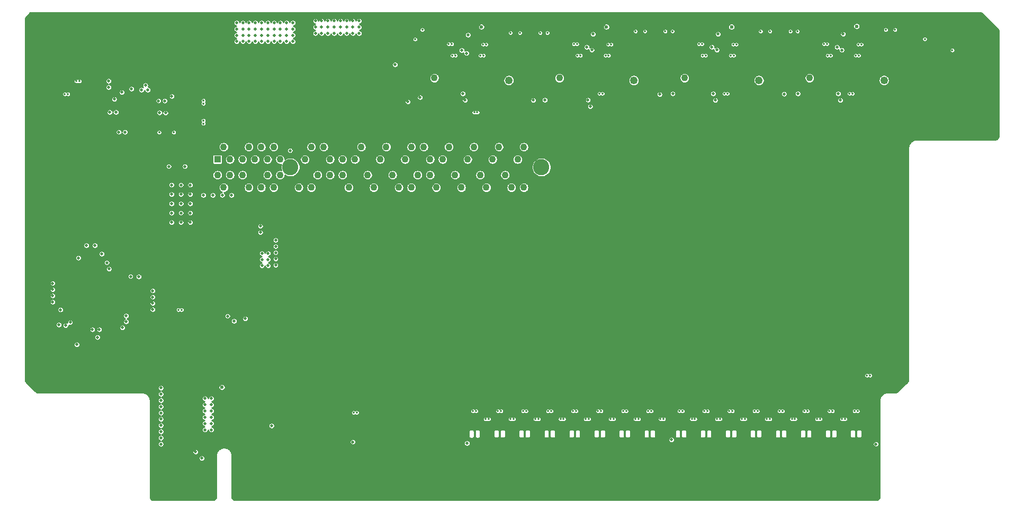
<source format=gbr>
%TF.GenerationSoftware,KiCad,Pcbnew,(5.1.5)-3*%
%TF.CreationDate,2022-02-01T02:21:16+01:00*%
%TF.ProjectId,Riser Leopard 2OU PCIe x8 4xOculink,52697365-7220-44c6-956f-706172642032,rev?*%
%TF.SameCoordinates,PX459e440PY54cbc38*%
%TF.FileFunction,Copper,L5,Inr*%
%TF.FilePolarity,Positive*%
%FSLAX46Y46*%
G04 Gerber Fmt 4.6, Leading zero omitted, Abs format (unit mm)*
G04 Created by KiCad (PCBNEW (5.1.5)-3) date 2022-02-01 02:21:16*
%MOMM*%
%LPD*%
G04 APERTURE LIST*
%TA.AperFunction,ViaPad*%
%ADD10C,1.500000*%
%TD*%
%TA.AperFunction,WasherPad*%
%ADD11C,1.100000*%
%TD*%
%TA.AperFunction,WasherPad*%
%ADD12C,1.250000*%
%TD*%
%TA.AperFunction,ViaPad*%
%ADD13C,1.450000*%
%TD*%
%TA.AperFunction,ViaPad*%
%ADD14C,1.100000*%
%TD*%
%TA.AperFunction,ViaPad*%
%ADD15R,1.100000X1.100000*%
%TD*%
%TA.AperFunction,WasherPad*%
%ADD16C,2.600000*%
%TD*%
%TA.AperFunction,ViaPad*%
%ADD17C,6.400000*%
%TD*%
%TA.AperFunction,ViaPad*%
%ADD18C,0.800000*%
%TD*%
%TA.AperFunction,ViaPad*%
%ADD19C,0.350000*%
%TD*%
%TA.AperFunction,ViaPad*%
%ADD20C,0.500000*%
%TD*%
%TA.AperFunction,ViaPad*%
%ADD21C,0.600000*%
%TD*%
%TA.AperFunction,ViaPad*%
%ADD22C,0.400000*%
%TD*%
%TA.AperFunction,Conductor*%
%ADD23C,0.254000*%
%TD*%
G04 APERTURE END LIST*
D10*
%TO.N,GND*%
%TO.C,J2*%
X80820000Y19385000D03*
X93980000Y19385000D03*
D11*
%TO.N,*%
X81780000Y18125000D03*
D12*
X93680000Y17765000D03*
%TD*%
%TO.N,*%
%TO.C,J3*%
X73680000Y17765000D03*
D11*
X61780000Y18125000D03*
D10*
%TO.N,GND*%
X73980000Y19385000D03*
D13*
X60820000Y19385000D03*
%TD*%
D12*
%TO.N,*%
%TO.C,J4*%
X133680000Y17765000D03*
D11*
X121780000Y18125000D03*
D10*
%TO.N,GND*%
X133980000Y19385000D03*
X120820000Y19385000D03*
%TD*%
%TO.N,GND*%
%TO.C,J5*%
X100820000Y19385000D03*
X113980000Y19385000D03*
D11*
%TO.N,*%
X101780000Y18125000D03*
D12*
X113680000Y17765000D03*
%TD*%
D14*
%TO.N,GND*%
%TO.C,J6*%
X66090000Y7095000D03*
X69090000Y5095000D03*
X73090000Y5095000D03*
%TO.N,/CPU0_RX6-*%
X72090000Y7095000D03*
%TO.N,/CPU0_RX6+*%
X71090000Y5095000D03*
%TO.N,GND*%
X70090000Y7095000D03*
%TO.N,/CPU0_RX5-*%
X68090000Y7095000D03*
%TO.N,/CPU0_RX5+*%
X67090000Y5095000D03*
%TO.N,GND*%
X60090000Y595000D03*
%TO.N,/CPU0_TX5-*%
X66090000Y595000D03*
%TO.N,/LAN_SMB_ALERT_N*%
X40090000Y595000D03*
%TO.N,IRQ_LVC_WAKE_N*%
X37090000Y2595000D03*
%TO.N,GND*%
X54090000Y595000D03*
%TO.N,/CPU0_TX1-*%
X48090000Y595000D03*
%TO.N,/CPU0_TX0+*%
X42090000Y595000D03*
%TO.N,GND*%
X44090000Y595000D03*
%TO.N,+12V*%
X27090000Y2595000D03*
%TO.N,GND*%
X46090000Y595000D03*
%TO.N,/CPU0_TX2-*%
X52090000Y595000D03*
%TO.N,GND*%
X49090000Y2595000D03*
%TO.N,+12V*%
X29090000Y2595000D03*
%TO.N,Net-(J6-PadB9)*%
X35090000Y2595000D03*
%TO.N,GND*%
X30090000Y595000D03*
%TO.N,/CPU0_TX5+*%
X65090000Y2595000D03*
%TO.N,GND*%
X63090000Y2595000D03*
%TO.N,/CPU0_TX4+*%
X61090000Y2595000D03*
%TO.N,/CPU0_TX3+*%
X55090000Y2595000D03*
%TO.N,PCIe_SMB_CLK*%
X31090000Y2595000D03*
%TO.N,/CPU0_TX1+*%
X47090000Y2595000D03*
%TO.N,GND*%
X53090000Y2595000D03*
%TO.N,/CPU0_TX0-*%
X43090000Y2595000D03*
%TO.N,+3.3Vaux*%
X36090000Y595000D03*
%TO.N,GND*%
X64090000Y595000D03*
%TO.N,+3V3*%
X34090000Y595000D03*
%TO.N,/CPU0_TX2+*%
X51090000Y2595000D03*
%TO.N,GND*%
X50090000Y595000D03*
%TO.N,PCIe_SMB_DATA*%
X32090000Y595000D03*
%TO.N,/PCIE_SLOT0_PRSNT_x4*%
X45090000Y2595000D03*
%TO.N,+12V*%
X28090000Y595000D03*
%TO.N,GND*%
X41090000Y2595000D03*
%TO.N,/CPU0_TX4-*%
X62090000Y595000D03*
%TO.N,GND*%
X57090000Y2595000D03*
%TO.N,/PCIE_SLOT0_PRSNT_x4*%
X59090000Y2595000D03*
%TO.N,Net-(J6-PadB30)*%
X58090000Y595000D03*
%TO.N,/CPU0_TX3-*%
X56090000Y595000D03*
%TO.N,GND*%
X33090000Y2595000D03*
%TO.N,CLK100_SLOT1-*%
X42090000Y7095000D03*
%TO.N,CLK100_SLOT1+*%
X41090000Y5095000D03*
%TO.N,GND*%
X43090000Y5095000D03*
X52090000Y7095000D03*
%TO.N,/CPU0_RX3+*%
X57090000Y5095000D03*
%TO.N,GND*%
X55090000Y5095000D03*
X56090000Y7095000D03*
%TO.N,/CPU0_RX2-*%
X54090000Y7095000D03*
%TO.N,GND*%
X51090000Y5095000D03*
%TO.N,/CPU0_RX2+*%
X53090000Y5095000D03*
%TO.N,/CPU0_RX1-*%
X50090000Y7095000D03*
%TO.N,GND*%
X75090000Y2595000D03*
%TO.N,/CPU0_TX7-*%
X74090000Y595000D03*
%TO.N,/CPU0_TX7+*%
X73090000Y2595000D03*
%TO.N,GND*%
X77090000Y2595000D03*
%TO.N,/CPU0_TX6-*%
X70090000Y595000D03*
%TO.N,GND*%
X68090000Y595000D03*
X71090000Y2595000D03*
%TO.N,/CPU0_TX6+*%
X69090000Y2595000D03*
%TO.N,/PCIE_SLOT0_PRSNT_x8*%
X76090000Y595000D03*
%TO.N,GND*%
X72090000Y595000D03*
X67090000Y2595000D03*
X59090000Y5095000D03*
%TO.N,/CPU0_RX4+*%
X63090000Y5095000D03*
%TO.N,GND*%
X62090000Y7095000D03*
%TO.N,/LAN_SMB_DAT*%
X61090000Y5095000D03*
%TO.N,GND*%
X65090000Y5095000D03*
%TO.N,/LAN_SMB_CLK*%
X60090000Y7095000D03*
%TO.N,/CPU0_RX3-*%
X58090000Y7095000D03*
%TO.N,/CPU0_RX4-*%
X64090000Y7095000D03*
%TO.N,/CPU0_RX1+*%
X49090000Y5095000D03*
%TO.N,GND*%
X48090000Y7095000D03*
%TO.N,Net-(J6-PadA19)*%
X47090000Y5095000D03*
%TO.N,Net-(J6-PadA7)*%
X33090000Y5095000D03*
%TO.N,Net-(J6-PadA8)*%
X34090000Y7095000D03*
%TO.N,Net-(J6-PadA5)*%
X31090000Y5095000D03*
%TO.N,Net-(J6-PadA6)*%
X32090000Y7095000D03*
%TO.N,+3V3*%
X35090000Y5095000D03*
%TO.N,GND*%
X40090000Y7095000D03*
%TO.N,RST_PERST0_N*%
X37090000Y5095000D03*
%TO.N,+3V3*%
X36090000Y7095000D03*
D15*
%TO.N,/PCIE_SLOT_PRSNT#1*%
X27090000Y5095000D03*
D14*
%TO.N,+12V*%
X28090000Y7095000D03*
%TO.N,GND*%
X30090000Y7095000D03*
%TO.N,+12V*%
X29090000Y5095000D03*
D16*
%TO.N,*%
X78890000Y3845000D03*
X38740000Y3845000D03*
D14*
%TO.N,GND*%
X77090000Y5095000D03*
%TO.N,/CPU0_RX7+*%
X75090000Y5095000D03*
%TO.N,GND*%
X74090000Y7095000D03*
%TO.N,/CPU0_RX7-*%
X76090000Y7095000D03*
%TO.N,/CPU0_RX0+*%
X44090000Y7095000D03*
%TO.N,GND*%
X46090000Y7095000D03*
%TO.N,/CPU0_RX0-*%
X45090000Y5095000D03*
%TD*%
D17*
%TO.N,GND*%
%TO.C,H1*%
X0Y0D03*
D18*
X2400000Y0D03*
X-1697056Y-1697056D03*
X1697056Y-1697056D03*
X0Y-2400000D03*
X-2400000Y0D03*
X1697056Y1697056D03*
X0Y2400000D03*
X-1697056Y1697056D03*
%TD*%
%TO.N,GND*%
%TO.C,H2*%
X132202944Y1697056D03*
X133900000Y2400000D03*
X135597056Y1697056D03*
X131500000Y0D03*
X133900000Y-2400000D03*
X135597056Y-1697056D03*
X132202944Y-1697056D03*
X136300000Y0D03*
D17*
X133900000Y0D03*
%TD*%
D19*
%TO.N,+12V*%
X75450000Y25340000D03*
X59850000Y25840000D03*
X95450000Y25590000D03*
X115450000Y25590000D03*
X135450000Y25840000D03*
X79850000Y25340000D03*
X99850000Y25590000D03*
X119850000Y25590000D03*
X144600000Y22565000D03*
D20*
X18050000Y-31485000D03*
X18050000Y-32485000D03*
X18050000Y-33485000D03*
X18050000Y-34485000D03*
X18050000Y-35485000D03*
X18050000Y-36485000D03*
X18050000Y-37485000D03*
X18050000Y-38485000D03*
X18050000Y-39485000D03*
X18050000Y-40485000D03*
X30150000Y26965000D03*
X31150000Y26965000D03*
X32150000Y26965000D03*
X33150000Y26965000D03*
X34150000Y26965000D03*
X35150000Y26965000D03*
X36150000Y26965000D03*
X37150000Y26965000D03*
X38150000Y26965000D03*
X39150000Y26965000D03*
X30150000Y25965000D03*
X31150000Y25965000D03*
X32150000Y25965000D03*
X33150000Y25965000D03*
X34150000Y25965000D03*
X35150000Y25965000D03*
X36150000Y25965000D03*
X37150000Y25965000D03*
X38150000Y25965000D03*
X39150000Y25965000D03*
X30150000Y24965000D03*
X31150000Y24965000D03*
X32150000Y24965000D03*
X33150000Y24965000D03*
X34150000Y24965000D03*
X35150000Y24965000D03*
X36150000Y24965000D03*
X37150000Y24965000D03*
X38150000Y24965000D03*
X39150000Y24965000D03*
X30150000Y23965000D03*
X31150000Y23965000D03*
X32150000Y23965000D03*
X33150000Y23965000D03*
X34150000Y23965000D03*
X35150000Y23965000D03*
X36150000Y23965000D03*
X37150000Y23965000D03*
X38150000Y23965000D03*
X39150000Y23965000D03*
X19750000Y1015000D03*
X21250000Y1015000D03*
X22750000Y1015000D03*
X19750000Y-485000D03*
X21250000Y-485000D03*
X22750000Y-485000D03*
X19750000Y-1985000D03*
X21250000Y-1985000D03*
X22750000Y-1985000D03*
X19750000Y-3485000D03*
X21250000Y-3485000D03*
X22750000Y-3485000D03*
X19750000Y-4985000D03*
X21250000Y-4985000D03*
X22750000Y-4985000D03*
X24850000Y-635000D03*
X26350000Y-635000D03*
X27850000Y-635000D03*
X29350000Y-635000D03*
D19*
%TO.N,GND*%
X13225000Y13915000D03*
D21*
X130200000Y-43085000D03*
X128200000Y-43085000D03*
X126200000Y-43085000D03*
X124200000Y-43085000D03*
X122200000Y-43085000D03*
X120200000Y-43085000D03*
X118200000Y-43085000D03*
X116200000Y-43085000D03*
X114200000Y-43085000D03*
X112200000Y-43085000D03*
X110200000Y-43085000D03*
X108200000Y-43085000D03*
X106200000Y-43085000D03*
X104200000Y-43085000D03*
X102200000Y-43085000D03*
X99700000Y-43085000D03*
X97200000Y-43085000D03*
X95200000Y-43085000D03*
X93200000Y-43085000D03*
X91200000Y-43085000D03*
X89200000Y-43085000D03*
X87200000Y-43085000D03*
X85200000Y-43085000D03*
X83200000Y-43085000D03*
X81200000Y-43085000D03*
X79200000Y-43085000D03*
X77200000Y-43085000D03*
X75200000Y-43085000D03*
X73200000Y-43085000D03*
X71200000Y-43085000D03*
X69200000Y-43085000D03*
X64200000Y-43085000D03*
X62200000Y-43085000D03*
X60200000Y-43085000D03*
X58200000Y-43085000D03*
X56200000Y-43085000D03*
X54200000Y-43085000D03*
X52200000Y-43085000D03*
X35700000Y-43085000D03*
X33200000Y-43085000D03*
X30450000Y-43085000D03*
X49200000Y-43085000D03*
X46200000Y-43085000D03*
X44200000Y-43085000D03*
X42200000Y-43085000D03*
X40200000Y-43085000D03*
X38200000Y-43085000D03*
D19*
X63400000Y23570000D03*
X69175000Y12195000D03*
X65275000Y23570000D03*
X70700000Y23495000D03*
X68900000Y23495000D03*
D22*
X70150000Y21270000D03*
X68650000Y21270000D03*
X60875000Y23495000D03*
X69160000Y16670000D03*
X70660000Y16670000D03*
X64150000Y21270000D03*
X65650000Y21270000D03*
X67150000Y21270000D03*
X67660000Y16670000D03*
X64660000Y16670000D03*
X66160000Y16670000D03*
X80875000Y23495000D03*
X100875000Y23495000D03*
X120875000Y23495000D03*
X89160000Y16670000D03*
X109160000Y16670000D03*
X129160000Y16670000D03*
X87660000Y16670000D03*
X107660000Y16670000D03*
X127660000Y16670000D03*
X84660000Y16670000D03*
X104660000Y16670000D03*
X124660000Y16670000D03*
X87150000Y21520000D03*
X107140000Y21520000D03*
X127140000Y21520000D03*
D21*
X82000000Y12820000D03*
X102000000Y13320000D03*
X122000000Y13320000D03*
D19*
X89050000Y15070000D03*
X109050000Y15070000D03*
X129050000Y15070000D03*
D22*
X90660000Y16670000D03*
X110660000Y16670000D03*
X130660000Y16670000D03*
X133425000Y23520000D03*
X86160000Y16670000D03*
X106160000Y16670000D03*
X126160000Y16670000D03*
D19*
X107750000Y15070000D03*
X127750000Y15070000D03*
X87750000Y15070000D03*
X67625000Y12195000D03*
D21*
X66700000Y-43085000D03*
X66800000Y-37035000D03*
X97250000Y-40235000D03*
X132075000Y-41660000D03*
X22600000Y-43335000D03*
X19600000Y-43335000D03*
X37950000Y-3835000D03*
X38100000Y-1035000D03*
D19*
X12500000Y7515000D03*
D21*
X61000000Y15065000D03*
D19*
X8025000Y12615000D03*
X8900000Y15765000D03*
X10850000Y16090000D03*
X8450000Y18890000D03*
X13050000Y18340000D03*
X15050000Y18015000D03*
X20775000Y12640000D03*
X16775000Y15315000D03*
X11500000Y15140000D03*
X10575000Y10890000D03*
X19400000Y6865000D03*
X17450000Y10640000D03*
X14225000Y13915000D03*
X15225000Y13915000D03*
X13225000Y12915000D03*
X14225000Y12915000D03*
X15225000Y12915000D03*
X13225000Y11915000D03*
X14225000Y11915000D03*
X15225000Y11915000D03*
D20*
X18300000Y16415000D03*
X18450000Y17415000D03*
X19450000Y17415000D03*
X9375000Y6415000D03*
X10375000Y6415000D03*
X11375000Y6415000D03*
D19*
X73100000Y25115000D03*
D21*
X113850000Y13415000D03*
X94050000Y13365000D03*
X74000000Y14365000D03*
X134600000Y13315000D03*
D19*
X83400000Y23570000D03*
X103400000Y23570000D03*
X123400000Y23570000D03*
X85275000Y23570000D03*
X105275000Y23570000D03*
X125275000Y23570000D03*
X90700000Y23495000D03*
X110700000Y23495000D03*
X130700000Y23495000D03*
X88900000Y23495000D03*
X108900000Y23495000D03*
X128900000Y23495000D03*
D22*
X90150000Y21270000D03*
X110150000Y21270000D03*
X130150000Y21270000D03*
X88650000Y21270000D03*
X108650000Y21270000D03*
X128650000Y21270000D03*
X84150000Y21270000D03*
X104150000Y21270000D03*
X124150000Y21270000D03*
X85650000Y21270000D03*
X105650000Y21270000D03*
X125650000Y21270000D03*
D19*
X112450000Y24615000D03*
X92400000Y24765000D03*
D20*
X26600000Y-4635000D03*
X27850000Y-4635000D03*
X29100000Y-4635000D03*
X26600000Y-5885000D03*
X27850000Y-5885000D03*
X29100000Y-5885000D03*
X26600000Y-7135000D03*
X27850000Y-7135000D03*
X29100000Y-7135000D03*
D19*
X3850000Y15565000D03*
X2050000Y15565000D03*
X3900000Y17615000D03*
X5700000Y17615000D03*
X24850000Y15165000D03*
X24850000Y13365000D03*
X24850000Y10165000D03*
X24850000Y11965000D03*
X22000000Y-18985000D03*
X20200000Y-18985000D03*
X67300000Y-35210000D03*
X69100000Y-35210000D03*
X48225000Y-35435000D03*
X50025000Y-35435000D03*
X69275000Y-36485000D03*
X71075000Y-36485000D03*
X71300000Y-35210000D03*
X75300000Y-35210000D03*
X79300000Y-35210000D03*
X83300000Y-35210000D03*
X87300000Y-35210000D03*
X91300000Y-35210000D03*
X95300000Y-35210000D03*
X73100000Y-35210000D03*
X77100000Y-35210000D03*
X81100000Y-35210000D03*
X85100000Y-35210000D03*
X89100000Y-35210000D03*
X93100000Y-35210000D03*
X97100000Y-35210000D03*
X73275000Y-36485000D03*
X77275000Y-36485000D03*
X81275000Y-36485000D03*
X85275000Y-36485000D03*
X89275000Y-36485000D03*
X93275000Y-36485000D03*
X97275000Y-36485000D03*
X75075000Y-36485000D03*
X79075000Y-36485000D03*
X83075000Y-36485000D03*
X87075000Y-36485000D03*
X91075000Y-36485000D03*
X95075000Y-36485000D03*
X99075000Y-36485000D03*
X100300000Y-35210000D03*
X102275000Y-36485000D03*
X102100000Y-35210000D03*
X104075000Y-36485000D03*
X108075000Y-36485000D03*
X112075000Y-36485000D03*
X116075000Y-36485000D03*
X120075000Y-36485000D03*
X124075000Y-36485000D03*
X128075000Y-36485000D03*
X106100000Y-35210000D03*
X110100000Y-35210000D03*
X114100000Y-35210000D03*
X118100000Y-35210000D03*
X122100000Y-35210000D03*
X126100000Y-35210000D03*
X104300000Y-35210000D03*
X108300000Y-35210000D03*
X112300000Y-35210000D03*
X116300000Y-35210000D03*
X120300000Y-35210000D03*
X124300000Y-35210000D03*
X106275000Y-36485000D03*
X110275000Y-36485000D03*
X114275000Y-36485000D03*
X118275000Y-36485000D03*
X122275000Y-36485000D03*
X126275000Y-36485000D03*
X130100000Y-35210000D03*
X128300000Y-35210000D03*
X132075000Y-29485000D03*
X130275000Y-29485000D03*
X14750000Y-21835000D03*
X9200000Y-18785000D03*
X3900000Y-13085000D03*
X11750000Y-13285000D03*
D20*
%TO.N,+3V3*%
X25100000Y-33185000D03*
X26100000Y-33185000D03*
X25100000Y-34185000D03*
X26100000Y-34185000D03*
X25100000Y-35185000D03*
X26100000Y-35185000D03*
X25100000Y-36185000D03*
X26100000Y-36185000D03*
X25100000Y-37185000D03*
X26100000Y-37185000D03*
X25100000Y-38185000D03*
X26100000Y-38185000D03*
X33950000Y-5585000D03*
X33950000Y-6585000D03*
X36400000Y-7835000D03*
X36400000Y-8835000D03*
X36400000Y-9835000D03*
X36400000Y-10835000D03*
X36400000Y-11835000D03*
X34200000Y-9935000D03*
X35200000Y-9935000D03*
X34200000Y-10935000D03*
X35200000Y-10935000D03*
X34200000Y-11935000D03*
X35200000Y-11935000D03*
X15575000Y16965000D03*
X14950000Y16215000D03*
X15950000Y16215000D03*
X11825000Y15840000D03*
X11325000Y9465000D03*
X12325000Y9465000D03*
D19*
X20125000Y9415000D03*
X73950000Y25340000D03*
X118700000Y25590000D03*
X93950000Y25590000D03*
X113950000Y25590000D03*
X133950000Y25840000D03*
D20*
X42750000Y27265000D03*
X43750000Y27265000D03*
X44750000Y27265000D03*
X45750000Y27265000D03*
X46750000Y27265000D03*
X47750000Y27265000D03*
X48750000Y27265000D03*
X49750000Y27265000D03*
X42750000Y26265000D03*
X43750000Y26265000D03*
X44750000Y26265000D03*
X45750000Y26265000D03*
X46750000Y26265000D03*
X47750000Y26265000D03*
X48750000Y26265000D03*
X49750000Y26265000D03*
X42750000Y25265000D03*
X43750000Y25265000D03*
X44750000Y25265000D03*
X45750000Y25265000D03*
X46750000Y25265000D03*
X47750000Y25265000D03*
X48750000Y25265000D03*
X49750000Y25265000D03*
D19*
X140200000Y24365000D03*
X58700000Y24315000D03*
X98700000Y25590000D03*
X78700000Y25340000D03*
D21*
X109300000Y26315000D03*
X129300000Y26415000D03*
X89300000Y26315000D03*
X69300000Y26315000D03*
%TO.N,+3.3Vaux*%
X27800000Y-31385000D03*
D20*
X750000Y-14735000D03*
X750000Y-15735000D03*
X750000Y-16735000D03*
X750000Y-17735000D03*
X2800000Y-21485000D03*
X3550000Y-20985000D03*
X7100000Y-22135000D03*
X8200000Y-22135000D03*
X16750000Y-15935000D03*
X16750000Y-16935000D03*
X16750000Y-17935000D03*
X16750000Y-18935000D03*
X12500000Y-19935000D03*
X12500000Y-20885000D03*
X11900000Y-21835000D03*
X13200000Y-13635000D03*
X14500000Y-13685000D03*
%TO.N,/SLOT0_CONFIG*%
X67000000Y-40335000D03*
%TO.N,/SLOT1_CONFIG*%
X99700000Y-39785000D03*
%TO.N,/LAN_SMB_CLK*%
X24600000Y-42735000D03*
X29750000Y-20785000D03*
%TO.N,/LAN_SMB_DAT*%
X23600000Y-41735000D03*
X28700000Y-19985000D03*
%TO.N,/PCIE_SLOT_PRSNT#1*%
X19300000Y3965000D03*
X21900000Y3965000D03*
%TO.N,/PCIE_SLOT0_PRSNT_x4*%
X35750000Y-37535000D03*
%TO.N,Net-(J3-PadA9)*%
X66350000Y15615000D03*
X59500000Y15015000D03*
%TO.N,Net-(J4-PadA9)*%
X126350000Y15615000D03*
X119900000Y15615000D03*
%TO.N,+3.3VP*%
X18800000Y12540000D03*
X17825000Y12590000D03*
X17675000Y14465000D03*
X18675000Y14465000D03*
X19800000Y15190000D03*
X13350000Y16390000D03*
X10600000Y14740000D03*
X9700000Y17640000D03*
X9700000Y16640000D03*
X10875000Y12640000D03*
X9875000Y12640000D03*
D19*
X17775000Y9415000D03*
D20*
%TO.N,Net-(J3-PadA10)*%
X66700000Y14565000D03*
X57550000Y14315000D03*
%TO.N,Net-(J4-PadA10)*%
X126700000Y14565000D03*
X117700000Y15565000D03*
D19*
%TO.N,/Oculink connector/Oculink_1_C_x4_TX0+*%
X83948800Y-35210000D03*
X84073800Y23570000D03*
%TO.N,/Oculink connector/Oculink_1_C_x4_TX1+*%
X87948800Y-35210000D03*
X84648800Y21720000D03*
%TO.N,/Oculink connector/Oculink_1_C_x4_TX2+*%
X91948800Y-35210000D03*
X89148800Y21720000D03*
%TO.N,/Oculink connector/Oculink_1_C_x4_TX3+*%
X95948800Y-35210000D03*
X89563800Y23495000D03*
%TO.N,/Oculink connector/Oculink_1_C_x4_TX0-*%
X84451200Y-35210000D03*
X84576200Y23570000D03*
%TO.N,/Oculink connector/Oculink_1_C_x4_TX1-*%
X88451200Y-35210000D03*
X85151200Y21720000D03*
%TO.N,/Oculink connector/Oculink_1_C_x4_TX2-*%
X92451200Y-35210000D03*
X89651200Y21720000D03*
%TO.N,/Oculink connector/Oculink_1_C_x4_TX3-*%
X96451200Y-35210000D03*
X90066200Y23495000D03*
%TO.N,/Oculink connector/Oculink_0_C_x4_TX0+*%
X64073800Y23570000D03*
X67948800Y-35210000D03*
%TO.N,/Oculink connector/Oculink_0_C_x4_TX1+*%
X71948800Y-35210000D03*
X64648800Y21720000D03*
%TO.N,/Oculink connector/Oculink_0_C_x4_TX2+*%
X75948800Y-35210000D03*
X69148800Y21720000D03*
%TO.N,/Oculink connector/Oculink_0_C_x4_TX3+*%
X79948800Y-35210000D03*
X69563800Y23495000D03*
%TO.N,/Oculink connector/Oculink_0_C_x4_TX0-*%
X64576200Y23570000D03*
X68451200Y-35210000D03*
%TO.N,/Oculink connector/Oculink_0_C_x4_TX1-*%
X72451200Y-35210000D03*
X65151200Y21720000D03*
%TO.N,/Oculink connector/Oculink_0_C_x4_TX2-*%
X76451200Y-35210000D03*
X69651200Y21720000D03*
%TO.N,/Oculink connector/Oculink_0_C_x4_TX3-*%
X80451200Y-35210000D03*
X70066200Y23495000D03*
%TO.N,/Oculink connector/Oculink_3_C_x4_TX0+*%
X124073800Y23570000D03*
X116948800Y-35210000D03*
%TO.N,/Oculink connector/Oculink_3_C_x4_TX1+*%
X124648800Y21720000D03*
X120948800Y-35210000D03*
%TO.N,/Oculink connector/Oculink_3_C_x4_TX2+*%
X129148800Y21720000D03*
X124948800Y-35210000D03*
%TO.N,/Oculink connector/Oculink_3_C_x4_TX3+*%
X129563800Y23495000D03*
X128948800Y-35210000D03*
%TO.N,/Oculink connector/Oculink_3_C_x4_TX0-*%
X124576200Y23570000D03*
X117451200Y-35210000D03*
%TO.N,/Oculink connector/Oculink_3_C_x4_TX1-*%
X125151200Y21720000D03*
X121451200Y-35210000D03*
%TO.N,/Oculink connector/Oculink_3_C_x4_TX2-*%
X129651200Y21720000D03*
X125451200Y-35210000D03*
%TO.N,/Oculink connector/Oculink_3_C_x4_TX3-*%
X130066200Y23495000D03*
X129451200Y-35210000D03*
%TO.N,/Oculink connector/Oculink_2_C_x4_TX0+*%
X104073800Y23570000D03*
X100948800Y-35210000D03*
%TO.N,/Oculink connector/Oculink_2_C_x4_TX1+*%
X104648800Y21720000D03*
X104948800Y-35210000D03*
%TO.N,/Oculink connector/Oculink_2_C_x4_TX2+*%
X109148800Y21720000D03*
X108948800Y-35210000D03*
%TO.N,/Oculink connector/Oculink_2_C_x4_TX3+*%
X109563800Y23495000D03*
X112948800Y-35210000D03*
%TO.N,/Oculink connector/Oculink_2_C_x4_TX0-*%
X104576200Y23570000D03*
X101451200Y-35210000D03*
%TO.N,/Oculink connector/Oculink_2_C_x4_TX1-*%
X105151200Y21720000D03*
X105451200Y-35210000D03*
%TO.N,/Oculink connector/Oculink_2_C_x4_TX2-*%
X109651200Y21720000D03*
X109451200Y-35210000D03*
%TO.N,/Oculink connector/Oculink_2_C_x4_TX3-*%
X110066200Y23495000D03*
X113451200Y-35210000D03*
D20*
%TO.N,/PCIE_SLOT0_PRSNT_x8*%
X48750000Y-40135000D03*
%TO.N,IRQ_LVC_WAKE_N*%
X38700000Y6515000D03*
%TO.N,Net-(J1-PadB115)*%
X132400000Y-40485000D03*
X31550000Y-20385000D03*
%TO.N,RST_PERST0_N*%
X67150000Y25015000D03*
X55500000Y20265000D03*
X87150000Y25165000D03*
X107150000Y25165000D03*
X127150000Y25165000D03*
D19*
%TO.N,CLK100_SLOT1+*%
X48873800Y-35435000D03*
%TO.N,CLK100_SLOT1-*%
X49376200Y-35435000D03*
%TO.N,Oculink_0_x4_RX0+*%
X69948800Y-36485000D03*
%TO.N,Oculink_0_x4_RX0-*%
X70451200Y-36485000D03*
%TO.N,Oculink_0_x4_RX1+*%
X73948800Y-36485000D03*
%TO.N,Oculink_0_x4_RX1-*%
X74451200Y-36485000D03*
%TO.N,Oculink_0_x4_RX2+*%
X77948800Y-36485000D03*
%TO.N,Oculink_0_x4_RX2-*%
X78451200Y-36485000D03*
%TO.N,Oculink_0_x4_RX3+*%
X81948800Y-36485000D03*
%TO.N,Oculink_0_x4_RX3-*%
X82451200Y-36485000D03*
%TO.N,Oculink_1_x4_RX0+*%
X85948800Y-36485000D03*
%TO.N,Oculink_1_x4_RX0-*%
X86451200Y-36485000D03*
%TO.N,Oculink_1_x4_RX1+*%
X89948800Y-36485000D03*
%TO.N,Oculink_1_x4_RX1-*%
X90451200Y-36485000D03*
%TO.N,Oculink_1_x4_RX2+*%
X93948800Y-36485000D03*
%TO.N,Oculink_1_x4_RX2-*%
X94451200Y-36485000D03*
%TO.N,Oculink_1_x4_RX3+*%
X97948800Y-36485000D03*
%TO.N,Oculink_1_x4_RX3-*%
X98451200Y-36485000D03*
%TO.N,Oculink_2_x4_RX0+*%
X102948800Y-36485000D03*
%TO.N,Oculink_2_x4_RX0-*%
X103451200Y-36485000D03*
%TO.N,Oculink_2_x4_RX1+*%
X106948800Y-36485000D03*
%TO.N,Oculink_2_x4_RX1-*%
X107451200Y-36485000D03*
%TO.N,Oculink_2_x4_RX2+*%
X110948800Y-36485000D03*
%TO.N,Oculink_2_x4_RX2-*%
X111451200Y-36485000D03*
%TO.N,Oculink_2_x4_RX3+*%
X114948800Y-36485000D03*
%TO.N,Oculink_2_x4_RX3-*%
X115451200Y-36485000D03*
%TO.N,Oculink_3_x4_RX0+*%
X118948800Y-36485000D03*
%TO.N,Oculink_3_x4_RX0-*%
X119451200Y-36485000D03*
%TO.N,Oculink_3_x4_RX1+*%
X122948800Y-36485000D03*
%TO.N,Oculink_3_x4_RX1-*%
X123451200Y-36485000D03*
%TO.N,Oculink_3_x4_RX2+*%
X126948800Y-36485000D03*
%TO.N,Oculink_3_x4_RX2-*%
X127451200Y-36485000D03*
%TO.N,Oculink_3_x4_RX3+*%
X130948800Y-29485000D03*
%TO.N,Oculink_3_x4_RX3-*%
X131451200Y-29485000D03*
D20*
%TO.N,Net-(J2-PadA9)*%
X86350000Y14615000D03*
X79450000Y14615000D03*
%TO.N,Net-(J2-PadA10)*%
X86700000Y13565000D03*
X77600000Y14565000D03*
D19*
%TO.N,Oculink_1_CLK100+*%
X88148800Y15620000D03*
X3201200Y15565000D03*
%TO.N,Oculink_1_CLK100-*%
X88651200Y15620000D03*
X2698800Y15565000D03*
D20*
%TO.N,Oculink_1_SMB_CLK*%
X86150000Y23070000D03*
X7500000Y-8685000D03*
%TO.N,Oculink_1_SMB_DATA*%
X86950000Y22615000D03*
X8600000Y-10035000D03*
%TO.N,Oculink_0_SMB_DATA*%
X66925000Y22095000D03*
X6150000Y-8685000D03*
%TO.N,Oculink_0_SMB_CLK*%
X66150000Y22570000D03*
X4850000Y-10685000D03*
D19*
%TO.N,Oculink_0_CLK100-*%
X68651200Y12620000D03*
X4548800Y17615000D03*
%TO.N,Oculink_0_CLK100+*%
X68148800Y12620000D03*
X5051200Y17615000D03*
D20*
%TO.N,Oculink_3_SMB_DATA*%
X126925000Y22595000D03*
X1750000Y-21385000D03*
%TO.N,Oculink_3_SMB_CLK*%
X126150000Y23070000D03*
X2000000Y-18985000D03*
D19*
%TO.N,Oculink_3_CLK100-*%
X128651200Y15620000D03*
X24850000Y10826300D03*
%TO.N,Oculink_3_CLK100+*%
X128148800Y15620000D03*
X24850000Y11328700D03*
D20*
%TO.N,Net-(J5-PadA9)*%
X106350000Y15615000D03*
X99900000Y15615000D03*
%TO.N,Net-(J5-PadA10)*%
X106700000Y14565000D03*
X97800000Y15515000D03*
D19*
%TO.N,Oculink_2_CLK100+*%
X108148800Y15620000D03*
X24850000Y14528700D03*
%TO.N,Oculink_2_CLK100-*%
X108651200Y15620000D03*
X24850000Y14026300D03*
D20*
%TO.N,Oculink_2_SMB_CLK*%
X106150000Y23070000D03*
X7900000Y-23385000D03*
%TO.N,Oculink_2_SMB_DATA*%
X106950000Y22615000D03*
X4600000Y-24535000D03*
%TO.N,PCIe_SMB_CLK*%
X9400000Y-11435000D03*
%TO.N,PCIe_SMB_DATA*%
X9750000Y-12435000D03*
D19*
%TO.N,CLK100_SLOT0+*%
X20848800Y-18985000D03*
%TO.N,CLK100_SLOT0-*%
X21351200Y-18985000D03*
%TD*%
D23*
%TO.N,GND*%
G36*
X149110930Y28547032D02*
G01*
X149231308Y28510688D01*
X149342341Y28451651D01*
X149452839Y28361531D01*
X151844553Y25969816D01*
X151935404Y25859212D01*
X151994827Y25748389D01*
X152031590Y25628142D01*
X152046000Y25486283D01*
X152046001Y8932328D01*
X152032032Y8789855D01*
X151995687Y8669475D01*
X151936650Y8558444D01*
X151857180Y8461004D01*
X151760290Y8380850D01*
X151649679Y8321042D01*
X151529555Y8283858D01*
X151388196Y8269000D01*
X138882618Y8269000D01*
X138867142Y8267476D01*
X138860934Y8267519D01*
X138856015Y8267037D01*
X138661918Y8246636D01*
X138630462Y8240179D01*
X138598974Y8234172D01*
X138594242Y8232744D01*
X138407804Y8175032D01*
X138378181Y8162580D01*
X138348478Y8150579D01*
X138344113Y8148259D01*
X138172437Y8055434D01*
X138145826Y8037485D01*
X138118989Y8019923D01*
X138115158Y8016799D01*
X137964780Y7892395D01*
X137942147Y7869604D01*
X137919250Y7847181D01*
X137916104Y7843378D01*
X137916098Y7843372D01*
X137916094Y7843365D01*
X137792749Y7692130D01*
X137774994Y7665406D01*
X137756867Y7638933D01*
X137754516Y7634585D01*
X137662890Y7462263D01*
X137650647Y7432557D01*
X137638025Y7403109D01*
X137636563Y7398387D01*
X137580154Y7211551D01*
X137573918Y7180055D01*
X137567252Y7148694D01*
X137566734Y7143778D01*
X137547690Y6949545D01*
X137547690Y6949540D01*
X137546000Y6932381D01*
X137546001Y-30118458D01*
X137532032Y-30260931D01*
X137495687Y-30381311D01*
X137436650Y-30492342D01*
X137346540Y-30602828D01*
X135954826Y-31994544D01*
X135844211Y-32085405D01*
X135733389Y-32144827D01*
X135613140Y-32181590D01*
X135471281Y-32196000D01*
X134282618Y-32196000D01*
X134267142Y-32197524D01*
X134260934Y-32197481D01*
X134256015Y-32197963D01*
X134061918Y-32218364D01*
X134030462Y-32224821D01*
X133998974Y-32230828D01*
X133994242Y-32232256D01*
X133807804Y-32289968D01*
X133778181Y-32302420D01*
X133748478Y-32314421D01*
X133744113Y-32316741D01*
X133572437Y-32409566D01*
X133545826Y-32427515D01*
X133518989Y-32445077D01*
X133515158Y-32448201D01*
X133364780Y-32572605D01*
X133342147Y-32595396D01*
X133319250Y-32617819D01*
X133316104Y-32621622D01*
X133316098Y-32621628D01*
X133316094Y-32621635D01*
X133192749Y-32772870D01*
X133174994Y-32799594D01*
X133156867Y-32826067D01*
X133154516Y-32830415D01*
X133062890Y-33002737D01*
X133050647Y-33032443D01*
X133038025Y-33061891D01*
X133036563Y-33066613D01*
X132980154Y-33253449D01*
X132973918Y-33284945D01*
X132967252Y-33316306D01*
X132966734Y-33321222D01*
X132947690Y-33515455D01*
X132947690Y-33515460D01*
X132946000Y-33532619D01*
X132946001Y-48472609D01*
X132946000Y-48472619D01*
X132946001Y-49143368D01*
X132653370Y-49436000D01*
X29746631Y-49436000D01*
X29454000Y-49143370D01*
X29454000Y-42322618D01*
X29452217Y-42304515D01*
X29452217Y-42292192D01*
X29451701Y-42287276D01*
X29431034Y-42103024D01*
X29424361Y-42071631D01*
X29418131Y-42040169D01*
X29416670Y-42035447D01*
X29360609Y-41858717D01*
X29347952Y-41829187D01*
X29335742Y-41799563D01*
X29333392Y-41795214D01*
X29244070Y-41632740D01*
X29225948Y-41606273D01*
X29208187Y-41579542D01*
X29205037Y-41575733D01*
X29085859Y-41433703D01*
X29062906Y-41411226D01*
X29040328Y-41388490D01*
X29036497Y-41385365D01*
X28892003Y-41269188D01*
X28865141Y-41251610D01*
X28838557Y-41233679D01*
X28834192Y-41231358D01*
X28669883Y-41145459D01*
X28640110Y-41133430D01*
X28610556Y-41121007D01*
X28605828Y-41119579D01*
X28605822Y-41119577D01*
X28427960Y-41067230D01*
X28396421Y-41061214D01*
X28365015Y-41054767D01*
X28360096Y-41054284D01*
X28175452Y-41037480D01*
X28143368Y-41037704D01*
X28111284Y-41037480D01*
X28106364Y-41037962D01*
X27921972Y-41057343D01*
X27890503Y-41063803D01*
X27859029Y-41069807D01*
X27854297Y-41071235D01*
X27677180Y-41126061D01*
X27647569Y-41138509D01*
X27617854Y-41150514D01*
X27613489Y-41152834D01*
X27450396Y-41241018D01*
X27423745Y-41258994D01*
X27396949Y-41276529D01*
X27393118Y-41279653D01*
X27250259Y-41397837D01*
X27227643Y-41420612D01*
X27204729Y-41443051D01*
X27201578Y-41446859D01*
X27084395Y-41590539D01*
X27066633Y-41617274D01*
X27048514Y-41643736D01*
X27046162Y-41648084D01*
X26959118Y-41811789D01*
X26946878Y-41841486D01*
X26934252Y-41870945D01*
X26932792Y-41875659D01*
X26932790Y-41875665D01*
X26932790Y-41875667D01*
X26879202Y-42053161D01*
X26872972Y-42084628D01*
X26866300Y-42116016D01*
X26865783Y-42120932D01*
X26847690Y-42305455D01*
X26847690Y-42305460D01*
X26846000Y-42322619D01*
X26846001Y-48472609D01*
X26846000Y-48472619D01*
X26846001Y-49143368D01*
X26553370Y-49436000D01*
X16646631Y-49436000D01*
X16354000Y-49143370D01*
X16354000Y-42685360D01*
X24096000Y-42685360D01*
X24096000Y-42784640D01*
X24115368Y-42882011D01*
X24153361Y-42973734D01*
X24208517Y-43056282D01*
X24278718Y-43126483D01*
X24361266Y-43181639D01*
X24452989Y-43219632D01*
X24550360Y-43239000D01*
X24649640Y-43239000D01*
X24747011Y-43219632D01*
X24838734Y-43181639D01*
X24921282Y-43126483D01*
X24991483Y-43056282D01*
X25046639Y-42973734D01*
X25084632Y-42882011D01*
X25104000Y-42784640D01*
X25104000Y-42685360D01*
X25084632Y-42587989D01*
X25046639Y-42496266D01*
X24991483Y-42413718D01*
X24921282Y-42343517D01*
X24838734Y-42288361D01*
X24747011Y-42250368D01*
X24649640Y-42231000D01*
X24550360Y-42231000D01*
X24452989Y-42250368D01*
X24361266Y-42288361D01*
X24278718Y-42343517D01*
X24208517Y-42413718D01*
X24153361Y-42496266D01*
X24115368Y-42587989D01*
X24096000Y-42685360D01*
X16354000Y-42685360D01*
X16354000Y-41685360D01*
X23096000Y-41685360D01*
X23096000Y-41784640D01*
X23115368Y-41882011D01*
X23153361Y-41973734D01*
X23208517Y-42056282D01*
X23278718Y-42126483D01*
X23361266Y-42181639D01*
X23452989Y-42219632D01*
X23550360Y-42239000D01*
X23649640Y-42239000D01*
X23747011Y-42219632D01*
X23838734Y-42181639D01*
X23921282Y-42126483D01*
X23991483Y-42056282D01*
X24046639Y-41973734D01*
X24084632Y-41882011D01*
X24104000Y-41784640D01*
X24104000Y-41685360D01*
X24084632Y-41587989D01*
X24046639Y-41496266D01*
X23991483Y-41413718D01*
X23921282Y-41343517D01*
X23838734Y-41288361D01*
X23747011Y-41250368D01*
X23649640Y-41231000D01*
X23550360Y-41231000D01*
X23452989Y-41250368D01*
X23361266Y-41288361D01*
X23278718Y-41343517D01*
X23208517Y-41413718D01*
X23153361Y-41496266D01*
X23115368Y-41587989D01*
X23096000Y-41685360D01*
X16354000Y-41685360D01*
X16354000Y-33532618D01*
X16352476Y-33517142D01*
X16352519Y-33510934D01*
X16352037Y-33506015D01*
X16331636Y-33311918D01*
X16325179Y-33280462D01*
X16319172Y-33248974D01*
X16317744Y-33244242D01*
X16260032Y-33057804D01*
X16247580Y-33028181D01*
X16235579Y-32998478D01*
X16233259Y-32994113D01*
X16140434Y-32822437D01*
X16122485Y-32795826D01*
X16104923Y-32768989D01*
X16101799Y-32765158D01*
X15977395Y-32614780D01*
X15954604Y-32592147D01*
X15932181Y-32569250D01*
X15928378Y-32566104D01*
X15928372Y-32566098D01*
X15928365Y-32566094D01*
X15777130Y-32442749D01*
X15750406Y-32424994D01*
X15723933Y-32406867D01*
X15719585Y-32404516D01*
X15547263Y-32312890D01*
X15517557Y-32300647D01*
X15488109Y-32288025D01*
X15483387Y-32286563D01*
X15296551Y-32230154D01*
X15265055Y-32223918D01*
X15233694Y-32217252D01*
X15228778Y-32216734D01*
X15034545Y-32197690D01*
X15034541Y-32197690D01*
X15017382Y-32196000D01*
X-1568468Y-32196000D01*
X-1710931Y-32182032D01*
X-1831313Y-32145687D01*
X-1942339Y-32086654D01*
X-2052827Y-31996541D01*
X-2614008Y-31435360D01*
X17546000Y-31435360D01*
X17546000Y-31534640D01*
X17565368Y-31632011D01*
X17603361Y-31723734D01*
X17658517Y-31806282D01*
X17728718Y-31876483D01*
X17811266Y-31931639D01*
X17902989Y-31969632D01*
X17980250Y-31985000D01*
X17902989Y-32000368D01*
X17811266Y-32038361D01*
X17728718Y-32093517D01*
X17658517Y-32163718D01*
X17603361Y-32246266D01*
X17565368Y-32337989D01*
X17546000Y-32435360D01*
X17546000Y-32534640D01*
X17565368Y-32632011D01*
X17603361Y-32723734D01*
X17658517Y-32806282D01*
X17728718Y-32876483D01*
X17811266Y-32931639D01*
X17902989Y-32969632D01*
X17980250Y-32985000D01*
X17902989Y-33000368D01*
X17811266Y-33038361D01*
X17728718Y-33093517D01*
X17658517Y-33163718D01*
X17603361Y-33246266D01*
X17565368Y-33337989D01*
X17546000Y-33435360D01*
X17546000Y-33534640D01*
X17565368Y-33632011D01*
X17603361Y-33723734D01*
X17658517Y-33806282D01*
X17728718Y-33876483D01*
X17811266Y-33931639D01*
X17902989Y-33969632D01*
X17980250Y-33985000D01*
X17902989Y-34000368D01*
X17811266Y-34038361D01*
X17728718Y-34093517D01*
X17658517Y-34163718D01*
X17603361Y-34246266D01*
X17565368Y-34337989D01*
X17546000Y-34435360D01*
X17546000Y-34534640D01*
X17565368Y-34632011D01*
X17603361Y-34723734D01*
X17658517Y-34806282D01*
X17728718Y-34876483D01*
X17811266Y-34931639D01*
X17902989Y-34969632D01*
X17980250Y-34985000D01*
X17902989Y-35000368D01*
X17811266Y-35038361D01*
X17728718Y-35093517D01*
X17658517Y-35163718D01*
X17603361Y-35246266D01*
X17565368Y-35337989D01*
X17546000Y-35435360D01*
X17546000Y-35534640D01*
X17565368Y-35632011D01*
X17603361Y-35723734D01*
X17658517Y-35806282D01*
X17728718Y-35876483D01*
X17811266Y-35931639D01*
X17902989Y-35969632D01*
X17980250Y-35985000D01*
X17902989Y-36000368D01*
X17811266Y-36038361D01*
X17728718Y-36093517D01*
X17658517Y-36163718D01*
X17603361Y-36246266D01*
X17565368Y-36337989D01*
X17546000Y-36435360D01*
X17546000Y-36534640D01*
X17565368Y-36632011D01*
X17603361Y-36723734D01*
X17658517Y-36806282D01*
X17728718Y-36876483D01*
X17811266Y-36931639D01*
X17902989Y-36969632D01*
X17980250Y-36985000D01*
X17902989Y-37000368D01*
X17811266Y-37038361D01*
X17728718Y-37093517D01*
X17658517Y-37163718D01*
X17603361Y-37246266D01*
X17565368Y-37337989D01*
X17546000Y-37435360D01*
X17546000Y-37534640D01*
X17565368Y-37632011D01*
X17603361Y-37723734D01*
X17658517Y-37806282D01*
X17728718Y-37876483D01*
X17811266Y-37931639D01*
X17902989Y-37969632D01*
X17980250Y-37985000D01*
X17902989Y-38000368D01*
X17811266Y-38038361D01*
X17728718Y-38093517D01*
X17658517Y-38163718D01*
X17603361Y-38246266D01*
X17565368Y-38337989D01*
X17546000Y-38435360D01*
X17546000Y-38534640D01*
X17565368Y-38632011D01*
X17603361Y-38723734D01*
X17658517Y-38806282D01*
X17728718Y-38876483D01*
X17811266Y-38931639D01*
X17902989Y-38969632D01*
X17980250Y-38985000D01*
X17902989Y-39000368D01*
X17811266Y-39038361D01*
X17728718Y-39093517D01*
X17658517Y-39163718D01*
X17603361Y-39246266D01*
X17565368Y-39337989D01*
X17546000Y-39435360D01*
X17546000Y-39534640D01*
X17565368Y-39632011D01*
X17603361Y-39723734D01*
X17658517Y-39806282D01*
X17728718Y-39876483D01*
X17811266Y-39931639D01*
X17902989Y-39969632D01*
X17980250Y-39985000D01*
X17902989Y-40000368D01*
X17811266Y-40038361D01*
X17728718Y-40093517D01*
X17658517Y-40163718D01*
X17603361Y-40246266D01*
X17565368Y-40337989D01*
X17546000Y-40435360D01*
X17546000Y-40534640D01*
X17565368Y-40632011D01*
X17603361Y-40723734D01*
X17658517Y-40806282D01*
X17728718Y-40876483D01*
X17811266Y-40931639D01*
X17902989Y-40969632D01*
X18000360Y-40989000D01*
X18099640Y-40989000D01*
X18197011Y-40969632D01*
X18288734Y-40931639D01*
X18371282Y-40876483D01*
X18441483Y-40806282D01*
X18496639Y-40723734D01*
X18534632Y-40632011D01*
X18554000Y-40534640D01*
X18554000Y-40435360D01*
X18534632Y-40337989D01*
X18496639Y-40246266D01*
X18441483Y-40163718D01*
X18371282Y-40093517D01*
X18359075Y-40085360D01*
X48246000Y-40085360D01*
X48246000Y-40184640D01*
X48265368Y-40282011D01*
X48303361Y-40373734D01*
X48358517Y-40456282D01*
X48428718Y-40526483D01*
X48511266Y-40581639D01*
X48602989Y-40619632D01*
X48700360Y-40639000D01*
X48799640Y-40639000D01*
X48897011Y-40619632D01*
X48988734Y-40581639D01*
X49071282Y-40526483D01*
X49141483Y-40456282D01*
X49196639Y-40373734D01*
X49233244Y-40285360D01*
X66496000Y-40285360D01*
X66496000Y-40384640D01*
X66515368Y-40482011D01*
X66553361Y-40573734D01*
X66608517Y-40656282D01*
X66678718Y-40726483D01*
X66761266Y-40781639D01*
X66852989Y-40819632D01*
X66950360Y-40839000D01*
X67049640Y-40839000D01*
X67147011Y-40819632D01*
X67238734Y-40781639D01*
X67321282Y-40726483D01*
X67391483Y-40656282D01*
X67446639Y-40573734D01*
X67484632Y-40482011D01*
X67493911Y-40435360D01*
X131896000Y-40435360D01*
X131896000Y-40534640D01*
X131915368Y-40632011D01*
X131953361Y-40723734D01*
X132008517Y-40806282D01*
X132078718Y-40876483D01*
X132161266Y-40931639D01*
X132252989Y-40969632D01*
X132350360Y-40989000D01*
X132449640Y-40989000D01*
X132547011Y-40969632D01*
X132638734Y-40931639D01*
X132721282Y-40876483D01*
X132791483Y-40806282D01*
X132846639Y-40723734D01*
X132884632Y-40632011D01*
X132904000Y-40534640D01*
X132904000Y-40435360D01*
X132884632Y-40337989D01*
X132846639Y-40246266D01*
X132791483Y-40163718D01*
X132721282Y-40093517D01*
X132638734Y-40038361D01*
X132547011Y-40000368D01*
X132449640Y-39981000D01*
X132350360Y-39981000D01*
X132252989Y-40000368D01*
X132161266Y-40038361D01*
X132078718Y-40093517D01*
X132008517Y-40163718D01*
X131953361Y-40246266D01*
X131915368Y-40337989D01*
X131896000Y-40435360D01*
X67493911Y-40435360D01*
X67504000Y-40384640D01*
X67504000Y-40285360D01*
X67484632Y-40187989D01*
X67446639Y-40096266D01*
X67391483Y-40013718D01*
X67321282Y-39943517D01*
X67238734Y-39888361D01*
X67147011Y-39850368D01*
X67049640Y-39831000D01*
X66950360Y-39831000D01*
X66852989Y-39850368D01*
X66761266Y-39888361D01*
X66678718Y-39943517D01*
X66608517Y-40013718D01*
X66553361Y-40096266D01*
X66515368Y-40187989D01*
X66496000Y-40285360D01*
X49233244Y-40285360D01*
X49234632Y-40282011D01*
X49254000Y-40184640D01*
X49254000Y-40085360D01*
X49234632Y-39987989D01*
X49196639Y-39896266D01*
X49141483Y-39813718D01*
X49071282Y-39743517D01*
X49059075Y-39735360D01*
X99196000Y-39735360D01*
X99196000Y-39834640D01*
X99215368Y-39932011D01*
X99253361Y-40023734D01*
X99308517Y-40106282D01*
X99378718Y-40176483D01*
X99461266Y-40231639D01*
X99552989Y-40269632D01*
X99650360Y-40289000D01*
X99749640Y-40289000D01*
X99847011Y-40269632D01*
X99938734Y-40231639D01*
X100021282Y-40176483D01*
X100091483Y-40106282D01*
X100146639Y-40023734D01*
X100184632Y-39932011D01*
X100204000Y-39834640D01*
X100204000Y-39735360D01*
X100184632Y-39637989D01*
X100146639Y-39546266D01*
X100091483Y-39463718D01*
X100021282Y-39393517D01*
X99938734Y-39338361D01*
X99847011Y-39300368D01*
X99749640Y-39281000D01*
X99650360Y-39281000D01*
X99552989Y-39300368D01*
X99461266Y-39338361D01*
X99378718Y-39393517D01*
X99308517Y-39463718D01*
X99253361Y-39546266D01*
X99215368Y-39637989D01*
X99196000Y-39735360D01*
X49059075Y-39735360D01*
X48988734Y-39688361D01*
X48897011Y-39650368D01*
X48799640Y-39631000D01*
X48700360Y-39631000D01*
X48602989Y-39650368D01*
X48511266Y-39688361D01*
X48428718Y-39743517D01*
X48358517Y-39813718D01*
X48303361Y-39896266D01*
X48265368Y-39987989D01*
X48246000Y-40085360D01*
X18359075Y-40085360D01*
X18288734Y-40038361D01*
X18197011Y-40000368D01*
X18119750Y-39985000D01*
X18197011Y-39969632D01*
X18288734Y-39931639D01*
X18371282Y-39876483D01*
X18441483Y-39806282D01*
X18496639Y-39723734D01*
X18534632Y-39632011D01*
X18554000Y-39534640D01*
X18554000Y-39435360D01*
X18534632Y-39337989D01*
X18496639Y-39246266D01*
X18441483Y-39163718D01*
X18371282Y-39093517D01*
X18288734Y-39038361D01*
X18197011Y-39000368D01*
X18119750Y-38985000D01*
X18197011Y-38969632D01*
X18288734Y-38931639D01*
X18371282Y-38876483D01*
X18441483Y-38806282D01*
X18496639Y-38723734D01*
X18534632Y-38632011D01*
X18554000Y-38534640D01*
X18554000Y-38435360D01*
X18534632Y-38337989D01*
X18496639Y-38246266D01*
X18441483Y-38163718D01*
X18371282Y-38093517D01*
X18288734Y-38038361D01*
X18197011Y-38000368D01*
X18119750Y-37985000D01*
X18197011Y-37969632D01*
X18288734Y-37931639D01*
X18371282Y-37876483D01*
X18441483Y-37806282D01*
X18496639Y-37723734D01*
X18534632Y-37632011D01*
X18554000Y-37534640D01*
X18554000Y-37435360D01*
X18534632Y-37337989D01*
X18496639Y-37246266D01*
X18441483Y-37163718D01*
X18371282Y-37093517D01*
X18288734Y-37038361D01*
X18197011Y-37000368D01*
X18119750Y-36985000D01*
X18197011Y-36969632D01*
X18288734Y-36931639D01*
X18371282Y-36876483D01*
X18441483Y-36806282D01*
X18496639Y-36723734D01*
X18534632Y-36632011D01*
X18554000Y-36534640D01*
X18554000Y-36435360D01*
X18534632Y-36337989D01*
X18496639Y-36246266D01*
X18441483Y-36163718D01*
X18371282Y-36093517D01*
X18288734Y-36038361D01*
X18197011Y-36000368D01*
X18119750Y-35985000D01*
X18197011Y-35969632D01*
X18288734Y-35931639D01*
X18371282Y-35876483D01*
X18441483Y-35806282D01*
X18496639Y-35723734D01*
X18534632Y-35632011D01*
X18554000Y-35534640D01*
X18554000Y-35435360D01*
X18534632Y-35337989D01*
X18496639Y-35246266D01*
X18441483Y-35163718D01*
X18371282Y-35093517D01*
X18288734Y-35038361D01*
X18197011Y-35000368D01*
X18119750Y-34985000D01*
X18197011Y-34969632D01*
X18288734Y-34931639D01*
X18371282Y-34876483D01*
X18441483Y-34806282D01*
X18496639Y-34723734D01*
X18534632Y-34632011D01*
X18554000Y-34534640D01*
X18554000Y-34435360D01*
X18534632Y-34337989D01*
X18496639Y-34246266D01*
X18441483Y-34163718D01*
X18371282Y-34093517D01*
X18288734Y-34038361D01*
X18197011Y-34000368D01*
X18119750Y-33985000D01*
X18197011Y-33969632D01*
X18288734Y-33931639D01*
X18371282Y-33876483D01*
X18441483Y-33806282D01*
X18496639Y-33723734D01*
X18534632Y-33632011D01*
X18554000Y-33534640D01*
X18554000Y-33435360D01*
X18534632Y-33337989D01*
X18496639Y-33246266D01*
X18441483Y-33163718D01*
X18413125Y-33135360D01*
X24596000Y-33135360D01*
X24596000Y-33234640D01*
X24615368Y-33332011D01*
X24653361Y-33423734D01*
X24708517Y-33506282D01*
X24778718Y-33576483D01*
X24861266Y-33631639D01*
X24952989Y-33669632D01*
X25030250Y-33685000D01*
X24952989Y-33700368D01*
X24861266Y-33738361D01*
X24778718Y-33793517D01*
X24708517Y-33863718D01*
X24653361Y-33946266D01*
X24615368Y-34037989D01*
X24596000Y-34135360D01*
X24596000Y-34234640D01*
X24615368Y-34332011D01*
X24653361Y-34423734D01*
X24708517Y-34506282D01*
X24778718Y-34576483D01*
X24861266Y-34631639D01*
X24952989Y-34669632D01*
X25030250Y-34685000D01*
X24952989Y-34700368D01*
X24861266Y-34738361D01*
X24778718Y-34793517D01*
X24708517Y-34863718D01*
X24653361Y-34946266D01*
X24615368Y-35037989D01*
X24596000Y-35135360D01*
X24596000Y-35234640D01*
X24615368Y-35332011D01*
X24653361Y-35423734D01*
X24708517Y-35506282D01*
X24778718Y-35576483D01*
X24861266Y-35631639D01*
X24952989Y-35669632D01*
X25030250Y-35685000D01*
X24952989Y-35700368D01*
X24861266Y-35738361D01*
X24778718Y-35793517D01*
X24708517Y-35863718D01*
X24653361Y-35946266D01*
X24615368Y-36037989D01*
X24596000Y-36135360D01*
X24596000Y-36234640D01*
X24615368Y-36332011D01*
X24653361Y-36423734D01*
X24708517Y-36506282D01*
X24778718Y-36576483D01*
X24861266Y-36631639D01*
X24952989Y-36669632D01*
X25030250Y-36685000D01*
X24952989Y-36700368D01*
X24861266Y-36738361D01*
X24778718Y-36793517D01*
X24708517Y-36863718D01*
X24653361Y-36946266D01*
X24615368Y-37037989D01*
X24596000Y-37135360D01*
X24596000Y-37234640D01*
X24615368Y-37332011D01*
X24653361Y-37423734D01*
X24708517Y-37506282D01*
X24778718Y-37576483D01*
X24861266Y-37631639D01*
X24952989Y-37669632D01*
X25030250Y-37685000D01*
X24952989Y-37700368D01*
X24861266Y-37738361D01*
X24778718Y-37793517D01*
X24708517Y-37863718D01*
X24653361Y-37946266D01*
X24615368Y-38037989D01*
X24596000Y-38135360D01*
X24596000Y-38234640D01*
X24615368Y-38332011D01*
X24653361Y-38423734D01*
X24708517Y-38506282D01*
X24778718Y-38576483D01*
X24861266Y-38631639D01*
X24952989Y-38669632D01*
X25050360Y-38689000D01*
X25149640Y-38689000D01*
X25247011Y-38669632D01*
X25338734Y-38631639D01*
X25421282Y-38576483D01*
X25491483Y-38506282D01*
X25546639Y-38423734D01*
X25584632Y-38332011D01*
X25600000Y-38254750D01*
X25615368Y-38332011D01*
X25653361Y-38423734D01*
X25708517Y-38506282D01*
X25778718Y-38576483D01*
X25861266Y-38631639D01*
X25952989Y-38669632D01*
X26050360Y-38689000D01*
X26149640Y-38689000D01*
X26247011Y-38669632D01*
X26338734Y-38631639D01*
X26421282Y-38576483D01*
X26491483Y-38506282D01*
X26546639Y-38423734D01*
X26563925Y-38382000D01*
X67243000Y-38382000D01*
X67243000Y-39288000D01*
X67245440Y-39312776D01*
X67252667Y-39336601D01*
X67264403Y-39358557D01*
X67280197Y-39377803D01*
X67407197Y-39504803D01*
X67426443Y-39520597D01*
X67448399Y-39532333D01*
X67472224Y-39539560D01*
X67497000Y-39542000D01*
X67893000Y-39542000D01*
X67917776Y-39539560D01*
X67941601Y-39532333D01*
X67963557Y-39520597D01*
X67982803Y-39504803D01*
X68109803Y-39377803D01*
X68125597Y-39358557D01*
X68137333Y-39336601D01*
X68144560Y-39312776D01*
X68147000Y-39288000D01*
X68147000Y-38382000D01*
X68233000Y-38382000D01*
X68233000Y-39288000D01*
X68235440Y-39312776D01*
X68242667Y-39336601D01*
X68254403Y-39358557D01*
X68270197Y-39377803D01*
X68397197Y-39504803D01*
X68416443Y-39520597D01*
X68438399Y-39532333D01*
X68462224Y-39539560D01*
X68487000Y-39542000D01*
X68903000Y-39542000D01*
X68927776Y-39539560D01*
X68951601Y-39532333D01*
X68973557Y-39520597D01*
X68992803Y-39504803D01*
X69119803Y-39377803D01*
X69135597Y-39358557D01*
X69147333Y-39336601D01*
X69154560Y-39312776D01*
X69157000Y-39288000D01*
X69157000Y-38387000D01*
X71248000Y-38387000D01*
X71248000Y-39283000D01*
X71250440Y-39307776D01*
X71257667Y-39331601D01*
X71269403Y-39353557D01*
X71285197Y-39372803D01*
X71412197Y-39499803D01*
X71431443Y-39515597D01*
X71453399Y-39527333D01*
X71477224Y-39534560D01*
X71502000Y-39537000D01*
X71898000Y-39537000D01*
X71922776Y-39534560D01*
X71946601Y-39527333D01*
X71968557Y-39515597D01*
X71987803Y-39499803D01*
X72114803Y-39372803D01*
X72130597Y-39353557D01*
X72142333Y-39331601D01*
X72149560Y-39307776D01*
X72152000Y-39283000D01*
X72152000Y-38387000D01*
X72149560Y-38362224D01*
X72149493Y-38362000D01*
X72248000Y-38362000D01*
X72248000Y-39283000D01*
X72250440Y-39307776D01*
X72257667Y-39331601D01*
X72269403Y-39353557D01*
X72285197Y-39372803D01*
X72412197Y-39499803D01*
X72431443Y-39515597D01*
X72453399Y-39527333D01*
X72477224Y-39534560D01*
X72502000Y-39537000D01*
X72898000Y-39537000D01*
X72922776Y-39534560D01*
X72946601Y-39527333D01*
X72968557Y-39515597D01*
X72987803Y-39499803D01*
X73114803Y-39372803D01*
X73130597Y-39353557D01*
X73142333Y-39331601D01*
X73149560Y-39307776D01*
X73152000Y-39283000D01*
X73152000Y-38387000D01*
X75223000Y-38387000D01*
X75223000Y-39283000D01*
X75225440Y-39307776D01*
X75232667Y-39331601D01*
X75244403Y-39353557D01*
X75260197Y-39372803D01*
X75387197Y-39499803D01*
X75406443Y-39515597D01*
X75428399Y-39527333D01*
X75452224Y-39534560D01*
X75477000Y-39537000D01*
X75898000Y-39537000D01*
X75922776Y-39534560D01*
X75946601Y-39527333D01*
X75968557Y-39515597D01*
X75987803Y-39499803D01*
X76114803Y-39372803D01*
X76130597Y-39353557D01*
X76142333Y-39331601D01*
X76149560Y-39307776D01*
X76152000Y-39283000D01*
X76152000Y-38387000D01*
X76223000Y-38387000D01*
X76223000Y-39283000D01*
X76225440Y-39307776D01*
X76232667Y-39331601D01*
X76244403Y-39353557D01*
X76260197Y-39372803D01*
X76387197Y-39499803D01*
X76406443Y-39515597D01*
X76428399Y-39527333D01*
X76452224Y-39534560D01*
X76477000Y-39537000D01*
X76898000Y-39537000D01*
X76922776Y-39534560D01*
X76946601Y-39527333D01*
X76968557Y-39515597D01*
X76987803Y-39499803D01*
X77114803Y-39372803D01*
X77130597Y-39353557D01*
X77142333Y-39331601D01*
X77149560Y-39307776D01*
X77152000Y-39283000D01*
X77152000Y-38387000D01*
X79248000Y-38387000D01*
X79248000Y-39283000D01*
X79250440Y-39307776D01*
X79257667Y-39331601D01*
X79269403Y-39353557D01*
X79285197Y-39372803D01*
X79412197Y-39499803D01*
X79431443Y-39515597D01*
X79453399Y-39527333D01*
X79477224Y-39534560D01*
X79502000Y-39537000D01*
X79898000Y-39537000D01*
X79922776Y-39534560D01*
X79946601Y-39527333D01*
X79968557Y-39515597D01*
X79987803Y-39499803D01*
X80114803Y-39372803D01*
X80130597Y-39353557D01*
X80142333Y-39331601D01*
X80149560Y-39307776D01*
X80152000Y-39283000D01*
X80152000Y-38387000D01*
X80248000Y-38387000D01*
X80248000Y-39283000D01*
X80250440Y-39307776D01*
X80257667Y-39331601D01*
X80269403Y-39353557D01*
X80285197Y-39372803D01*
X80412197Y-39499803D01*
X80431443Y-39515597D01*
X80453399Y-39527333D01*
X80477224Y-39534560D01*
X80502000Y-39537000D01*
X80898000Y-39537000D01*
X80922776Y-39534560D01*
X80946601Y-39527333D01*
X80968557Y-39515597D01*
X80987803Y-39499803D01*
X81114803Y-39372803D01*
X81130597Y-39353557D01*
X81142333Y-39331601D01*
X81149560Y-39307776D01*
X81152000Y-39283000D01*
X81152000Y-38387000D01*
X83248000Y-38387000D01*
X83248000Y-39283000D01*
X83250440Y-39307776D01*
X83257667Y-39331601D01*
X83269403Y-39353557D01*
X83285197Y-39372803D01*
X83412197Y-39499803D01*
X83431443Y-39515597D01*
X83453399Y-39527333D01*
X83477224Y-39534560D01*
X83502000Y-39537000D01*
X83898000Y-39537000D01*
X83922776Y-39534560D01*
X83946601Y-39527333D01*
X83968557Y-39515597D01*
X83987803Y-39499803D01*
X84114803Y-39372803D01*
X84130597Y-39353557D01*
X84142333Y-39331601D01*
X84149560Y-39307776D01*
X84152000Y-39283000D01*
X84152000Y-38387000D01*
X84248000Y-38387000D01*
X84248000Y-39283000D01*
X84250440Y-39307776D01*
X84257667Y-39331601D01*
X84269403Y-39353557D01*
X84285197Y-39372803D01*
X84412197Y-39499803D01*
X84431443Y-39515597D01*
X84453399Y-39527333D01*
X84477224Y-39534560D01*
X84502000Y-39537000D01*
X84898000Y-39537000D01*
X84922776Y-39534560D01*
X84946601Y-39527333D01*
X84968557Y-39515597D01*
X84987803Y-39499803D01*
X85114803Y-39372803D01*
X85130597Y-39353557D01*
X85142333Y-39331601D01*
X85149560Y-39307776D01*
X85152000Y-39283000D01*
X85152000Y-38387000D01*
X87248000Y-38387000D01*
X87248000Y-39283000D01*
X87250440Y-39307776D01*
X87257667Y-39331601D01*
X87269403Y-39353557D01*
X87285197Y-39372803D01*
X87412197Y-39499803D01*
X87431443Y-39515597D01*
X87453399Y-39527333D01*
X87477224Y-39534560D01*
X87502000Y-39537000D01*
X87898000Y-39537000D01*
X87922776Y-39534560D01*
X87946601Y-39527333D01*
X87968557Y-39515597D01*
X87987803Y-39499803D01*
X88114803Y-39372803D01*
X88130597Y-39353557D01*
X88142333Y-39331601D01*
X88149560Y-39307776D01*
X88152000Y-39283000D01*
X88152000Y-38387000D01*
X88248000Y-38387000D01*
X88248000Y-39283000D01*
X88250440Y-39307776D01*
X88257667Y-39331601D01*
X88269403Y-39353557D01*
X88285197Y-39372803D01*
X88412197Y-39499803D01*
X88431443Y-39515597D01*
X88453399Y-39527333D01*
X88477224Y-39534560D01*
X88502000Y-39537000D01*
X88898000Y-39537000D01*
X88922776Y-39534560D01*
X88946601Y-39527333D01*
X88968557Y-39515597D01*
X88987803Y-39499803D01*
X89114803Y-39372803D01*
X89130597Y-39353557D01*
X89142333Y-39331601D01*
X89149560Y-39307776D01*
X89152000Y-39283000D01*
X89152000Y-38387000D01*
X91248000Y-38387000D01*
X91248000Y-39283000D01*
X91250440Y-39307776D01*
X91257667Y-39331601D01*
X91269403Y-39353557D01*
X91285197Y-39372803D01*
X91412197Y-39499803D01*
X91431443Y-39515597D01*
X91453399Y-39527333D01*
X91477224Y-39534560D01*
X91502000Y-39537000D01*
X91898000Y-39537000D01*
X91922776Y-39534560D01*
X91946601Y-39527333D01*
X91968557Y-39515597D01*
X91987803Y-39499803D01*
X92114803Y-39372803D01*
X92130597Y-39353557D01*
X92142333Y-39331601D01*
X92149560Y-39307776D01*
X92152000Y-39283000D01*
X92152000Y-38387000D01*
X92248000Y-38387000D01*
X92248000Y-39283000D01*
X92250440Y-39307776D01*
X92257667Y-39331601D01*
X92269403Y-39353557D01*
X92285197Y-39372803D01*
X92412197Y-39499803D01*
X92431443Y-39515597D01*
X92453399Y-39527333D01*
X92477224Y-39534560D01*
X92502000Y-39537000D01*
X92898000Y-39537000D01*
X92922776Y-39534560D01*
X92946601Y-39527333D01*
X92968557Y-39515597D01*
X92987803Y-39499803D01*
X93114803Y-39372803D01*
X93130597Y-39353557D01*
X93142333Y-39331601D01*
X93149560Y-39307776D01*
X93152000Y-39283000D01*
X93152000Y-38387000D01*
X95248000Y-38387000D01*
X95248000Y-39283000D01*
X95250440Y-39307776D01*
X95257667Y-39331601D01*
X95269403Y-39353557D01*
X95285197Y-39372803D01*
X95412197Y-39499803D01*
X95431443Y-39515597D01*
X95453399Y-39527333D01*
X95477224Y-39534560D01*
X95502000Y-39537000D01*
X95898000Y-39537000D01*
X95922776Y-39534560D01*
X95946601Y-39527333D01*
X95968557Y-39515597D01*
X95987803Y-39499803D01*
X96114803Y-39372803D01*
X96130597Y-39353557D01*
X96142333Y-39331601D01*
X96149560Y-39307776D01*
X96152000Y-39283000D01*
X96152000Y-38387000D01*
X96248000Y-38387000D01*
X96248000Y-39283000D01*
X96250440Y-39307776D01*
X96257667Y-39331601D01*
X96269403Y-39353557D01*
X96285197Y-39372803D01*
X96412197Y-39499803D01*
X96431443Y-39515597D01*
X96453399Y-39527333D01*
X96477224Y-39534560D01*
X96502000Y-39537000D01*
X96898000Y-39537000D01*
X96922776Y-39534560D01*
X96946601Y-39527333D01*
X96968557Y-39515597D01*
X96987803Y-39499803D01*
X97114803Y-39372803D01*
X97130597Y-39353557D01*
X97142333Y-39331601D01*
X97149560Y-39307776D01*
X97152000Y-39283000D01*
X97152000Y-38387000D01*
X100248000Y-38387000D01*
X100248000Y-39283000D01*
X100250440Y-39307776D01*
X100257667Y-39331601D01*
X100269403Y-39353557D01*
X100285197Y-39372803D01*
X100412197Y-39499803D01*
X100431443Y-39515597D01*
X100453399Y-39527333D01*
X100477224Y-39534560D01*
X100502000Y-39537000D01*
X100898000Y-39537000D01*
X100922776Y-39534560D01*
X100946601Y-39527333D01*
X100968557Y-39515597D01*
X100987803Y-39499803D01*
X101114803Y-39372803D01*
X101130597Y-39353557D01*
X101142333Y-39331601D01*
X101149560Y-39307776D01*
X101152000Y-39283000D01*
X101152000Y-38387000D01*
X101248000Y-38387000D01*
X101248000Y-39283000D01*
X101250440Y-39307776D01*
X101257667Y-39331601D01*
X101269403Y-39353557D01*
X101285197Y-39372803D01*
X101412197Y-39499803D01*
X101431443Y-39515597D01*
X101453399Y-39527333D01*
X101477224Y-39534560D01*
X101502000Y-39537000D01*
X101898000Y-39537000D01*
X101922776Y-39534560D01*
X101946601Y-39527333D01*
X101968557Y-39515597D01*
X101987803Y-39499803D01*
X102114803Y-39372803D01*
X102130597Y-39353557D01*
X102142333Y-39331601D01*
X102149560Y-39307776D01*
X102152000Y-39283000D01*
X102152000Y-38387000D01*
X104248000Y-38387000D01*
X104248000Y-39283000D01*
X104250440Y-39307776D01*
X104257667Y-39331601D01*
X104269403Y-39353557D01*
X104285197Y-39372803D01*
X104412197Y-39499803D01*
X104431443Y-39515597D01*
X104453399Y-39527333D01*
X104477224Y-39534560D01*
X104502000Y-39537000D01*
X104898000Y-39537000D01*
X104922776Y-39534560D01*
X104946601Y-39527333D01*
X104968557Y-39515597D01*
X104987803Y-39499803D01*
X105114803Y-39372803D01*
X105130597Y-39353557D01*
X105142333Y-39331601D01*
X105149560Y-39307776D01*
X105152000Y-39283000D01*
X105152000Y-38387000D01*
X105248000Y-38387000D01*
X105248000Y-39283000D01*
X105250440Y-39307776D01*
X105257667Y-39331601D01*
X105269403Y-39353557D01*
X105285197Y-39372803D01*
X105412197Y-39499803D01*
X105431443Y-39515597D01*
X105453399Y-39527333D01*
X105477224Y-39534560D01*
X105502000Y-39537000D01*
X105898000Y-39537000D01*
X105922776Y-39534560D01*
X105946601Y-39527333D01*
X105968557Y-39515597D01*
X105987803Y-39499803D01*
X106114803Y-39372803D01*
X106130597Y-39353557D01*
X106142333Y-39331601D01*
X106149560Y-39307776D01*
X106152000Y-39283000D01*
X106152000Y-38387000D01*
X108248000Y-38387000D01*
X108248000Y-39283000D01*
X108250440Y-39307776D01*
X108257667Y-39331601D01*
X108269403Y-39353557D01*
X108285197Y-39372803D01*
X108412197Y-39499803D01*
X108431443Y-39515597D01*
X108453399Y-39527333D01*
X108477224Y-39534560D01*
X108502000Y-39537000D01*
X108898000Y-39537000D01*
X108922776Y-39534560D01*
X108946601Y-39527333D01*
X108968557Y-39515597D01*
X108987803Y-39499803D01*
X109114803Y-39372803D01*
X109130597Y-39353557D01*
X109142333Y-39331601D01*
X109149560Y-39307776D01*
X109152000Y-39283000D01*
X109152000Y-38387000D01*
X109248000Y-38387000D01*
X109248000Y-39283000D01*
X109250440Y-39307776D01*
X109257667Y-39331601D01*
X109269403Y-39353557D01*
X109285197Y-39372803D01*
X109412197Y-39499803D01*
X109431443Y-39515597D01*
X109453399Y-39527333D01*
X109477224Y-39534560D01*
X109502000Y-39537000D01*
X109898000Y-39537000D01*
X109922776Y-39534560D01*
X109946601Y-39527333D01*
X109968557Y-39515597D01*
X109987803Y-39499803D01*
X110114803Y-39372803D01*
X110130597Y-39353557D01*
X110142333Y-39331601D01*
X110149560Y-39307776D01*
X110152000Y-39283000D01*
X110152000Y-38387000D01*
X112248000Y-38387000D01*
X112248000Y-39283000D01*
X112250440Y-39307776D01*
X112257667Y-39331601D01*
X112269403Y-39353557D01*
X112285197Y-39372803D01*
X112412197Y-39499803D01*
X112431443Y-39515597D01*
X112453399Y-39527333D01*
X112477224Y-39534560D01*
X112502000Y-39537000D01*
X112898000Y-39537000D01*
X112922776Y-39534560D01*
X112946601Y-39527333D01*
X112968557Y-39515597D01*
X112987803Y-39499803D01*
X113114803Y-39372803D01*
X113130597Y-39353557D01*
X113142333Y-39331601D01*
X113149560Y-39307776D01*
X113152000Y-39283000D01*
X113152000Y-38387000D01*
X113248000Y-38387000D01*
X113248000Y-39283000D01*
X113250440Y-39307776D01*
X113257667Y-39331601D01*
X113269403Y-39353557D01*
X113285197Y-39372803D01*
X113412197Y-39499803D01*
X113431443Y-39515597D01*
X113453399Y-39527333D01*
X113477224Y-39534560D01*
X113502000Y-39537000D01*
X113898000Y-39537000D01*
X113922776Y-39534560D01*
X113946601Y-39527333D01*
X113968557Y-39515597D01*
X113987803Y-39499803D01*
X114114803Y-39372803D01*
X114130597Y-39353557D01*
X114142333Y-39331601D01*
X114149560Y-39307776D01*
X114152000Y-39283000D01*
X114152000Y-38387000D01*
X116248000Y-38387000D01*
X116248000Y-39283000D01*
X116250440Y-39307776D01*
X116257667Y-39331601D01*
X116269403Y-39353557D01*
X116285197Y-39372803D01*
X116412197Y-39499803D01*
X116431443Y-39515597D01*
X116453399Y-39527333D01*
X116477224Y-39534560D01*
X116502000Y-39537000D01*
X116898000Y-39537000D01*
X116922776Y-39534560D01*
X116946601Y-39527333D01*
X116968557Y-39515597D01*
X116987803Y-39499803D01*
X117114803Y-39372803D01*
X117130597Y-39353557D01*
X117142333Y-39331601D01*
X117149560Y-39307776D01*
X117152000Y-39283000D01*
X117152000Y-38387000D01*
X117248000Y-38387000D01*
X117248000Y-39283000D01*
X117250440Y-39307776D01*
X117257667Y-39331601D01*
X117269403Y-39353557D01*
X117285197Y-39372803D01*
X117412197Y-39499803D01*
X117431443Y-39515597D01*
X117453399Y-39527333D01*
X117477224Y-39534560D01*
X117502000Y-39537000D01*
X117898000Y-39537000D01*
X117922776Y-39534560D01*
X117946601Y-39527333D01*
X117968557Y-39515597D01*
X117987803Y-39499803D01*
X118114803Y-39372803D01*
X118130597Y-39353557D01*
X118142333Y-39331601D01*
X118149560Y-39307776D01*
X118152000Y-39283000D01*
X118152000Y-38387000D01*
X120248000Y-38387000D01*
X120248000Y-39283000D01*
X120250440Y-39307776D01*
X120257667Y-39331601D01*
X120269403Y-39353557D01*
X120285197Y-39372803D01*
X120412197Y-39499803D01*
X120431443Y-39515597D01*
X120453399Y-39527333D01*
X120477224Y-39534560D01*
X120502000Y-39537000D01*
X120898000Y-39537000D01*
X120922776Y-39534560D01*
X120946601Y-39527333D01*
X120968557Y-39515597D01*
X120987803Y-39499803D01*
X121114803Y-39372803D01*
X121130597Y-39353557D01*
X121142333Y-39331601D01*
X121149560Y-39307776D01*
X121152000Y-39283000D01*
X121152000Y-38387000D01*
X121248000Y-38387000D01*
X121248000Y-39283000D01*
X121250440Y-39307776D01*
X121257667Y-39331601D01*
X121269403Y-39353557D01*
X121285197Y-39372803D01*
X121412197Y-39499803D01*
X121431443Y-39515597D01*
X121453399Y-39527333D01*
X121477224Y-39534560D01*
X121502000Y-39537000D01*
X121898000Y-39537000D01*
X121922776Y-39534560D01*
X121946601Y-39527333D01*
X121968557Y-39515597D01*
X121987803Y-39499803D01*
X122114803Y-39372803D01*
X122130597Y-39353557D01*
X122142333Y-39331601D01*
X122149560Y-39307776D01*
X122152000Y-39283000D01*
X122152000Y-38387000D01*
X124248000Y-38387000D01*
X124248000Y-39283000D01*
X124250440Y-39307776D01*
X124257667Y-39331601D01*
X124269403Y-39353557D01*
X124285197Y-39372803D01*
X124412197Y-39499803D01*
X124431443Y-39515597D01*
X124453399Y-39527333D01*
X124477224Y-39534560D01*
X124502000Y-39537000D01*
X124898000Y-39537000D01*
X124922776Y-39534560D01*
X124946601Y-39527333D01*
X124968557Y-39515597D01*
X124987803Y-39499803D01*
X125114803Y-39372803D01*
X125130597Y-39353557D01*
X125142333Y-39331601D01*
X125149560Y-39307776D01*
X125152000Y-39283000D01*
X125152000Y-38387000D01*
X125149560Y-38362224D01*
X125149493Y-38362000D01*
X125223000Y-38362000D01*
X125223000Y-39283000D01*
X125225440Y-39307776D01*
X125232667Y-39331601D01*
X125244403Y-39353557D01*
X125260197Y-39372803D01*
X125387197Y-39499803D01*
X125406443Y-39515597D01*
X125428399Y-39527333D01*
X125452224Y-39534560D01*
X125477000Y-39537000D01*
X125898000Y-39537000D01*
X125922776Y-39534560D01*
X125946601Y-39527333D01*
X125968557Y-39515597D01*
X125987803Y-39499803D01*
X126114803Y-39372803D01*
X126130597Y-39353557D01*
X126142333Y-39331601D01*
X126149560Y-39307776D01*
X126152000Y-39283000D01*
X126152000Y-38387000D01*
X128248000Y-38387000D01*
X128248000Y-39283000D01*
X128250440Y-39307776D01*
X128257667Y-39331601D01*
X128269403Y-39353557D01*
X128285197Y-39372803D01*
X128412197Y-39499803D01*
X128431443Y-39515597D01*
X128453399Y-39527333D01*
X128477224Y-39534560D01*
X128502000Y-39537000D01*
X128898000Y-39537000D01*
X128922776Y-39534560D01*
X128946601Y-39527333D01*
X128968557Y-39515597D01*
X128987803Y-39499803D01*
X129114803Y-39372803D01*
X129130597Y-39353557D01*
X129142333Y-39331601D01*
X129149560Y-39307776D01*
X129152000Y-39283000D01*
X129152000Y-38387000D01*
X129248000Y-38387000D01*
X129248000Y-39283000D01*
X129250440Y-39307776D01*
X129257667Y-39331601D01*
X129269403Y-39353557D01*
X129285197Y-39372803D01*
X129412197Y-39499803D01*
X129431443Y-39515597D01*
X129453399Y-39527333D01*
X129477224Y-39534560D01*
X129502000Y-39537000D01*
X129898000Y-39537000D01*
X129922776Y-39534560D01*
X129946601Y-39527333D01*
X129968557Y-39515597D01*
X129987803Y-39499803D01*
X130114803Y-39372803D01*
X130130597Y-39353557D01*
X130142333Y-39331601D01*
X130149560Y-39307776D01*
X130152000Y-39283000D01*
X130152000Y-38387000D01*
X130149560Y-38362224D01*
X130142333Y-38338399D01*
X130130597Y-38316443D01*
X130114803Y-38297197D01*
X129987803Y-38170197D01*
X129968557Y-38154403D01*
X129946601Y-38142667D01*
X129922776Y-38135440D01*
X129898000Y-38133000D01*
X129502000Y-38133000D01*
X129477224Y-38135440D01*
X129453399Y-38142667D01*
X129431443Y-38154403D01*
X129412197Y-38170197D01*
X129285197Y-38297197D01*
X129269403Y-38316443D01*
X129257667Y-38338399D01*
X129250440Y-38362224D01*
X129248000Y-38387000D01*
X129152000Y-38387000D01*
X129149560Y-38362224D01*
X129142333Y-38338399D01*
X129130597Y-38316443D01*
X129114803Y-38297197D01*
X128987803Y-38170197D01*
X128968557Y-38154403D01*
X128946601Y-38142667D01*
X128922776Y-38135440D01*
X128898000Y-38133000D01*
X128502000Y-38133000D01*
X128477224Y-38135440D01*
X128453399Y-38142667D01*
X128431443Y-38154403D01*
X128412197Y-38170197D01*
X128285197Y-38297197D01*
X128269403Y-38316443D01*
X128257667Y-38338399D01*
X128250440Y-38362224D01*
X128248000Y-38387000D01*
X126152000Y-38387000D01*
X126152000Y-38362000D01*
X126149560Y-38337224D01*
X126142333Y-38313399D01*
X126130597Y-38291443D01*
X126114803Y-38272197D01*
X125987803Y-38145197D01*
X125968557Y-38129403D01*
X125946601Y-38117667D01*
X125922776Y-38110440D01*
X125898000Y-38108000D01*
X125477000Y-38108000D01*
X125452224Y-38110440D01*
X125428399Y-38117667D01*
X125406443Y-38129403D01*
X125387197Y-38145197D01*
X125260197Y-38272197D01*
X125244403Y-38291443D01*
X125232667Y-38313399D01*
X125225440Y-38337224D01*
X125223000Y-38362000D01*
X125149493Y-38362000D01*
X125142333Y-38338399D01*
X125130597Y-38316443D01*
X125114803Y-38297197D01*
X124987803Y-38170197D01*
X124968557Y-38154403D01*
X124946601Y-38142667D01*
X124922776Y-38135440D01*
X124898000Y-38133000D01*
X124502000Y-38133000D01*
X124477224Y-38135440D01*
X124453399Y-38142667D01*
X124431443Y-38154403D01*
X124412197Y-38170197D01*
X124285197Y-38297197D01*
X124269403Y-38316443D01*
X124257667Y-38338399D01*
X124250440Y-38362224D01*
X124248000Y-38387000D01*
X122152000Y-38387000D01*
X122149560Y-38362224D01*
X122142333Y-38338399D01*
X122130597Y-38316443D01*
X122114803Y-38297197D01*
X121987803Y-38170197D01*
X121968557Y-38154403D01*
X121946601Y-38142667D01*
X121922776Y-38135440D01*
X121898000Y-38133000D01*
X121502000Y-38133000D01*
X121477224Y-38135440D01*
X121453399Y-38142667D01*
X121431443Y-38154403D01*
X121412197Y-38170197D01*
X121285197Y-38297197D01*
X121269403Y-38316443D01*
X121257667Y-38338399D01*
X121250440Y-38362224D01*
X121248000Y-38387000D01*
X121152000Y-38387000D01*
X121149560Y-38362224D01*
X121142333Y-38338399D01*
X121130597Y-38316443D01*
X121114803Y-38297197D01*
X120987803Y-38170197D01*
X120968557Y-38154403D01*
X120946601Y-38142667D01*
X120922776Y-38135440D01*
X120898000Y-38133000D01*
X120502000Y-38133000D01*
X120477224Y-38135440D01*
X120453399Y-38142667D01*
X120431443Y-38154403D01*
X120412197Y-38170197D01*
X120285197Y-38297197D01*
X120269403Y-38316443D01*
X120257667Y-38338399D01*
X120250440Y-38362224D01*
X120248000Y-38387000D01*
X118152000Y-38387000D01*
X118149560Y-38362224D01*
X118142333Y-38338399D01*
X118130597Y-38316443D01*
X118114803Y-38297197D01*
X117987803Y-38170197D01*
X117968557Y-38154403D01*
X117946601Y-38142667D01*
X117922776Y-38135440D01*
X117898000Y-38133000D01*
X117502000Y-38133000D01*
X117477224Y-38135440D01*
X117453399Y-38142667D01*
X117431443Y-38154403D01*
X117412197Y-38170197D01*
X117285197Y-38297197D01*
X117269403Y-38316443D01*
X117257667Y-38338399D01*
X117250440Y-38362224D01*
X117248000Y-38387000D01*
X117152000Y-38387000D01*
X117149560Y-38362224D01*
X117142333Y-38338399D01*
X117130597Y-38316443D01*
X117114803Y-38297197D01*
X116987803Y-38170197D01*
X116968557Y-38154403D01*
X116946601Y-38142667D01*
X116922776Y-38135440D01*
X116898000Y-38133000D01*
X116502000Y-38133000D01*
X116477224Y-38135440D01*
X116453399Y-38142667D01*
X116431443Y-38154403D01*
X116412197Y-38170197D01*
X116285197Y-38297197D01*
X116269403Y-38316443D01*
X116257667Y-38338399D01*
X116250440Y-38362224D01*
X116248000Y-38387000D01*
X114152000Y-38387000D01*
X114149560Y-38362224D01*
X114142333Y-38338399D01*
X114130597Y-38316443D01*
X114114803Y-38297197D01*
X113987803Y-38170197D01*
X113968557Y-38154403D01*
X113946601Y-38142667D01*
X113922776Y-38135440D01*
X113898000Y-38133000D01*
X113502000Y-38133000D01*
X113477224Y-38135440D01*
X113453399Y-38142667D01*
X113431443Y-38154403D01*
X113412197Y-38170197D01*
X113285197Y-38297197D01*
X113269403Y-38316443D01*
X113257667Y-38338399D01*
X113250440Y-38362224D01*
X113248000Y-38387000D01*
X113152000Y-38387000D01*
X113149560Y-38362224D01*
X113142333Y-38338399D01*
X113130597Y-38316443D01*
X113114803Y-38297197D01*
X112987803Y-38170197D01*
X112968557Y-38154403D01*
X112946601Y-38142667D01*
X112922776Y-38135440D01*
X112898000Y-38133000D01*
X112502000Y-38133000D01*
X112477224Y-38135440D01*
X112453399Y-38142667D01*
X112431443Y-38154403D01*
X112412197Y-38170197D01*
X112285197Y-38297197D01*
X112269403Y-38316443D01*
X112257667Y-38338399D01*
X112250440Y-38362224D01*
X112248000Y-38387000D01*
X110152000Y-38387000D01*
X110149560Y-38362224D01*
X110142333Y-38338399D01*
X110130597Y-38316443D01*
X110114803Y-38297197D01*
X109987803Y-38170197D01*
X109968557Y-38154403D01*
X109946601Y-38142667D01*
X109922776Y-38135440D01*
X109898000Y-38133000D01*
X109502000Y-38133000D01*
X109477224Y-38135440D01*
X109453399Y-38142667D01*
X109431443Y-38154403D01*
X109412197Y-38170197D01*
X109285197Y-38297197D01*
X109269403Y-38316443D01*
X109257667Y-38338399D01*
X109250440Y-38362224D01*
X109248000Y-38387000D01*
X109152000Y-38387000D01*
X109149560Y-38362224D01*
X109142333Y-38338399D01*
X109130597Y-38316443D01*
X109114803Y-38297197D01*
X108987803Y-38170197D01*
X108968557Y-38154403D01*
X108946601Y-38142667D01*
X108922776Y-38135440D01*
X108898000Y-38133000D01*
X108502000Y-38133000D01*
X108477224Y-38135440D01*
X108453399Y-38142667D01*
X108431443Y-38154403D01*
X108412197Y-38170197D01*
X108285197Y-38297197D01*
X108269403Y-38316443D01*
X108257667Y-38338399D01*
X108250440Y-38362224D01*
X108248000Y-38387000D01*
X106152000Y-38387000D01*
X106149560Y-38362224D01*
X106142333Y-38338399D01*
X106130597Y-38316443D01*
X106114803Y-38297197D01*
X105987803Y-38170197D01*
X105968557Y-38154403D01*
X105946601Y-38142667D01*
X105922776Y-38135440D01*
X105898000Y-38133000D01*
X105502000Y-38133000D01*
X105477224Y-38135440D01*
X105453399Y-38142667D01*
X105431443Y-38154403D01*
X105412197Y-38170197D01*
X105285197Y-38297197D01*
X105269403Y-38316443D01*
X105257667Y-38338399D01*
X105250440Y-38362224D01*
X105248000Y-38387000D01*
X105152000Y-38387000D01*
X105149560Y-38362224D01*
X105142333Y-38338399D01*
X105130597Y-38316443D01*
X105114803Y-38297197D01*
X104987803Y-38170197D01*
X104968557Y-38154403D01*
X104946601Y-38142667D01*
X104922776Y-38135440D01*
X104898000Y-38133000D01*
X104502000Y-38133000D01*
X104477224Y-38135440D01*
X104453399Y-38142667D01*
X104431443Y-38154403D01*
X104412197Y-38170197D01*
X104285197Y-38297197D01*
X104269403Y-38316443D01*
X104257667Y-38338399D01*
X104250440Y-38362224D01*
X104248000Y-38387000D01*
X102152000Y-38387000D01*
X102149560Y-38362224D01*
X102142333Y-38338399D01*
X102130597Y-38316443D01*
X102114803Y-38297197D01*
X101987803Y-38170197D01*
X101968557Y-38154403D01*
X101946601Y-38142667D01*
X101922776Y-38135440D01*
X101898000Y-38133000D01*
X101502000Y-38133000D01*
X101477224Y-38135440D01*
X101453399Y-38142667D01*
X101431443Y-38154403D01*
X101412197Y-38170197D01*
X101285197Y-38297197D01*
X101269403Y-38316443D01*
X101257667Y-38338399D01*
X101250440Y-38362224D01*
X101248000Y-38387000D01*
X101152000Y-38387000D01*
X101149560Y-38362224D01*
X101142333Y-38338399D01*
X101130597Y-38316443D01*
X101114803Y-38297197D01*
X100987803Y-38170197D01*
X100968557Y-38154403D01*
X100946601Y-38142667D01*
X100922776Y-38135440D01*
X100898000Y-38133000D01*
X100502000Y-38133000D01*
X100477224Y-38135440D01*
X100453399Y-38142667D01*
X100431443Y-38154403D01*
X100412197Y-38170197D01*
X100285197Y-38297197D01*
X100269403Y-38316443D01*
X100257667Y-38338399D01*
X100250440Y-38362224D01*
X100248000Y-38387000D01*
X97152000Y-38387000D01*
X97149560Y-38362224D01*
X97142333Y-38338399D01*
X97130597Y-38316443D01*
X97114803Y-38297197D01*
X96987803Y-38170197D01*
X96968557Y-38154403D01*
X96946601Y-38142667D01*
X96922776Y-38135440D01*
X96898000Y-38133000D01*
X96502000Y-38133000D01*
X96477224Y-38135440D01*
X96453399Y-38142667D01*
X96431443Y-38154403D01*
X96412197Y-38170197D01*
X96285197Y-38297197D01*
X96269403Y-38316443D01*
X96257667Y-38338399D01*
X96250440Y-38362224D01*
X96248000Y-38387000D01*
X96152000Y-38387000D01*
X96149560Y-38362224D01*
X96142333Y-38338399D01*
X96130597Y-38316443D01*
X96114803Y-38297197D01*
X95987803Y-38170197D01*
X95968557Y-38154403D01*
X95946601Y-38142667D01*
X95922776Y-38135440D01*
X95898000Y-38133000D01*
X95502000Y-38133000D01*
X95477224Y-38135440D01*
X95453399Y-38142667D01*
X95431443Y-38154403D01*
X95412197Y-38170197D01*
X95285197Y-38297197D01*
X95269403Y-38316443D01*
X95257667Y-38338399D01*
X95250440Y-38362224D01*
X95248000Y-38387000D01*
X93152000Y-38387000D01*
X93149560Y-38362224D01*
X93142333Y-38338399D01*
X93130597Y-38316443D01*
X93114803Y-38297197D01*
X92987803Y-38170197D01*
X92968557Y-38154403D01*
X92946601Y-38142667D01*
X92922776Y-38135440D01*
X92898000Y-38133000D01*
X92502000Y-38133000D01*
X92477224Y-38135440D01*
X92453399Y-38142667D01*
X92431443Y-38154403D01*
X92412197Y-38170197D01*
X92285197Y-38297197D01*
X92269403Y-38316443D01*
X92257667Y-38338399D01*
X92250440Y-38362224D01*
X92248000Y-38387000D01*
X92152000Y-38387000D01*
X92149560Y-38362224D01*
X92142333Y-38338399D01*
X92130597Y-38316443D01*
X92114803Y-38297197D01*
X91987803Y-38170197D01*
X91968557Y-38154403D01*
X91946601Y-38142667D01*
X91922776Y-38135440D01*
X91898000Y-38133000D01*
X91502000Y-38133000D01*
X91477224Y-38135440D01*
X91453399Y-38142667D01*
X91431443Y-38154403D01*
X91412197Y-38170197D01*
X91285197Y-38297197D01*
X91269403Y-38316443D01*
X91257667Y-38338399D01*
X91250440Y-38362224D01*
X91248000Y-38387000D01*
X89152000Y-38387000D01*
X89149560Y-38362224D01*
X89142333Y-38338399D01*
X89130597Y-38316443D01*
X89114803Y-38297197D01*
X88987803Y-38170197D01*
X88968557Y-38154403D01*
X88946601Y-38142667D01*
X88922776Y-38135440D01*
X88898000Y-38133000D01*
X88502000Y-38133000D01*
X88477224Y-38135440D01*
X88453399Y-38142667D01*
X88431443Y-38154403D01*
X88412197Y-38170197D01*
X88285197Y-38297197D01*
X88269403Y-38316443D01*
X88257667Y-38338399D01*
X88250440Y-38362224D01*
X88248000Y-38387000D01*
X88152000Y-38387000D01*
X88149560Y-38362224D01*
X88142333Y-38338399D01*
X88130597Y-38316443D01*
X88114803Y-38297197D01*
X87987803Y-38170197D01*
X87968557Y-38154403D01*
X87946601Y-38142667D01*
X87922776Y-38135440D01*
X87898000Y-38133000D01*
X87502000Y-38133000D01*
X87477224Y-38135440D01*
X87453399Y-38142667D01*
X87431443Y-38154403D01*
X87412197Y-38170197D01*
X87285197Y-38297197D01*
X87269403Y-38316443D01*
X87257667Y-38338399D01*
X87250440Y-38362224D01*
X87248000Y-38387000D01*
X85152000Y-38387000D01*
X85149560Y-38362224D01*
X85142333Y-38338399D01*
X85130597Y-38316443D01*
X85114803Y-38297197D01*
X84987803Y-38170197D01*
X84968557Y-38154403D01*
X84946601Y-38142667D01*
X84922776Y-38135440D01*
X84898000Y-38133000D01*
X84502000Y-38133000D01*
X84477224Y-38135440D01*
X84453399Y-38142667D01*
X84431443Y-38154403D01*
X84412197Y-38170197D01*
X84285197Y-38297197D01*
X84269403Y-38316443D01*
X84257667Y-38338399D01*
X84250440Y-38362224D01*
X84248000Y-38387000D01*
X84152000Y-38387000D01*
X84149560Y-38362224D01*
X84142333Y-38338399D01*
X84130597Y-38316443D01*
X84114803Y-38297197D01*
X83987803Y-38170197D01*
X83968557Y-38154403D01*
X83946601Y-38142667D01*
X83922776Y-38135440D01*
X83898000Y-38133000D01*
X83502000Y-38133000D01*
X83477224Y-38135440D01*
X83453399Y-38142667D01*
X83431443Y-38154403D01*
X83412197Y-38170197D01*
X83285197Y-38297197D01*
X83269403Y-38316443D01*
X83257667Y-38338399D01*
X83250440Y-38362224D01*
X83248000Y-38387000D01*
X81152000Y-38387000D01*
X81149560Y-38362224D01*
X81142333Y-38338399D01*
X81130597Y-38316443D01*
X81114803Y-38297197D01*
X80987803Y-38170197D01*
X80968557Y-38154403D01*
X80946601Y-38142667D01*
X80922776Y-38135440D01*
X80898000Y-38133000D01*
X80502000Y-38133000D01*
X80477224Y-38135440D01*
X80453399Y-38142667D01*
X80431443Y-38154403D01*
X80412197Y-38170197D01*
X80285197Y-38297197D01*
X80269403Y-38316443D01*
X80257667Y-38338399D01*
X80250440Y-38362224D01*
X80248000Y-38387000D01*
X80152000Y-38387000D01*
X80149560Y-38362224D01*
X80142333Y-38338399D01*
X80130597Y-38316443D01*
X80114803Y-38297197D01*
X79987803Y-38170197D01*
X79968557Y-38154403D01*
X79946601Y-38142667D01*
X79922776Y-38135440D01*
X79898000Y-38133000D01*
X79502000Y-38133000D01*
X79477224Y-38135440D01*
X79453399Y-38142667D01*
X79431443Y-38154403D01*
X79412197Y-38170197D01*
X79285197Y-38297197D01*
X79269403Y-38316443D01*
X79257667Y-38338399D01*
X79250440Y-38362224D01*
X79248000Y-38387000D01*
X77152000Y-38387000D01*
X77149560Y-38362224D01*
X77142333Y-38338399D01*
X77130597Y-38316443D01*
X77114803Y-38297197D01*
X76987803Y-38170197D01*
X76968557Y-38154403D01*
X76946601Y-38142667D01*
X76922776Y-38135440D01*
X76898000Y-38133000D01*
X76477000Y-38133000D01*
X76452224Y-38135440D01*
X76428399Y-38142667D01*
X76406443Y-38154403D01*
X76387197Y-38170197D01*
X76260197Y-38297197D01*
X76244403Y-38316443D01*
X76232667Y-38338399D01*
X76225440Y-38362224D01*
X76223000Y-38387000D01*
X76152000Y-38387000D01*
X76149560Y-38362224D01*
X76142333Y-38338399D01*
X76130597Y-38316443D01*
X76114803Y-38297197D01*
X75987803Y-38170197D01*
X75968557Y-38154403D01*
X75946601Y-38142667D01*
X75922776Y-38135440D01*
X75898000Y-38133000D01*
X75477000Y-38133000D01*
X75452224Y-38135440D01*
X75428399Y-38142667D01*
X75406443Y-38154403D01*
X75387197Y-38170197D01*
X75260197Y-38297197D01*
X75244403Y-38316443D01*
X75232667Y-38338399D01*
X75225440Y-38362224D01*
X75223000Y-38387000D01*
X73152000Y-38387000D01*
X73152000Y-38362000D01*
X73149560Y-38337224D01*
X73142333Y-38313399D01*
X73130597Y-38291443D01*
X73114803Y-38272197D01*
X72987803Y-38145197D01*
X72968557Y-38129403D01*
X72946601Y-38117667D01*
X72922776Y-38110440D01*
X72898000Y-38108000D01*
X72502000Y-38108000D01*
X72477224Y-38110440D01*
X72453399Y-38117667D01*
X72431443Y-38129403D01*
X72412197Y-38145197D01*
X72285197Y-38272197D01*
X72269403Y-38291443D01*
X72257667Y-38313399D01*
X72250440Y-38337224D01*
X72248000Y-38362000D01*
X72149493Y-38362000D01*
X72142333Y-38338399D01*
X72130597Y-38316443D01*
X72114803Y-38297197D01*
X71987803Y-38170197D01*
X71968557Y-38154403D01*
X71946601Y-38142667D01*
X71922776Y-38135440D01*
X71898000Y-38133000D01*
X71502000Y-38133000D01*
X71477224Y-38135440D01*
X71453399Y-38142667D01*
X71431443Y-38154403D01*
X71412197Y-38170197D01*
X71285197Y-38297197D01*
X71269403Y-38316443D01*
X71257667Y-38338399D01*
X71250440Y-38362224D01*
X71248000Y-38387000D01*
X69157000Y-38387000D01*
X69157000Y-38382000D01*
X69154560Y-38357224D01*
X69147333Y-38333399D01*
X69135597Y-38311443D01*
X69119803Y-38292197D01*
X68992803Y-38165197D01*
X68973557Y-38149403D01*
X68951601Y-38137667D01*
X68927776Y-38130440D01*
X68903000Y-38128000D01*
X68487000Y-38128000D01*
X68462224Y-38130440D01*
X68438399Y-38137667D01*
X68416443Y-38149403D01*
X68397197Y-38165197D01*
X68270197Y-38292197D01*
X68254403Y-38311443D01*
X68242667Y-38333399D01*
X68235440Y-38357224D01*
X68233000Y-38382000D01*
X68147000Y-38382000D01*
X68144560Y-38357224D01*
X68137333Y-38333399D01*
X68125597Y-38311443D01*
X68109803Y-38292197D01*
X67982803Y-38165197D01*
X67963557Y-38149403D01*
X67941601Y-38137667D01*
X67917776Y-38130440D01*
X67893000Y-38128000D01*
X67497000Y-38128000D01*
X67472224Y-38130440D01*
X67448399Y-38137667D01*
X67426443Y-38149403D01*
X67407197Y-38165197D01*
X67280197Y-38292197D01*
X67264403Y-38311443D01*
X67252667Y-38333399D01*
X67245440Y-38357224D01*
X67243000Y-38382000D01*
X26563925Y-38382000D01*
X26584632Y-38332011D01*
X26604000Y-38234640D01*
X26604000Y-38135360D01*
X26584632Y-38037989D01*
X26546639Y-37946266D01*
X26491483Y-37863718D01*
X26421282Y-37793517D01*
X26338734Y-37738361D01*
X26247011Y-37700368D01*
X26169750Y-37685000D01*
X26247011Y-37669632D01*
X26338734Y-37631639D01*
X26421282Y-37576483D01*
X26491483Y-37506282D01*
X26505462Y-37485360D01*
X35246000Y-37485360D01*
X35246000Y-37584640D01*
X35265368Y-37682011D01*
X35303361Y-37773734D01*
X35358517Y-37856282D01*
X35428718Y-37926483D01*
X35511266Y-37981639D01*
X35602989Y-38019632D01*
X35700360Y-38039000D01*
X35799640Y-38039000D01*
X35897011Y-38019632D01*
X35988734Y-37981639D01*
X36071282Y-37926483D01*
X36141483Y-37856282D01*
X36196639Y-37773734D01*
X36234632Y-37682011D01*
X36254000Y-37584640D01*
X36254000Y-37485360D01*
X36234632Y-37387989D01*
X36196639Y-37296266D01*
X36141483Y-37213718D01*
X36071282Y-37143517D01*
X35988734Y-37088361D01*
X35897011Y-37050368D01*
X35799640Y-37031000D01*
X35700360Y-37031000D01*
X35602989Y-37050368D01*
X35511266Y-37088361D01*
X35428718Y-37143517D01*
X35358517Y-37213718D01*
X35303361Y-37296266D01*
X35265368Y-37387989D01*
X35246000Y-37485360D01*
X26505462Y-37485360D01*
X26546639Y-37423734D01*
X26584632Y-37332011D01*
X26604000Y-37234640D01*
X26604000Y-37135360D01*
X26584632Y-37037989D01*
X26546639Y-36946266D01*
X26491483Y-36863718D01*
X26421282Y-36793517D01*
X26338734Y-36738361D01*
X26247011Y-36700368D01*
X26169750Y-36685000D01*
X26247011Y-36669632D01*
X26338734Y-36631639D01*
X26421282Y-36576483D01*
X26491483Y-36506282D01*
X26533935Y-36442747D01*
X69519800Y-36442747D01*
X69519800Y-36527253D01*
X69536286Y-36610135D01*
X69568625Y-36688208D01*
X69615574Y-36758472D01*
X69675328Y-36818226D01*
X69745592Y-36865175D01*
X69823665Y-36897514D01*
X69906547Y-36914000D01*
X69991053Y-36914000D01*
X70073935Y-36897514D01*
X70152008Y-36865175D01*
X70200000Y-36833108D01*
X70247992Y-36865175D01*
X70326065Y-36897514D01*
X70408947Y-36914000D01*
X70493453Y-36914000D01*
X70576335Y-36897514D01*
X70654408Y-36865175D01*
X70724672Y-36818226D01*
X70784426Y-36758472D01*
X70831375Y-36688208D01*
X70863714Y-36610135D01*
X70880200Y-36527253D01*
X70880200Y-36442747D01*
X73519800Y-36442747D01*
X73519800Y-36527253D01*
X73536286Y-36610135D01*
X73568625Y-36688208D01*
X73615574Y-36758472D01*
X73675328Y-36818226D01*
X73745592Y-36865175D01*
X73823665Y-36897514D01*
X73906547Y-36914000D01*
X73991053Y-36914000D01*
X74073935Y-36897514D01*
X74152008Y-36865175D01*
X74200000Y-36833108D01*
X74247992Y-36865175D01*
X74326065Y-36897514D01*
X74408947Y-36914000D01*
X74493453Y-36914000D01*
X74576335Y-36897514D01*
X74654408Y-36865175D01*
X74724672Y-36818226D01*
X74784426Y-36758472D01*
X74831375Y-36688208D01*
X74863714Y-36610135D01*
X74880200Y-36527253D01*
X74880200Y-36442747D01*
X77519800Y-36442747D01*
X77519800Y-36527253D01*
X77536286Y-36610135D01*
X77568625Y-36688208D01*
X77615574Y-36758472D01*
X77675328Y-36818226D01*
X77745592Y-36865175D01*
X77823665Y-36897514D01*
X77906547Y-36914000D01*
X77991053Y-36914000D01*
X78073935Y-36897514D01*
X78152008Y-36865175D01*
X78200000Y-36833108D01*
X78247992Y-36865175D01*
X78326065Y-36897514D01*
X78408947Y-36914000D01*
X78493453Y-36914000D01*
X78576335Y-36897514D01*
X78654408Y-36865175D01*
X78724672Y-36818226D01*
X78784426Y-36758472D01*
X78831375Y-36688208D01*
X78863714Y-36610135D01*
X78880200Y-36527253D01*
X78880200Y-36442747D01*
X81519800Y-36442747D01*
X81519800Y-36527253D01*
X81536286Y-36610135D01*
X81568625Y-36688208D01*
X81615574Y-36758472D01*
X81675328Y-36818226D01*
X81745592Y-36865175D01*
X81823665Y-36897514D01*
X81906547Y-36914000D01*
X81991053Y-36914000D01*
X82073935Y-36897514D01*
X82152008Y-36865175D01*
X82200000Y-36833108D01*
X82247992Y-36865175D01*
X82326065Y-36897514D01*
X82408947Y-36914000D01*
X82493453Y-36914000D01*
X82576335Y-36897514D01*
X82654408Y-36865175D01*
X82724672Y-36818226D01*
X82784426Y-36758472D01*
X82831375Y-36688208D01*
X82863714Y-36610135D01*
X82880200Y-36527253D01*
X82880200Y-36442747D01*
X85519800Y-36442747D01*
X85519800Y-36527253D01*
X85536286Y-36610135D01*
X85568625Y-36688208D01*
X85615574Y-36758472D01*
X85675328Y-36818226D01*
X85745592Y-36865175D01*
X85823665Y-36897514D01*
X85906547Y-36914000D01*
X85991053Y-36914000D01*
X86073935Y-36897514D01*
X86152008Y-36865175D01*
X86200000Y-36833108D01*
X86247992Y-36865175D01*
X86326065Y-36897514D01*
X86408947Y-36914000D01*
X86493453Y-36914000D01*
X86576335Y-36897514D01*
X86654408Y-36865175D01*
X86724672Y-36818226D01*
X86784426Y-36758472D01*
X86831375Y-36688208D01*
X86863714Y-36610135D01*
X86880200Y-36527253D01*
X86880200Y-36442747D01*
X89519800Y-36442747D01*
X89519800Y-36527253D01*
X89536286Y-36610135D01*
X89568625Y-36688208D01*
X89615574Y-36758472D01*
X89675328Y-36818226D01*
X89745592Y-36865175D01*
X89823665Y-36897514D01*
X89906547Y-36914000D01*
X89991053Y-36914000D01*
X90073935Y-36897514D01*
X90152008Y-36865175D01*
X90200000Y-36833108D01*
X90247992Y-36865175D01*
X90326065Y-36897514D01*
X90408947Y-36914000D01*
X90493453Y-36914000D01*
X90576335Y-36897514D01*
X90654408Y-36865175D01*
X90724672Y-36818226D01*
X90784426Y-36758472D01*
X90831375Y-36688208D01*
X90863714Y-36610135D01*
X90880200Y-36527253D01*
X90880200Y-36442747D01*
X93519800Y-36442747D01*
X93519800Y-36527253D01*
X93536286Y-36610135D01*
X93568625Y-36688208D01*
X93615574Y-36758472D01*
X93675328Y-36818226D01*
X93745592Y-36865175D01*
X93823665Y-36897514D01*
X93906547Y-36914000D01*
X93991053Y-36914000D01*
X94073935Y-36897514D01*
X94152008Y-36865175D01*
X94200000Y-36833108D01*
X94247992Y-36865175D01*
X94326065Y-36897514D01*
X94408947Y-36914000D01*
X94493453Y-36914000D01*
X94576335Y-36897514D01*
X94654408Y-36865175D01*
X94724672Y-36818226D01*
X94784426Y-36758472D01*
X94831375Y-36688208D01*
X94863714Y-36610135D01*
X94880200Y-36527253D01*
X94880200Y-36442747D01*
X97519800Y-36442747D01*
X97519800Y-36527253D01*
X97536286Y-36610135D01*
X97568625Y-36688208D01*
X97615574Y-36758472D01*
X97675328Y-36818226D01*
X97745592Y-36865175D01*
X97823665Y-36897514D01*
X97906547Y-36914000D01*
X97991053Y-36914000D01*
X98073935Y-36897514D01*
X98152008Y-36865175D01*
X98200000Y-36833108D01*
X98247992Y-36865175D01*
X98326065Y-36897514D01*
X98408947Y-36914000D01*
X98493453Y-36914000D01*
X98576335Y-36897514D01*
X98654408Y-36865175D01*
X98724672Y-36818226D01*
X98784426Y-36758472D01*
X98831375Y-36688208D01*
X98863714Y-36610135D01*
X98880200Y-36527253D01*
X98880200Y-36442747D01*
X102519800Y-36442747D01*
X102519800Y-36527253D01*
X102536286Y-36610135D01*
X102568625Y-36688208D01*
X102615574Y-36758472D01*
X102675328Y-36818226D01*
X102745592Y-36865175D01*
X102823665Y-36897514D01*
X102906547Y-36914000D01*
X102991053Y-36914000D01*
X103073935Y-36897514D01*
X103152008Y-36865175D01*
X103200000Y-36833108D01*
X103247992Y-36865175D01*
X103326065Y-36897514D01*
X103408947Y-36914000D01*
X103493453Y-36914000D01*
X103576335Y-36897514D01*
X103654408Y-36865175D01*
X103724672Y-36818226D01*
X103784426Y-36758472D01*
X103831375Y-36688208D01*
X103863714Y-36610135D01*
X103880200Y-36527253D01*
X103880200Y-36442747D01*
X106519800Y-36442747D01*
X106519800Y-36527253D01*
X106536286Y-36610135D01*
X106568625Y-36688208D01*
X106615574Y-36758472D01*
X106675328Y-36818226D01*
X106745592Y-36865175D01*
X106823665Y-36897514D01*
X106906547Y-36914000D01*
X106991053Y-36914000D01*
X107073935Y-36897514D01*
X107152008Y-36865175D01*
X107200000Y-36833108D01*
X107247992Y-36865175D01*
X107326065Y-36897514D01*
X107408947Y-36914000D01*
X107493453Y-36914000D01*
X107576335Y-36897514D01*
X107654408Y-36865175D01*
X107724672Y-36818226D01*
X107784426Y-36758472D01*
X107831375Y-36688208D01*
X107863714Y-36610135D01*
X107880200Y-36527253D01*
X107880200Y-36442747D01*
X110519800Y-36442747D01*
X110519800Y-36527253D01*
X110536286Y-36610135D01*
X110568625Y-36688208D01*
X110615574Y-36758472D01*
X110675328Y-36818226D01*
X110745592Y-36865175D01*
X110823665Y-36897514D01*
X110906547Y-36914000D01*
X110991053Y-36914000D01*
X111073935Y-36897514D01*
X111152008Y-36865175D01*
X111200000Y-36833108D01*
X111247992Y-36865175D01*
X111326065Y-36897514D01*
X111408947Y-36914000D01*
X111493453Y-36914000D01*
X111576335Y-36897514D01*
X111654408Y-36865175D01*
X111724672Y-36818226D01*
X111784426Y-36758472D01*
X111831375Y-36688208D01*
X111863714Y-36610135D01*
X111880200Y-36527253D01*
X111880200Y-36442747D01*
X114519800Y-36442747D01*
X114519800Y-36527253D01*
X114536286Y-36610135D01*
X114568625Y-36688208D01*
X114615574Y-36758472D01*
X114675328Y-36818226D01*
X114745592Y-36865175D01*
X114823665Y-36897514D01*
X114906547Y-36914000D01*
X114991053Y-36914000D01*
X115073935Y-36897514D01*
X115152008Y-36865175D01*
X115200000Y-36833108D01*
X115247992Y-36865175D01*
X115326065Y-36897514D01*
X115408947Y-36914000D01*
X115493453Y-36914000D01*
X115576335Y-36897514D01*
X115654408Y-36865175D01*
X115724672Y-36818226D01*
X115784426Y-36758472D01*
X115831375Y-36688208D01*
X115863714Y-36610135D01*
X115880200Y-36527253D01*
X115880200Y-36442747D01*
X118519800Y-36442747D01*
X118519800Y-36527253D01*
X118536286Y-36610135D01*
X118568625Y-36688208D01*
X118615574Y-36758472D01*
X118675328Y-36818226D01*
X118745592Y-36865175D01*
X118823665Y-36897514D01*
X118906547Y-36914000D01*
X118991053Y-36914000D01*
X119073935Y-36897514D01*
X119152008Y-36865175D01*
X119200000Y-36833108D01*
X119247992Y-36865175D01*
X119326065Y-36897514D01*
X119408947Y-36914000D01*
X119493453Y-36914000D01*
X119576335Y-36897514D01*
X119654408Y-36865175D01*
X119724672Y-36818226D01*
X119784426Y-36758472D01*
X119831375Y-36688208D01*
X119863714Y-36610135D01*
X119880200Y-36527253D01*
X119880200Y-36442747D01*
X122519800Y-36442747D01*
X122519800Y-36527253D01*
X122536286Y-36610135D01*
X122568625Y-36688208D01*
X122615574Y-36758472D01*
X122675328Y-36818226D01*
X122745592Y-36865175D01*
X122823665Y-36897514D01*
X122906547Y-36914000D01*
X122991053Y-36914000D01*
X123073935Y-36897514D01*
X123152008Y-36865175D01*
X123200000Y-36833108D01*
X123247992Y-36865175D01*
X123326065Y-36897514D01*
X123408947Y-36914000D01*
X123493453Y-36914000D01*
X123576335Y-36897514D01*
X123654408Y-36865175D01*
X123724672Y-36818226D01*
X123784426Y-36758472D01*
X123831375Y-36688208D01*
X123863714Y-36610135D01*
X123880200Y-36527253D01*
X123880200Y-36442747D01*
X126519800Y-36442747D01*
X126519800Y-36527253D01*
X126536286Y-36610135D01*
X126568625Y-36688208D01*
X126615574Y-36758472D01*
X126675328Y-36818226D01*
X126745592Y-36865175D01*
X126823665Y-36897514D01*
X126906547Y-36914000D01*
X126991053Y-36914000D01*
X127073935Y-36897514D01*
X127152008Y-36865175D01*
X127200000Y-36833108D01*
X127247992Y-36865175D01*
X127326065Y-36897514D01*
X127408947Y-36914000D01*
X127493453Y-36914000D01*
X127576335Y-36897514D01*
X127654408Y-36865175D01*
X127724672Y-36818226D01*
X127784426Y-36758472D01*
X127831375Y-36688208D01*
X127863714Y-36610135D01*
X127880200Y-36527253D01*
X127880200Y-36442747D01*
X127863714Y-36359865D01*
X127831375Y-36281792D01*
X127784426Y-36211528D01*
X127724672Y-36151774D01*
X127654408Y-36104825D01*
X127576335Y-36072486D01*
X127493453Y-36056000D01*
X127408947Y-36056000D01*
X127326065Y-36072486D01*
X127247992Y-36104825D01*
X127200000Y-36136892D01*
X127152008Y-36104825D01*
X127073935Y-36072486D01*
X126991053Y-36056000D01*
X126906547Y-36056000D01*
X126823665Y-36072486D01*
X126745592Y-36104825D01*
X126675328Y-36151774D01*
X126615574Y-36211528D01*
X126568625Y-36281792D01*
X126536286Y-36359865D01*
X126519800Y-36442747D01*
X123880200Y-36442747D01*
X123863714Y-36359865D01*
X123831375Y-36281792D01*
X123784426Y-36211528D01*
X123724672Y-36151774D01*
X123654408Y-36104825D01*
X123576335Y-36072486D01*
X123493453Y-36056000D01*
X123408947Y-36056000D01*
X123326065Y-36072486D01*
X123247992Y-36104825D01*
X123200000Y-36136892D01*
X123152008Y-36104825D01*
X123073935Y-36072486D01*
X122991053Y-36056000D01*
X122906547Y-36056000D01*
X122823665Y-36072486D01*
X122745592Y-36104825D01*
X122675328Y-36151774D01*
X122615574Y-36211528D01*
X122568625Y-36281792D01*
X122536286Y-36359865D01*
X122519800Y-36442747D01*
X119880200Y-36442747D01*
X119863714Y-36359865D01*
X119831375Y-36281792D01*
X119784426Y-36211528D01*
X119724672Y-36151774D01*
X119654408Y-36104825D01*
X119576335Y-36072486D01*
X119493453Y-36056000D01*
X119408947Y-36056000D01*
X119326065Y-36072486D01*
X119247992Y-36104825D01*
X119200000Y-36136892D01*
X119152008Y-36104825D01*
X119073935Y-36072486D01*
X118991053Y-36056000D01*
X118906547Y-36056000D01*
X118823665Y-36072486D01*
X118745592Y-36104825D01*
X118675328Y-36151774D01*
X118615574Y-36211528D01*
X118568625Y-36281792D01*
X118536286Y-36359865D01*
X118519800Y-36442747D01*
X115880200Y-36442747D01*
X115863714Y-36359865D01*
X115831375Y-36281792D01*
X115784426Y-36211528D01*
X115724672Y-36151774D01*
X115654408Y-36104825D01*
X115576335Y-36072486D01*
X115493453Y-36056000D01*
X115408947Y-36056000D01*
X115326065Y-36072486D01*
X115247992Y-36104825D01*
X115200000Y-36136892D01*
X115152008Y-36104825D01*
X115073935Y-36072486D01*
X114991053Y-36056000D01*
X114906547Y-36056000D01*
X114823665Y-36072486D01*
X114745592Y-36104825D01*
X114675328Y-36151774D01*
X114615574Y-36211528D01*
X114568625Y-36281792D01*
X114536286Y-36359865D01*
X114519800Y-36442747D01*
X111880200Y-36442747D01*
X111863714Y-36359865D01*
X111831375Y-36281792D01*
X111784426Y-36211528D01*
X111724672Y-36151774D01*
X111654408Y-36104825D01*
X111576335Y-36072486D01*
X111493453Y-36056000D01*
X111408947Y-36056000D01*
X111326065Y-36072486D01*
X111247992Y-36104825D01*
X111200000Y-36136892D01*
X111152008Y-36104825D01*
X111073935Y-36072486D01*
X110991053Y-36056000D01*
X110906547Y-36056000D01*
X110823665Y-36072486D01*
X110745592Y-36104825D01*
X110675328Y-36151774D01*
X110615574Y-36211528D01*
X110568625Y-36281792D01*
X110536286Y-36359865D01*
X110519800Y-36442747D01*
X107880200Y-36442747D01*
X107863714Y-36359865D01*
X107831375Y-36281792D01*
X107784426Y-36211528D01*
X107724672Y-36151774D01*
X107654408Y-36104825D01*
X107576335Y-36072486D01*
X107493453Y-36056000D01*
X107408947Y-36056000D01*
X107326065Y-36072486D01*
X107247992Y-36104825D01*
X107200000Y-36136892D01*
X107152008Y-36104825D01*
X107073935Y-36072486D01*
X106991053Y-36056000D01*
X106906547Y-36056000D01*
X106823665Y-36072486D01*
X106745592Y-36104825D01*
X106675328Y-36151774D01*
X106615574Y-36211528D01*
X106568625Y-36281792D01*
X106536286Y-36359865D01*
X106519800Y-36442747D01*
X103880200Y-36442747D01*
X103863714Y-36359865D01*
X103831375Y-36281792D01*
X103784426Y-36211528D01*
X103724672Y-36151774D01*
X103654408Y-36104825D01*
X103576335Y-36072486D01*
X103493453Y-36056000D01*
X103408947Y-36056000D01*
X103326065Y-36072486D01*
X103247992Y-36104825D01*
X103200000Y-36136892D01*
X103152008Y-36104825D01*
X103073935Y-36072486D01*
X102991053Y-36056000D01*
X102906547Y-36056000D01*
X102823665Y-36072486D01*
X102745592Y-36104825D01*
X102675328Y-36151774D01*
X102615574Y-36211528D01*
X102568625Y-36281792D01*
X102536286Y-36359865D01*
X102519800Y-36442747D01*
X98880200Y-36442747D01*
X98863714Y-36359865D01*
X98831375Y-36281792D01*
X98784426Y-36211528D01*
X98724672Y-36151774D01*
X98654408Y-36104825D01*
X98576335Y-36072486D01*
X98493453Y-36056000D01*
X98408947Y-36056000D01*
X98326065Y-36072486D01*
X98247992Y-36104825D01*
X98200000Y-36136892D01*
X98152008Y-36104825D01*
X98073935Y-36072486D01*
X97991053Y-36056000D01*
X97906547Y-36056000D01*
X97823665Y-36072486D01*
X97745592Y-36104825D01*
X97675328Y-36151774D01*
X97615574Y-36211528D01*
X97568625Y-36281792D01*
X97536286Y-36359865D01*
X97519800Y-36442747D01*
X94880200Y-36442747D01*
X94863714Y-36359865D01*
X94831375Y-36281792D01*
X94784426Y-36211528D01*
X94724672Y-36151774D01*
X94654408Y-36104825D01*
X94576335Y-36072486D01*
X94493453Y-36056000D01*
X94408947Y-36056000D01*
X94326065Y-36072486D01*
X94247992Y-36104825D01*
X94200000Y-36136892D01*
X94152008Y-36104825D01*
X94073935Y-36072486D01*
X93991053Y-36056000D01*
X93906547Y-36056000D01*
X93823665Y-36072486D01*
X93745592Y-36104825D01*
X93675328Y-36151774D01*
X93615574Y-36211528D01*
X93568625Y-36281792D01*
X93536286Y-36359865D01*
X93519800Y-36442747D01*
X90880200Y-36442747D01*
X90863714Y-36359865D01*
X90831375Y-36281792D01*
X90784426Y-36211528D01*
X90724672Y-36151774D01*
X90654408Y-36104825D01*
X90576335Y-36072486D01*
X90493453Y-36056000D01*
X90408947Y-36056000D01*
X90326065Y-36072486D01*
X90247992Y-36104825D01*
X90200000Y-36136892D01*
X90152008Y-36104825D01*
X90073935Y-36072486D01*
X89991053Y-36056000D01*
X89906547Y-36056000D01*
X89823665Y-36072486D01*
X89745592Y-36104825D01*
X89675328Y-36151774D01*
X89615574Y-36211528D01*
X89568625Y-36281792D01*
X89536286Y-36359865D01*
X89519800Y-36442747D01*
X86880200Y-36442747D01*
X86863714Y-36359865D01*
X86831375Y-36281792D01*
X86784426Y-36211528D01*
X86724672Y-36151774D01*
X86654408Y-36104825D01*
X86576335Y-36072486D01*
X86493453Y-36056000D01*
X86408947Y-36056000D01*
X86326065Y-36072486D01*
X86247992Y-36104825D01*
X86200000Y-36136892D01*
X86152008Y-36104825D01*
X86073935Y-36072486D01*
X85991053Y-36056000D01*
X85906547Y-36056000D01*
X85823665Y-36072486D01*
X85745592Y-36104825D01*
X85675328Y-36151774D01*
X85615574Y-36211528D01*
X85568625Y-36281792D01*
X85536286Y-36359865D01*
X85519800Y-36442747D01*
X82880200Y-36442747D01*
X82863714Y-36359865D01*
X82831375Y-36281792D01*
X82784426Y-36211528D01*
X82724672Y-36151774D01*
X82654408Y-36104825D01*
X82576335Y-36072486D01*
X82493453Y-36056000D01*
X82408947Y-36056000D01*
X82326065Y-36072486D01*
X82247992Y-36104825D01*
X82200000Y-36136892D01*
X82152008Y-36104825D01*
X82073935Y-36072486D01*
X81991053Y-36056000D01*
X81906547Y-36056000D01*
X81823665Y-36072486D01*
X81745592Y-36104825D01*
X81675328Y-36151774D01*
X81615574Y-36211528D01*
X81568625Y-36281792D01*
X81536286Y-36359865D01*
X81519800Y-36442747D01*
X78880200Y-36442747D01*
X78863714Y-36359865D01*
X78831375Y-36281792D01*
X78784426Y-36211528D01*
X78724672Y-36151774D01*
X78654408Y-36104825D01*
X78576335Y-36072486D01*
X78493453Y-36056000D01*
X78408947Y-36056000D01*
X78326065Y-36072486D01*
X78247992Y-36104825D01*
X78200000Y-36136892D01*
X78152008Y-36104825D01*
X78073935Y-36072486D01*
X77991053Y-36056000D01*
X77906547Y-36056000D01*
X77823665Y-36072486D01*
X77745592Y-36104825D01*
X77675328Y-36151774D01*
X77615574Y-36211528D01*
X77568625Y-36281792D01*
X77536286Y-36359865D01*
X77519800Y-36442747D01*
X74880200Y-36442747D01*
X74863714Y-36359865D01*
X74831375Y-36281792D01*
X74784426Y-36211528D01*
X74724672Y-36151774D01*
X74654408Y-36104825D01*
X74576335Y-36072486D01*
X74493453Y-36056000D01*
X74408947Y-36056000D01*
X74326065Y-36072486D01*
X74247992Y-36104825D01*
X74200000Y-36136892D01*
X74152008Y-36104825D01*
X74073935Y-36072486D01*
X73991053Y-36056000D01*
X73906547Y-36056000D01*
X73823665Y-36072486D01*
X73745592Y-36104825D01*
X73675328Y-36151774D01*
X73615574Y-36211528D01*
X73568625Y-36281792D01*
X73536286Y-36359865D01*
X73519800Y-36442747D01*
X70880200Y-36442747D01*
X70863714Y-36359865D01*
X70831375Y-36281792D01*
X70784426Y-36211528D01*
X70724672Y-36151774D01*
X70654408Y-36104825D01*
X70576335Y-36072486D01*
X70493453Y-36056000D01*
X70408947Y-36056000D01*
X70326065Y-36072486D01*
X70247992Y-36104825D01*
X70200000Y-36136892D01*
X70152008Y-36104825D01*
X70073935Y-36072486D01*
X69991053Y-36056000D01*
X69906547Y-36056000D01*
X69823665Y-36072486D01*
X69745592Y-36104825D01*
X69675328Y-36151774D01*
X69615574Y-36211528D01*
X69568625Y-36281792D01*
X69536286Y-36359865D01*
X69519800Y-36442747D01*
X26533935Y-36442747D01*
X26546639Y-36423734D01*
X26584632Y-36332011D01*
X26604000Y-36234640D01*
X26604000Y-36135360D01*
X26584632Y-36037989D01*
X26546639Y-35946266D01*
X26491483Y-35863718D01*
X26421282Y-35793517D01*
X26338734Y-35738361D01*
X26247011Y-35700368D01*
X26169750Y-35685000D01*
X26247011Y-35669632D01*
X26338734Y-35631639D01*
X26421282Y-35576483D01*
X26491483Y-35506282D01*
X26546639Y-35423734D01*
X26559474Y-35392747D01*
X48444800Y-35392747D01*
X48444800Y-35477253D01*
X48461286Y-35560135D01*
X48493625Y-35638208D01*
X48540574Y-35708472D01*
X48600328Y-35768226D01*
X48670592Y-35815175D01*
X48748665Y-35847514D01*
X48831547Y-35864000D01*
X48916053Y-35864000D01*
X48998935Y-35847514D01*
X49077008Y-35815175D01*
X49125000Y-35783108D01*
X49172992Y-35815175D01*
X49251065Y-35847514D01*
X49333947Y-35864000D01*
X49418453Y-35864000D01*
X49501335Y-35847514D01*
X49579408Y-35815175D01*
X49649672Y-35768226D01*
X49709426Y-35708472D01*
X49756375Y-35638208D01*
X49788714Y-35560135D01*
X49805200Y-35477253D01*
X49805200Y-35392747D01*
X49788714Y-35309865D01*
X49756375Y-35231792D01*
X49713582Y-35167747D01*
X67519800Y-35167747D01*
X67519800Y-35252253D01*
X67536286Y-35335135D01*
X67568625Y-35413208D01*
X67615574Y-35483472D01*
X67675328Y-35543226D01*
X67745592Y-35590175D01*
X67823665Y-35622514D01*
X67906547Y-35639000D01*
X67991053Y-35639000D01*
X68073935Y-35622514D01*
X68152008Y-35590175D01*
X68200000Y-35558108D01*
X68247992Y-35590175D01*
X68326065Y-35622514D01*
X68408947Y-35639000D01*
X68493453Y-35639000D01*
X68576335Y-35622514D01*
X68654408Y-35590175D01*
X68724672Y-35543226D01*
X68784426Y-35483472D01*
X68831375Y-35413208D01*
X68863714Y-35335135D01*
X68880200Y-35252253D01*
X68880200Y-35167747D01*
X71519800Y-35167747D01*
X71519800Y-35252253D01*
X71536286Y-35335135D01*
X71568625Y-35413208D01*
X71615574Y-35483472D01*
X71675328Y-35543226D01*
X71745592Y-35590175D01*
X71823665Y-35622514D01*
X71906547Y-35639000D01*
X71991053Y-35639000D01*
X72073935Y-35622514D01*
X72152008Y-35590175D01*
X72200000Y-35558108D01*
X72247992Y-35590175D01*
X72326065Y-35622514D01*
X72408947Y-35639000D01*
X72493453Y-35639000D01*
X72576335Y-35622514D01*
X72654408Y-35590175D01*
X72724672Y-35543226D01*
X72784426Y-35483472D01*
X72831375Y-35413208D01*
X72863714Y-35335135D01*
X72880200Y-35252253D01*
X72880200Y-35167747D01*
X75519800Y-35167747D01*
X75519800Y-35252253D01*
X75536286Y-35335135D01*
X75568625Y-35413208D01*
X75615574Y-35483472D01*
X75675328Y-35543226D01*
X75745592Y-35590175D01*
X75823665Y-35622514D01*
X75906547Y-35639000D01*
X75991053Y-35639000D01*
X76073935Y-35622514D01*
X76152008Y-35590175D01*
X76200000Y-35558108D01*
X76247992Y-35590175D01*
X76326065Y-35622514D01*
X76408947Y-35639000D01*
X76493453Y-35639000D01*
X76576335Y-35622514D01*
X76654408Y-35590175D01*
X76724672Y-35543226D01*
X76784426Y-35483472D01*
X76831375Y-35413208D01*
X76863714Y-35335135D01*
X76880200Y-35252253D01*
X76880200Y-35167747D01*
X79519800Y-35167747D01*
X79519800Y-35252253D01*
X79536286Y-35335135D01*
X79568625Y-35413208D01*
X79615574Y-35483472D01*
X79675328Y-35543226D01*
X79745592Y-35590175D01*
X79823665Y-35622514D01*
X79906547Y-35639000D01*
X79991053Y-35639000D01*
X80073935Y-35622514D01*
X80152008Y-35590175D01*
X80200000Y-35558108D01*
X80247992Y-35590175D01*
X80326065Y-35622514D01*
X80408947Y-35639000D01*
X80493453Y-35639000D01*
X80576335Y-35622514D01*
X80654408Y-35590175D01*
X80724672Y-35543226D01*
X80784426Y-35483472D01*
X80831375Y-35413208D01*
X80863714Y-35335135D01*
X80880200Y-35252253D01*
X80880200Y-35167747D01*
X83519800Y-35167747D01*
X83519800Y-35252253D01*
X83536286Y-35335135D01*
X83568625Y-35413208D01*
X83615574Y-35483472D01*
X83675328Y-35543226D01*
X83745592Y-35590175D01*
X83823665Y-35622514D01*
X83906547Y-35639000D01*
X83991053Y-35639000D01*
X84073935Y-35622514D01*
X84152008Y-35590175D01*
X84200000Y-35558108D01*
X84247992Y-35590175D01*
X84326065Y-35622514D01*
X84408947Y-35639000D01*
X84493453Y-35639000D01*
X84576335Y-35622514D01*
X84654408Y-35590175D01*
X84724672Y-35543226D01*
X84784426Y-35483472D01*
X84831375Y-35413208D01*
X84863714Y-35335135D01*
X84880200Y-35252253D01*
X84880200Y-35167747D01*
X87519800Y-35167747D01*
X87519800Y-35252253D01*
X87536286Y-35335135D01*
X87568625Y-35413208D01*
X87615574Y-35483472D01*
X87675328Y-35543226D01*
X87745592Y-35590175D01*
X87823665Y-35622514D01*
X87906547Y-35639000D01*
X87991053Y-35639000D01*
X88073935Y-35622514D01*
X88152008Y-35590175D01*
X88200000Y-35558108D01*
X88247992Y-35590175D01*
X88326065Y-35622514D01*
X88408947Y-35639000D01*
X88493453Y-35639000D01*
X88576335Y-35622514D01*
X88654408Y-35590175D01*
X88724672Y-35543226D01*
X88784426Y-35483472D01*
X88831375Y-35413208D01*
X88863714Y-35335135D01*
X88880200Y-35252253D01*
X88880200Y-35167747D01*
X91519800Y-35167747D01*
X91519800Y-35252253D01*
X91536286Y-35335135D01*
X91568625Y-35413208D01*
X91615574Y-35483472D01*
X91675328Y-35543226D01*
X91745592Y-35590175D01*
X91823665Y-35622514D01*
X91906547Y-35639000D01*
X91991053Y-35639000D01*
X92073935Y-35622514D01*
X92152008Y-35590175D01*
X92200000Y-35558108D01*
X92247992Y-35590175D01*
X92326065Y-35622514D01*
X92408947Y-35639000D01*
X92493453Y-35639000D01*
X92576335Y-35622514D01*
X92654408Y-35590175D01*
X92724672Y-35543226D01*
X92784426Y-35483472D01*
X92831375Y-35413208D01*
X92863714Y-35335135D01*
X92880200Y-35252253D01*
X92880200Y-35167747D01*
X95519800Y-35167747D01*
X95519800Y-35252253D01*
X95536286Y-35335135D01*
X95568625Y-35413208D01*
X95615574Y-35483472D01*
X95675328Y-35543226D01*
X95745592Y-35590175D01*
X95823665Y-35622514D01*
X95906547Y-35639000D01*
X95991053Y-35639000D01*
X96073935Y-35622514D01*
X96152008Y-35590175D01*
X96200000Y-35558108D01*
X96247992Y-35590175D01*
X96326065Y-35622514D01*
X96408947Y-35639000D01*
X96493453Y-35639000D01*
X96576335Y-35622514D01*
X96654408Y-35590175D01*
X96724672Y-35543226D01*
X96784426Y-35483472D01*
X96831375Y-35413208D01*
X96863714Y-35335135D01*
X96880200Y-35252253D01*
X96880200Y-35167747D01*
X100519800Y-35167747D01*
X100519800Y-35252253D01*
X100536286Y-35335135D01*
X100568625Y-35413208D01*
X100615574Y-35483472D01*
X100675328Y-35543226D01*
X100745592Y-35590175D01*
X100823665Y-35622514D01*
X100906547Y-35639000D01*
X100991053Y-35639000D01*
X101073935Y-35622514D01*
X101152008Y-35590175D01*
X101200000Y-35558108D01*
X101247992Y-35590175D01*
X101326065Y-35622514D01*
X101408947Y-35639000D01*
X101493453Y-35639000D01*
X101576335Y-35622514D01*
X101654408Y-35590175D01*
X101724672Y-35543226D01*
X101784426Y-35483472D01*
X101831375Y-35413208D01*
X101863714Y-35335135D01*
X101880200Y-35252253D01*
X101880200Y-35167747D01*
X104519800Y-35167747D01*
X104519800Y-35252253D01*
X104536286Y-35335135D01*
X104568625Y-35413208D01*
X104615574Y-35483472D01*
X104675328Y-35543226D01*
X104745592Y-35590175D01*
X104823665Y-35622514D01*
X104906547Y-35639000D01*
X104991053Y-35639000D01*
X105073935Y-35622514D01*
X105152008Y-35590175D01*
X105200000Y-35558108D01*
X105247992Y-35590175D01*
X105326065Y-35622514D01*
X105408947Y-35639000D01*
X105493453Y-35639000D01*
X105576335Y-35622514D01*
X105654408Y-35590175D01*
X105724672Y-35543226D01*
X105784426Y-35483472D01*
X105831375Y-35413208D01*
X105863714Y-35335135D01*
X105880200Y-35252253D01*
X105880200Y-35167747D01*
X108519800Y-35167747D01*
X108519800Y-35252253D01*
X108536286Y-35335135D01*
X108568625Y-35413208D01*
X108615574Y-35483472D01*
X108675328Y-35543226D01*
X108745592Y-35590175D01*
X108823665Y-35622514D01*
X108906547Y-35639000D01*
X108991053Y-35639000D01*
X109073935Y-35622514D01*
X109152008Y-35590175D01*
X109200000Y-35558108D01*
X109247992Y-35590175D01*
X109326065Y-35622514D01*
X109408947Y-35639000D01*
X109493453Y-35639000D01*
X109576335Y-35622514D01*
X109654408Y-35590175D01*
X109724672Y-35543226D01*
X109784426Y-35483472D01*
X109831375Y-35413208D01*
X109863714Y-35335135D01*
X109880200Y-35252253D01*
X109880200Y-35167747D01*
X112519800Y-35167747D01*
X112519800Y-35252253D01*
X112536286Y-35335135D01*
X112568625Y-35413208D01*
X112615574Y-35483472D01*
X112675328Y-35543226D01*
X112745592Y-35590175D01*
X112823665Y-35622514D01*
X112906547Y-35639000D01*
X112991053Y-35639000D01*
X113073935Y-35622514D01*
X113152008Y-35590175D01*
X113200000Y-35558108D01*
X113247992Y-35590175D01*
X113326065Y-35622514D01*
X113408947Y-35639000D01*
X113493453Y-35639000D01*
X113576335Y-35622514D01*
X113654408Y-35590175D01*
X113724672Y-35543226D01*
X113784426Y-35483472D01*
X113831375Y-35413208D01*
X113863714Y-35335135D01*
X113880200Y-35252253D01*
X113880200Y-35167747D01*
X116519800Y-35167747D01*
X116519800Y-35252253D01*
X116536286Y-35335135D01*
X116568625Y-35413208D01*
X116615574Y-35483472D01*
X116675328Y-35543226D01*
X116745592Y-35590175D01*
X116823665Y-35622514D01*
X116906547Y-35639000D01*
X116991053Y-35639000D01*
X117073935Y-35622514D01*
X117152008Y-35590175D01*
X117200000Y-35558108D01*
X117247992Y-35590175D01*
X117326065Y-35622514D01*
X117408947Y-35639000D01*
X117493453Y-35639000D01*
X117576335Y-35622514D01*
X117654408Y-35590175D01*
X117724672Y-35543226D01*
X117784426Y-35483472D01*
X117831375Y-35413208D01*
X117863714Y-35335135D01*
X117880200Y-35252253D01*
X117880200Y-35167747D01*
X120519800Y-35167747D01*
X120519800Y-35252253D01*
X120536286Y-35335135D01*
X120568625Y-35413208D01*
X120615574Y-35483472D01*
X120675328Y-35543226D01*
X120745592Y-35590175D01*
X120823665Y-35622514D01*
X120906547Y-35639000D01*
X120991053Y-35639000D01*
X121073935Y-35622514D01*
X121152008Y-35590175D01*
X121200000Y-35558108D01*
X121247992Y-35590175D01*
X121326065Y-35622514D01*
X121408947Y-35639000D01*
X121493453Y-35639000D01*
X121576335Y-35622514D01*
X121654408Y-35590175D01*
X121724672Y-35543226D01*
X121784426Y-35483472D01*
X121831375Y-35413208D01*
X121863714Y-35335135D01*
X121880200Y-35252253D01*
X121880200Y-35167747D01*
X124519800Y-35167747D01*
X124519800Y-35252253D01*
X124536286Y-35335135D01*
X124568625Y-35413208D01*
X124615574Y-35483472D01*
X124675328Y-35543226D01*
X124745592Y-35590175D01*
X124823665Y-35622514D01*
X124906547Y-35639000D01*
X124991053Y-35639000D01*
X125073935Y-35622514D01*
X125152008Y-35590175D01*
X125200000Y-35558108D01*
X125247992Y-35590175D01*
X125326065Y-35622514D01*
X125408947Y-35639000D01*
X125493453Y-35639000D01*
X125576335Y-35622514D01*
X125654408Y-35590175D01*
X125724672Y-35543226D01*
X125784426Y-35483472D01*
X125831375Y-35413208D01*
X125863714Y-35335135D01*
X125880200Y-35252253D01*
X125880200Y-35167747D01*
X128519800Y-35167747D01*
X128519800Y-35252253D01*
X128536286Y-35335135D01*
X128568625Y-35413208D01*
X128615574Y-35483472D01*
X128675328Y-35543226D01*
X128745592Y-35590175D01*
X128823665Y-35622514D01*
X128906547Y-35639000D01*
X128991053Y-35639000D01*
X129073935Y-35622514D01*
X129152008Y-35590175D01*
X129200000Y-35558108D01*
X129247992Y-35590175D01*
X129326065Y-35622514D01*
X129408947Y-35639000D01*
X129493453Y-35639000D01*
X129576335Y-35622514D01*
X129654408Y-35590175D01*
X129724672Y-35543226D01*
X129784426Y-35483472D01*
X129831375Y-35413208D01*
X129863714Y-35335135D01*
X129880200Y-35252253D01*
X129880200Y-35167747D01*
X129863714Y-35084865D01*
X129831375Y-35006792D01*
X129784426Y-34936528D01*
X129724672Y-34876774D01*
X129654408Y-34829825D01*
X129576335Y-34797486D01*
X129493453Y-34781000D01*
X129408947Y-34781000D01*
X129326065Y-34797486D01*
X129247992Y-34829825D01*
X129200000Y-34861892D01*
X129152008Y-34829825D01*
X129073935Y-34797486D01*
X128991053Y-34781000D01*
X128906547Y-34781000D01*
X128823665Y-34797486D01*
X128745592Y-34829825D01*
X128675328Y-34876774D01*
X128615574Y-34936528D01*
X128568625Y-35006792D01*
X128536286Y-35084865D01*
X128519800Y-35167747D01*
X125880200Y-35167747D01*
X125863714Y-35084865D01*
X125831375Y-35006792D01*
X125784426Y-34936528D01*
X125724672Y-34876774D01*
X125654408Y-34829825D01*
X125576335Y-34797486D01*
X125493453Y-34781000D01*
X125408947Y-34781000D01*
X125326065Y-34797486D01*
X125247992Y-34829825D01*
X125200000Y-34861892D01*
X125152008Y-34829825D01*
X125073935Y-34797486D01*
X124991053Y-34781000D01*
X124906547Y-34781000D01*
X124823665Y-34797486D01*
X124745592Y-34829825D01*
X124675328Y-34876774D01*
X124615574Y-34936528D01*
X124568625Y-35006792D01*
X124536286Y-35084865D01*
X124519800Y-35167747D01*
X121880200Y-35167747D01*
X121863714Y-35084865D01*
X121831375Y-35006792D01*
X121784426Y-34936528D01*
X121724672Y-34876774D01*
X121654408Y-34829825D01*
X121576335Y-34797486D01*
X121493453Y-34781000D01*
X121408947Y-34781000D01*
X121326065Y-34797486D01*
X121247992Y-34829825D01*
X121200000Y-34861892D01*
X121152008Y-34829825D01*
X121073935Y-34797486D01*
X120991053Y-34781000D01*
X120906547Y-34781000D01*
X120823665Y-34797486D01*
X120745592Y-34829825D01*
X120675328Y-34876774D01*
X120615574Y-34936528D01*
X120568625Y-35006792D01*
X120536286Y-35084865D01*
X120519800Y-35167747D01*
X117880200Y-35167747D01*
X117863714Y-35084865D01*
X117831375Y-35006792D01*
X117784426Y-34936528D01*
X117724672Y-34876774D01*
X117654408Y-34829825D01*
X117576335Y-34797486D01*
X117493453Y-34781000D01*
X117408947Y-34781000D01*
X117326065Y-34797486D01*
X117247992Y-34829825D01*
X117200000Y-34861892D01*
X117152008Y-34829825D01*
X117073935Y-34797486D01*
X116991053Y-34781000D01*
X116906547Y-34781000D01*
X116823665Y-34797486D01*
X116745592Y-34829825D01*
X116675328Y-34876774D01*
X116615574Y-34936528D01*
X116568625Y-35006792D01*
X116536286Y-35084865D01*
X116519800Y-35167747D01*
X113880200Y-35167747D01*
X113863714Y-35084865D01*
X113831375Y-35006792D01*
X113784426Y-34936528D01*
X113724672Y-34876774D01*
X113654408Y-34829825D01*
X113576335Y-34797486D01*
X113493453Y-34781000D01*
X113408947Y-34781000D01*
X113326065Y-34797486D01*
X113247992Y-34829825D01*
X113200000Y-34861892D01*
X113152008Y-34829825D01*
X113073935Y-34797486D01*
X112991053Y-34781000D01*
X112906547Y-34781000D01*
X112823665Y-34797486D01*
X112745592Y-34829825D01*
X112675328Y-34876774D01*
X112615574Y-34936528D01*
X112568625Y-35006792D01*
X112536286Y-35084865D01*
X112519800Y-35167747D01*
X109880200Y-35167747D01*
X109863714Y-35084865D01*
X109831375Y-35006792D01*
X109784426Y-34936528D01*
X109724672Y-34876774D01*
X109654408Y-34829825D01*
X109576335Y-34797486D01*
X109493453Y-34781000D01*
X109408947Y-34781000D01*
X109326065Y-34797486D01*
X109247992Y-34829825D01*
X109200000Y-34861892D01*
X109152008Y-34829825D01*
X109073935Y-34797486D01*
X108991053Y-34781000D01*
X108906547Y-34781000D01*
X108823665Y-34797486D01*
X108745592Y-34829825D01*
X108675328Y-34876774D01*
X108615574Y-34936528D01*
X108568625Y-35006792D01*
X108536286Y-35084865D01*
X108519800Y-35167747D01*
X105880200Y-35167747D01*
X105863714Y-35084865D01*
X105831375Y-35006792D01*
X105784426Y-34936528D01*
X105724672Y-34876774D01*
X105654408Y-34829825D01*
X105576335Y-34797486D01*
X105493453Y-34781000D01*
X105408947Y-34781000D01*
X105326065Y-34797486D01*
X105247992Y-34829825D01*
X105200000Y-34861892D01*
X105152008Y-34829825D01*
X105073935Y-34797486D01*
X104991053Y-34781000D01*
X104906547Y-34781000D01*
X104823665Y-34797486D01*
X104745592Y-34829825D01*
X104675328Y-34876774D01*
X104615574Y-34936528D01*
X104568625Y-35006792D01*
X104536286Y-35084865D01*
X104519800Y-35167747D01*
X101880200Y-35167747D01*
X101863714Y-35084865D01*
X101831375Y-35006792D01*
X101784426Y-34936528D01*
X101724672Y-34876774D01*
X101654408Y-34829825D01*
X101576335Y-34797486D01*
X101493453Y-34781000D01*
X101408947Y-34781000D01*
X101326065Y-34797486D01*
X101247992Y-34829825D01*
X101200000Y-34861892D01*
X101152008Y-34829825D01*
X101073935Y-34797486D01*
X100991053Y-34781000D01*
X100906547Y-34781000D01*
X100823665Y-34797486D01*
X100745592Y-34829825D01*
X100675328Y-34876774D01*
X100615574Y-34936528D01*
X100568625Y-35006792D01*
X100536286Y-35084865D01*
X100519800Y-35167747D01*
X96880200Y-35167747D01*
X96863714Y-35084865D01*
X96831375Y-35006792D01*
X96784426Y-34936528D01*
X96724672Y-34876774D01*
X96654408Y-34829825D01*
X96576335Y-34797486D01*
X96493453Y-34781000D01*
X96408947Y-34781000D01*
X96326065Y-34797486D01*
X96247992Y-34829825D01*
X96200000Y-34861892D01*
X96152008Y-34829825D01*
X96073935Y-34797486D01*
X95991053Y-34781000D01*
X95906547Y-34781000D01*
X95823665Y-34797486D01*
X95745592Y-34829825D01*
X95675328Y-34876774D01*
X95615574Y-34936528D01*
X95568625Y-35006792D01*
X95536286Y-35084865D01*
X95519800Y-35167747D01*
X92880200Y-35167747D01*
X92863714Y-35084865D01*
X92831375Y-35006792D01*
X92784426Y-34936528D01*
X92724672Y-34876774D01*
X92654408Y-34829825D01*
X92576335Y-34797486D01*
X92493453Y-34781000D01*
X92408947Y-34781000D01*
X92326065Y-34797486D01*
X92247992Y-34829825D01*
X92200000Y-34861892D01*
X92152008Y-34829825D01*
X92073935Y-34797486D01*
X91991053Y-34781000D01*
X91906547Y-34781000D01*
X91823665Y-34797486D01*
X91745592Y-34829825D01*
X91675328Y-34876774D01*
X91615574Y-34936528D01*
X91568625Y-35006792D01*
X91536286Y-35084865D01*
X91519800Y-35167747D01*
X88880200Y-35167747D01*
X88863714Y-35084865D01*
X88831375Y-35006792D01*
X88784426Y-34936528D01*
X88724672Y-34876774D01*
X88654408Y-34829825D01*
X88576335Y-34797486D01*
X88493453Y-34781000D01*
X88408947Y-34781000D01*
X88326065Y-34797486D01*
X88247992Y-34829825D01*
X88200000Y-34861892D01*
X88152008Y-34829825D01*
X88073935Y-34797486D01*
X87991053Y-34781000D01*
X87906547Y-34781000D01*
X87823665Y-34797486D01*
X87745592Y-34829825D01*
X87675328Y-34876774D01*
X87615574Y-34936528D01*
X87568625Y-35006792D01*
X87536286Y-35084865D01*
X87519800Y-35167747D01*
X84880200Y-35167747D01*
X84863714Y-35084865D01*
X84831375Y-35006792D01*
X84784426Y-34936528D01*
X84724672Y-34876774D01*
X84654408Y-34829825D01*
X84576335Y-34797486D01*
X84493453Y-34781000D01*
X84408947Y-34781000D01*
X84326065Y-34797486D01*
X84247992Y-34829825D01*
X84200000Y-34861892D01*
X84152008Y-34829825D01*
X84073935Y-34797486D01*
X83991053Y-34781000D01*
X83906547Y-34781000D01*
X83823665Y-34797486D01*
X83745592Y-34829825D01*
X83675328Y-34876774D01*
X83615574Y-34936528D01*
X83568625Y-35006792D01*
X83536286Y-35084865D01*
X83519800Y-35167747D01*
X80880200Y-35167747D01*
X80863714Y-35084865D01*
X80831375Y-35006792D01*
X80784426Y-34936528D01*
X80724672Y-34876774D01*
X80654408Y-34829825D01*
X80576335Y-34797486D01*
X80493453Y-34781000D01*
X80408947Y-34781000D01*
X80326065Y-34797486D01*
X80247992Y-34829825D01*
X80200000Y-34861892D01*
X80152008Y-34829825D01*
X80073935Y-34797486D01*
X79991053Y-34781000D01*
X79906547Y-34781000D01*
X79823665Y-34797486D01*
X79745592Y-34829825D01*
X79675328Y-34876774D01*
X79615574Y-34936528D01*
X79568625Y-35006792D01*
X79536286Y-35084865D01*
X79519800Y-35167747D01*
X76880200Y-35167747D01*
X76863714Y-35084865D01*
X76831375Y-35006792D01*
X76784426Y-34936528D01*
X76724672Y-34876774D01*
X76654408Y-34829825D01*
X76576335Y-34797486D01*
X76493453Y-34781000D01*
X76408947Y-34781000D01*
X76326065Y-34797486D01*
X76247992Y-34829825D01*
X76200000Y-34861892D01*
X76152008Y-34829825D01*
X76073935Y-34797486D01*
X75991053Y-34781000D01*
X75906547Y-34781000D01*
X75823665Y-34797486D01*
X75745592Y-34829825D01*
X75675328Y-34876774D01*
X75615574Y-34936528D01*
X75568625Y-35006792D01*
X75536286Y-35084865D01*
X75519800Y-35167747D01*
X72880200Y-35167747D01*
X72863714Y-35084865D01*
X72831375Y-35006792D01*
X72784426Y-34936528D01*
X72724672Y-34876774D01*
X72654408Y-34829825D01*
X72576335Y-34797486D01*
X72493453Y-34781000D01*
X72408947Y-34781000D01*
X72326065Y-34797486D01*
X72247992Y-34829825D01*
X72200000Y-34861892D01*
X72152008Y-34829825D01*
X72073935Y-34797486D01*
X71991053Y-34781000D01*
X71906547Y-34781000D01*
X71823665Y-34797486D01*
X71745592Y-34829825D01*
X71675328Y-34876774D01*
X71615574Y-34936528D01*
X71568625Y-35006792D01*
X71536286Y-35084865D01*
X71519800Y-35167747D01*
X68880200Y-35167747D01*
X68863714Y-35084865D01*
X68831375Y-35006792D01*
X68784426Y-34936528D01*
X68724672Y-34876774D01*
X68654408Y-34829825D01*
X68576335Y-34797486D01*
X68493453Y-34781000D01*
X68408947Y-34781000D01*
X68326065Y-34797486D01*
X68247992Y-34829825D01*
X68200000Y-34861892D01*
X68152008Y-34829825D01*
X68073935Y-34797486D01*
X67991053Y-34781000D01*
X67906547Y-34781000D01*
X67823665Y-34797486D01*
X67745592Y-34829825D01*
X67675328Y-34876774D01*
X67615574Y-34936528D01*
X67568625Y-35006792D01*
X67536286Y-35084865D01*
X67519800Y-35167747D01*
X49713582Y-35167747D01*
X49709426Y-35161528D01*
X49649672Y-35101774D01*
X49579408Y-35054825D01*
X49501335Y-35022486D01*
X49418453Y-35006000D01*
X49333947Y-35006000D01*
X49251065Y-35022486D01*
X49172992Y-35054825D01*
X49125000Y-35086892D01*
X49077008Y-35054825D01*
X48998935Y-35022486D01*
X48916053Y-35006000D01*
X48831547Y-35006000D01*
X48748665Y-35022486D01*
X48670592Y-35054825D01*
X48600328Y-35101774D01*
X48540574Y-35161528D01*
X48493625Y-35231792D01*
X48461286Y-35309865D01*
X48444800Y-35392747D01*
X26559474Y-35392747D01*
X26584632Y-35332011D01*
X26604000Y-35234640D01*
X26604000Y-35135360D01*
X26584632Y-35037989D01*
X26546639Y-34946266D01*
X26491483Y-34863718D01*
X26421282Y-34793517D01*
X26338734Y-34738361D01*
X26247011Y-34700368D01*
X26169750Y-34685000D01*
X26247011Y-34669632D01*
X26338734Y-34631639D01*
X26421282Y-34576483D01*
X26491483Y-34506282D01*
X26546639Y-34423734D01*
X26584632Y-34332011D01*
X26604000Y-34234640D01*
X26604000Y-34135360D01*
X26584632Y-34037989D01*
X26546639Y-33946266D01*
X26491483Y-33863718D01*
X26421282Y-33793517D01*
X26338734Y-33738361D01*
X26247011Y-33700368D01*
X26169750Y-33685000D01*
X26247011Y-33669632D01*
X26338734Y-33631639D01*
X26421282Y-33576483D01*
X26491483Y-33506282D01*
X26546639Y-33423734D01*
X26584632Y-33332011D01*
X26604000Y-33234640D01*
X26604000Y-33135360D01*
X26584632Y-33037989D01*
X26546639Y-32946266D01*
X26491483Y-32863718D01*
X26421282Y-32793517D01*
X26338734Y-32738361D01*
X26247011Y-32700368D01*
X26149640Y-32681000D01*
X26050360Y-32681000D01*
X25952989Y-32700368D01*
X25861266Y-32738361D01*
X25778718Y-32793517D01*
X25708517Y-32863718D01*
X25653361Y-32946266D01*
X25615368Y-33037989D01*
X25600000Y-33115250D01*
X25584632Y-33037989D01*
X25546639Y-32946266D01*
X25491483Y-32863718D01*
X25421282Y-32793517D01*
X25338734Y-32738361D01*
X25247011Y-32700368D01*
X25149640Y-32681000D01*
X25050360Y-32681000D01*
X24952989Y-32700368D01*
X24861266Y-32738361D01*
X24778718Y-32793517D01*
X24708517Y-32863718D01*
X24653361Y-32946266D01*
X24615368Y-33037989D01*
X24596000Y-33135360D01*
X18413125Y-33135360D01*
X18371282Y-33093517D01*
X18288734Y-33038361D01*
X18197011Y-33000368D01*
X18119750Y-32985000D01*
X18197011Y-32969632D01*
X18288734Y-32931639D01*
X18371282Y-32876483D01*
X18441483Y-32806282D01*
X18496639Y-32723734D01*
X18534632Y-32632011D01*
X18554000Y-32534640D01*
X18554000Y-32435360D01*
X18534632Y-32337989D01*
X18496639Y-32246266D01*
X18441483Y-32163718D01*
X18371282Y-32093517D01*
X18288734Y-32038361D01*
X18197011Y-32000368D01*
X18119750Y-31985000D01*
X18197011Y-31969632D01*
X18288734Y-31931639D01*
X18371282Y-31876483D01*
X18441483Y-31806282D01*
X18496639Y-31723734D01*
X18534632Y-31632011D01*
X18554000Y-31534640D01*
X18554000Y-31435360D01*
X18534632Y-31337989D01*
X18531504Y-31330436D01*
X27246000Y-31330436D01*
X27246000Y-31439564D01*
X27267289Y-31546596D01*
X27309051Y-31647418D01*
X27369680Y-31738155D01*
X27446845Y-31815320D01*
X27537582Y-31875949D01*
X27638404Y-31917711D01*
X27745436Y-31939000D01*
X27854564Y-31939000D01*
X27961596Y-31917711D01*
X28062418Y-31875949D01*
X28153155Y-31815320D01*
X28230320Y-31738155D01*
X28290949Y-31647418D01*
X28332711Y-31546596D01*
X28354000Y-31439564D01*
X28354000Y-31330436D01*
X28332711Y-31223404D01*
X28290949Y-31122582D01*
X28230320Y-31031845D01*
X28153155Y-30954680D01*
X28062418Y-30894051D01*
X27961596Y-30852289D01*
X27854564Y-30831000D01*
X27745436Y-30831000D01*
X27638404Y-30852289D01*
X27537582Y-30894051D01*
X27446845Y-30954680D01*
X27369680Y-31031845D01*
X27309051Y-31122582D01*
X27267289Y-31223404D01*
X27246000Y-31330436D01*
X18531504Y-31330436D01*
X18496639Y-31246266D01*
X18441483Y-31163718D01*
X18371282Y-31093517D01*
X18288734Y-31038361D01*
X18197011Y-31000368D01*
X18099640Y-30981000D01*
X18000360Y-30981000D01*
X17902989Y-31000368D01*
X17811266Y-31038361D01*
X17728718Y-31093517D01*
X17658517Y-31163718D01*
X17603361Y-31246266D01*
X17565368Y-31337989D01*
X17546000Y-31435360D01*
X-2614008Y-31435360D01*
X-3444544Y-30604826D01*
X-3535405Y-30494211D01*
X-3594827Y-30383389D01*
X-3631590Y-30263140D01*
X-3646000Y-30121281D01*
X-3646000Y-29442747D01*
X130519800Y-29442747D01*
X130519800Y-29527253D01*
X130536286Y-29610135D01*
X130568625Y-29688208D01*
X130615574Y-29758472D01*
X130675328Y-29818226D01*
X130745592Y-29865175D01*
X130823665Y-29897514D01*
X130906547Y-29914000D01*
X130991053Y-29914000D01*
X131073935Y-29897514D01*
X131152008Y-29865175D01*
X131200000Y-29833108D01*
X131247992Y-29865175D01*
X131326065Y-29897514D01*
X131408947Y-29914000D01*
X131493453Y-29914000D01*
X131576335Y-29897514D01*
X131654408Y-29865175D01*
X131724672Y-29818226D01*
X131784426Y-29758472D01*
X131831375Y-29688208D01*
X131863714Y-29610135D01*
X131880200Y-29527253D01*
X131880200Y-29442747D01*
X131863714Y-29359865D01*
X131831375Y-29281792D01*
X131784426Y-29211528D01*
X131724672Y-29151774D01*
X131654408Y-29104825D01*
X131576335Y-29072486D01*
X131493453Y-29056000D01*
X131408947Y-29056000D01*
X131326065Y-29072486D01*
X131247992Y-29104825D01*
X131200000Y-29136892D01*
X131152008Y-29104825D01*
X131073935Y-29072486D01*
X130991053Y-29056000D01*
X130906547Y-29056000D01*
X130823665Y-29072486D01*
X130745592Y-29104825D01*
X130675328Y-29151774D01*
X130615574Y-29211528D01*
X130568625Y-29281792D01*
X130536286Y-29359865D01*
X130519800Y-29442747D01*
X-3646000Y-29442747D01*
X-3646000Y-24485360D01*
X4096000Y-24485360D01*
X4096000Y-24584640D01*
X4115368Y-24682011D01*
X4153361Y-24773734D01*
X4208517Y-24856282D01*
X4278718Y-24926483D01*
X4361266Y-24981639D01*
X4452989Y-25019632D01*
X4550360Y-25039000D01*
X4649640Y-25039000D01*
X4747011Y-25019632D01*
X4838734Y-24981639D01*
X4921282Y-24926483D01*
X4991483Y-24856282D01*
X5046639Y-24773734D01*
X5084632Y-24682011D01*
X5104000Y-24584640D01*
X5104000Y-24485360D01*
X5084632Y-24387989D01*
X5046639Y-24296266D01*
X4991483Y-24213718D01*
X4921282Y-24143517D01*
X4838734Y-24088361D01*
X4747011Y-24050368D01*
X4649640Y-24031000D01*
X4550360Y-24031000D01*
X4452989Y-24050368D01*
X4361266Y-24088361D01*
X4278718Y-24143517D01*
X4208517Y-24213718D01*
X4153361Y-24296266D01*
X4115368Y-24387989D01*
X4096000Y-24485360D01*
X-3646000Y-24485360D01*
X-3646000Y-23335360D01*
X7396000Y-23335360D01*
X7396000Y-23434640D01*
X7415368Y-23532011D01*
X7453361Y-23623734D01*
X7508517Y-23706282D01*
X7578718Y-23776483D01*
X7661266Y-23831639D01*
X7752989Y-23869632D01*
X7850360Y-23889000D01*
X7949640Y-23889000D01*
X8047011Y-23869632D01*
X8138734Y-23831639D01*
X8221282Y-23776483D01*
X8291483Y-23706282D01*
X8346639Y-23623734D01*
X8384632Y-23532011D01*
X8404000Y-23434640D01*
X8404000Y-23335360D01*
X8384632Y-23237989D01*
X8346639Y-23146266D01*
X8291483Y-23063718D01*
X8221282Y-22993517D01*
X8138734Y-22938361D01*
X8047011Y-22900368D01*
X7949640Y-22881000D01*
X7850360Y-22881000D01*
X7752989Y-22900368D01*
X7661266Y-22938361D01*
X7578718Y-22993517D01*
X7508517Y-23063718D01*
X7453361Y-23146266D01*
X7415368Y-23237989D01*
X7396000Y-23335360D01*
X-3646000Y-23335360D01*
X-3646000Y-22085360D01*
X6596000Y-22085360D01*
X6596000Y-22184640D01*
X6615368Y-22282011D01*
X6653361Y-22373734D01*
X6708517Y-22456282D01*
X6778718Y-22526483D01*
X6861266Y-22581639D01*
X6952989Y-22619632D01*
X7050360Y-22639000D01*
X7149640Y-22639000D01*
X7247011Y-22619632D01*
X7338734Y-22581639D01*
X7421282Y-22526483D01*
X7491483Y-22456282D01*
X7546639Y-22373734D01*
X7584632Y-22282011D01*
X7604000Y-22184640D01*
X7604000Y-22085360D01*
X7696000Y-22085360D01*
X7696000Y-22184640D01*
X7715368Y-22282011D01*
X7753361Y-22373734D01*
X7808517Y-22456282D01*
X7878718Y-22526483D01*
X7961266Y-22581639D01*
X8052989Y-22619632D01*
X8150360Y-22639000D01*
X8249640Y-22639000D01*
X8347011Y-22619632D01*
X8438734Y-22581639D01*
X8521282Y-22526483D01*
X8591483Y-22456282D01*
X8646639Y-22373734D01*
X8684632Y-22282011D01*
X8704000Y-22184640D01*
X8704000Y-22085360D01*
X8684632Y-21987989D01*
X8646639Y-21896266D01*
X8591483Y-21813718D01*
X8563125Y-21785360D01*
X11396000Y-21785360D01*
X11396000Y-21884640D01*
X11415368Y-21982011D01*
X11453361Y-22073734D01*
X11508517Y-22156282D01*
X11578718Y-22226483D01*
X11661266Y-22281639D01*
X11752989Y-22319632D01*
X11850360Y-22339000D01*
X11949640Y-22339000D01*
X12047011Y-22319632D01*
X12138734Y-22281639D01*
X12221282Y-22226483D01*
X12291483Y-22156282D01*
X12346639Y-22073734D01*
X12384632Y-21982011D01*
X12404000Y-21884640D01*
X12404000Y-21785360D01*
X12384632Y-21687989D01*
X12346639Y-21596266D01*
X12291483Y-21513718D01*
X12221282Y-21443517D01*
X12138734Y-21388361D01*
X12047011Y-21350368D01*
X11949640Y-21331000D01*
X11850360Y-21331000D01*
X11752989Y-21350368D01*
X11661266Y-21388361D01*
X11578718Y-21443517D01*
X11508517Y-21513718D01*
X11453361Y-21596266D01*
X11415368Y-21687989D01*
X11396000Y-21785360D01*
X8563125Y-21785360D01*
X8521282Y-21743517D01*
X8438734Y-21688361D01*
X8347011Y-21650368D01*
X8249640Y-21631000D01*
X8150360Y-21631000D01*
X8052989Y-21650368D01*
X7961266Y-21688361D01*
X7878718Y-21743517D01*
X7808517Y-21813718D01*
X7753361Y-21896266D01*
X7715368Y-21987989D01*
X7696000Y-22085360D01*
X7604000Y-22085360D01*
X7584632Y-21987989D01*
X7546639Y-21896266D01*
X7491483Y-21813718D01*
X7421282Y-21743517D01*
X7338734Y-21688361D01*
X7247011Y-21650368D01*
X7149640Y-21631000D01*
X7050360Y-21631000D01*
X6952989Y-21650368D01*
X6861266Y-21688361D01*
X6778718Y-21743517D01*
X6708517Y-21813718D01*
X6653361Y-21896266D01*
X6615368Y-21987989D01*
X6596000Y-22085360D01*
X-3646000Y-22085360D01*
X-3646000Y-21335360D01*
X1246000Y-21335360D01*
X1246000Y-21434640D01*
X1265368Y-21532011D01*
X1303361Y-21623734D01*
X1358517Y-21706282D01*
X1428718Y-21776483D01*
X1511266Y-21831639D01*
X1602989Y-21869632D01*
X1700360Y-21889000D01*
X1799640Y-21889000D01*
X1897011Y-21869632D01*
X1988734Y-21831639D01*
X2071282Y-21776483D01*
X2141483Y-21706282D01*
X2196639Y-21623734D01*
X2234632Y-21532011D01*
X2253856Y-21435360D01*
X2296000Y-21435360D01*
X2296000Y-21534640D01*
X2315368Y-21632011D01*
X2353361Y-21723734D01*
X2408517Y-21806282D01*
X2478718Y-21876483D01*
X2561266Y-21931639D01*
X2652989Y-21969632D01*
X2750360Y-21989000D01*
X2849640Y-21989000D01*
X2947011Y-21969632D01*
X3038734Y-21931639D01*
X3121282Y-21876483D01*
X3191483Y-21806282D01*
X3246639Y-21723734D01*
X3284632Y-21632011D01*
X3304000Y-21534640D01*
X3304000Y-21435360D01*
X3302033Y-21425470D01*
X3311266Y-21431639D01*
X3402989Y-21469632D01*
X3500360Y-21489000D01*
X3599640Y-21489000D01*
X3697011Y-21469632D01*
X3788734Y-21431639D01*
X3871282Y-21376483D01*
X3941483Y-21306282D01*
X3996639Y-21223734D01*
X4034632Y-21132011D01*
X4054000Y-21034640D01*
X4054000Y-20935360D01*
X4034632Y-20837989D01*
X3996639Y-20746266D01*
X3941483Y-20663718D01*
X3871282Y-20593517D01*
X3788734Y-20538361D01*
X3697011Y-20500368D01*
X3599640Y-20481000D01*
X3500360Y-20481000D01*
X3402989Y-20500368D01*
X3311266Y-20538361D01*
X3228718Y-20593517D01*
X3158517Y-20663718D01*
X3103361Y-20746266D01*
X3065368Y-20837989D01*
X3046000Y-20935360D01*
X3046000Y-21034640D01*
X3047967Y-21044530D01*
X3038734Y-21038361D01*
X2947011Y-21000368D01*
X2849640Y-20981000D01*
X2750360Y-20981000D01*
X2652989Y-21000368D01*
X2561266Y-21038361D01*
X2478718Y-21093517D01*
X2408517Y-21163718D01*
X2353361Y-21246266D01*
X2315368Y-21337989D01*
X2296000Y-21435360D01*
X2253856Y-21435360D01*
X2254000Y-21434640D01*
X2254000Y-21335360D01*
X2234632Y-21237989D01*
X2196639Y-21146266D01*
X2141483Y-21063718D01*
X2071282Y-20993517D01*
X1988734Y-20938361D01*
X1897011Y-20900368D01*
X1799640Y-20881000D01*
X1700360Y-20881000D01*
X1602989Y-20900368D01*
X1511266Y-20938361D01*
X1428718Y-20993517D01*
X1358517Y-21063718D01*
X1303361Y-21146266D01*
X1265368Y-21237989D01*
X1246000Y-21335360D01*
X-3646000Y-21335360D01*
X-3646000Y-19885360D01*
X11996000Y-19885360D01*
X11996000Y-19984640D01*
X12015368Y-20082011D01*
X12053361Y-20173734D01*
X12108517Y-20256282D01*
X12178718Y-20326483D01*
X12261266Y-20381639D01*
X12329735Y-20410000D01*
X12261266Y-20438361D01*
X12178718Y-20493517D01*
X12108517Y-20563718D01*
X12053361Y-20646266D01*
X12015368Y-20737989D01*
X11996000Y-20835360D01*
X11996000Y-20934640D01*
X12015368Y-21032011D01*
X12053361Y-21123734D01*
X12108517Y-21206282D01*
X12178718Y-21276483D01*
X12261266Y-21331639D01*
X12352989Y-21369632D01*
X12450360Y-21389000D01*
X12549640Y-21389000D01*
X12647011Y-21369632D01*
X12738734Y-21331639D01*
X12821282Y-21276483D01*
X12891483Y-21206282D01*
X12946639Y-21123734D01*
X12984632Y-21032011D01*
X13004000Y-20934640D01*
X13004000Y-20835360D01*
X12984632Y-20737989D01*
X12983544Y-20735360D01*
X29246000Y-20735360D01*
X29246000Y-20834640D01*
X29265368Y-20932011D01*
X29303361Y-21023734D01*
X29358517Y-21106282D01*
X29428718Y-21176483D01*
X29511266Y-21231639D01*
X29602989Y-21269632D01*
X29700360Y-21289000D01*
X29799640Y-21289000D01*
X29897011Y-21269632D01*
X29988734Y-21231639D01*
X30071282Y-21176483D01*
X30141483Y-21106282D01*
X30196639Y-21023734D01*
X30234632Y-20932011D01*
X30254000Y-20834640D01*
X30254000Y-20735360D01*
X30234632Y-20637989D01*
X30196639Y-20546266D01*
X30141483Y-20463718D01*
X30071282Y-20393517D01*
X29988734Y-20338361D01*
X29981489Y-20335360D01*
X31046000Y-20335360D01*
X31046000Y-20434640D01*
X31065368Y-20532011D01*
X31103361Y-20623734D01*
X31158517Y-20706282D01*
X31228718Y-20776483D01*
X31311266Y-20831639D01*
X31402989Y-20869632D01*
X31500360Y-20889000D01*
X31599640Y-20889000D01*
X31697011Y-20869632D01*
X31788734Y-20831639D01*
X31871282Y-20776483D01*
X31941483Y-20706282D01*
X31996639Y-20623734D01*
X32034632Y-20532011D01*
X32054000Y-20434640D01*
X32054000Y-20335360D01*
X32034632Y-20237989D01*
X31996639Y-20146266D01*
X31941483Y-20063718D01*
X31871282Y-19993517D01*
X31788734Y-19938361D01*
X31697011Y-19900368D01*
X31599640Y-19881000D01*
X31500360Y-19881000D01*
X31402989Y-19900368D01*
X31311266Y-19938361D01*
X31228718Y-19993517D01*
X31158517Y-20063718D01*
X31103361Y-20146266D01*
X31065368Y-20237989D01*
X31046000Y-20335360D01*
X29981489Y-20335360D01*
X29897011Y-20300368D01*
X29799640Y-20281000D01*
X29700360Y-20281000D01*
X29602989Y-20300368D01*
X29511266Y-20338361D01*
X29428718Y-20393517D01*
X29358517Y-20463718D01*
X29303361Y-20546266D01*
X29265368Y-20637989D01*
X29246000Y-20735360D01*
X12983544Y-20735360D01*
X12946639Y-20646266D01*
X12891483Y-20563718D01*
X12821282Y-20493517D01*
X12738734Y-20438361D01*
X12670265Y-20410000D01*
X12738734Y-20381639D01*
X12821282Y-20326483D01*
X12891483Y-20256282D01*
X12946639Y-20173734D01*
X12984632Y-20082011D01*
X13004000Y-19984640D01*
X13004000Y-19935360D01*
X28196000Y-19935360D01*
X28196000Y-20034640D01*
X28215368Y-20132011D01*
X28253361Y-20223734D01*
X28308517Y-20306282D01*
X28378718Y-20376483D01*
X28461266Y-20431639D01*
X28552989Y-20469632D01*
X28650360Y-20489000D01*
X28749640Y-20489000D01*
X28847011Y-20469632D01*
X28938734Y-20431639D01*
X29021282Y-20376483D01*
X29091483Y-20306282D01*
X29146639Y-20223734D01*
X29184632Y-20132011D01*
X29204000Y-20034640D01*
X29204000Y-19935360D01*
X29184632Y-19837989D01*
X29146639Y-19746266D01*
X29091483Y-19663718D01*
X29021282Y-19593517D01*
X28938734Y-19538361D01*
X28847011Y-19500368D01*
X28749640Y-19481000D01*
X28650360Y-19481000D01*
X28552989Y-19500368D01*
X28461266Y-19538361D01*
X28378718Y-19593517D01*
X28308517Y-19663718D01*
X28253361Y-19746266D01*
X28215368Y-19837989D01*
X28196000Y-19935360D01*
X13004000Y-19935360D01*
X13004000Y-19885360D01*
X12984632Y-19787989D01*
X12946639Y-19696266D01*
X12891483Y-19613718D01*
X12821282Y-19543517D01*
X12738734Y-19488361D01*
X12647011Y-19450368D01*
X12549640Y-19431000D01*
X12450360Y-19431000D01*
X12352989Y-19450368D01*
X12261266Y-19488361D01*
X12178718Y-19543517D01*
X12108517Y-19613718D01*
X12053361Y-19696266D01*
X12015368Y-19787989D01*
X11996000Y-19885360D01*
X-3646000Y-19885360D01*
X-3646000Y-18935360D01*
X1496000Y-18935360D01*
X1496000Y-19034640D01*
X1515368Y-19132011D01*
X1553361Y-19223734D01*
X1608517Y-19306282D01*
X1678718Y-19376483D01*
X1761266Y-19431639D01*
X1852989Y-19469632D01*
X1950360Y-19489000D01*
X2049640Y-19489000D01*
X2147011Y-19469632D01*
X2238734Y-19431639D01*
X2321282Y-19376483D01*
X2391483Y-19306282D01*
X2446639Y-19223734D01*
X2484632Y-19132011D01*
X2504000Y-19034640D01*
X2504000Y-18935360D01*
X2484632Y-18837989D01*
X2446639Y-18746266D01*
X2391483Y-18663718D01*
X2321282Y-18593517D01*
X2238734Y-18538361D01*
X2147011Y-18500368D01*
X2049640Y-18481000D01*
X1950360Y-18481000D01*
X1852989Y-18500368D01*
X1761266Y-18538361D01*
X1678718Y-18593517D01*
X1608517Y-18663718D01*
X1553361Y-18746266D01*
X1515368Y-18837989D01*
X1496000Y-18935360D01*
X-3646000Y-18935360D01*
X-3646000Y-14685360D01*
X246000Y-14685360D01*
X246000Y-14784640D01*
X265368Y-14882011D01*
X303361Y-14973734D01*
X358517Y-15056282D01*
X428718Y-15126483D01*
X511266Y-15181639D01*
X602989Y-15219632D01*
X680250Y-15235000D01*
X602989Y-15250368D01*
X511266Y-15288361D01*
X428718Y-15343517D01*
X358517Y-15413718D01*
X303361Y-15496266D01*
X265368Y-15587989D01*
X246000Y-15685360D01*
X246000Y-15784640D01*
X265368Y-15882011D01*
X303361Y-15973734D01*
X358517Y-16056282D01*
X428718Y-16126483D01*
X511266Y-16181639D01*
X602989Y-16219632D01*
X680250Y-16235000D01*
X602989Y-16250368D01*
X511266Y-16288361D01*
X428718Y-16343517D01*
X358517Y-16413718D01*
X303361Y-16496266D01*
X265368Y-16587989D01*
X246000Y-16685360D01*
X246000Y-16784640D01*
X265368Y-16882011D01*
X303361Y-16973734D01*
X358517Y-17056282D01*
X428718Y-17126483D01*
X511266Y-17181639D01*
X602989Y-17219632D01*
X680250Y-17235000D01*
X602989Y-17250368D01*
X511266Y-17288361D01*
X428718Y-17343517D01*
X358517Y-17413718D01*
X303361Y-17496266D01*
X265368Y-17587989D01*
X246000Y-17685360D01*
X246000Y-17784640D01*
X265368Y-17882011D01*
X303361Y-17973734D01*
X358517Y-18056282D01*
X428718Y-18126483D01*
X511266Y-18181639D01*
X602989Y-18219632D01*
X700360Y-18239000D01*
X799640Y-18239000D01*
X897011Y-18219632D01*
X988734Y-18181639D01*
X1071282Y-18126483D01*
X1141483Y-18056282D01*
X1196639Y-17973734D01*
X1234632Y-17882011D01*
X1254000Y-17784640D01*
X1254000Y-17685360D01*
X1234632Y-17587989D01*
X1196639Y-17496266D01*
X1141483Y-17413718D01*
X1071282Y-17343517D01*
X988734Y-17288361D01*
X897011Y-17250368D01*
X819750Y-17235000D01*
X897011Y-17219632D01*
X988734Y-17181639D01*
X1071282Y-17126483D01*
X1141483Y-17056282D01*
X1196639Y-16973734D01*
X1234632Y-16882011D01*
X1254000Y-16784640D01*
X1254000Y-16685360D01*
X1234632Y-16587989D01*
X1196639Y-16496266D01*
X1141483Y-16413718D01*
X1071282Y-16343517D01*
X988734Y-16288361D01*
X897011Y-16250368D01*
X819750Y-16235000D01*
X897011Y-16219632D01*
X988734Y-16181639D01*
X1071282Y-16126483D01*
X1141483Y-16056282D01*
X1196639Y-15973734D01*
X1233244Y-15885360D01*
X16246000Y-15885360D01*
X16246000Y-15984640D01*
X16265368Y-16082011D01*
X16303361Y-16173734D01*
X16358517Y-16256282D01*
X16428718Y-16326483D01*
X16511266Y-16381639D01*
X16602989Y-16419632D01*
X16680250Y-16435000D01*
X16602989Y-16450368D01*
X16511266Y-16488361D01*
X16428718Y-16543517D01*
X16358517Y-16613718D01*
X16303361Y-16696266D01*
X16265368Y-16787989D01*
X16246000Y-16885360D01*
X16246000Y-16984640D01*
X16265368Y-17082011D01*
X16303361Y-17173734D01*
X16358517Y-17256282D01*
X16428718Y-17326483D01*
X16511266Y-17381639D01*
X16602989Y-17419632D01*
X16680250Y-17435000D01*
X16602989Y-17450368D01*
X16511266Y-17488361D01*
X16428718Y-17543517D01*
X16358517Y-17613718D01*
X16303361Y-17696266D01*
X16265368Y-17787989D01*
X16246000Y-17885360D01*
X16246000Y-17984640D01*
X16265368Y-18082011D01*
X16303361Y-18173734D01*
X16358517Y-18256282D01*
X16428718Y-18326483D01*
X16511266Y-18381639D01*
X16602989Y-18419632D01*
X16680250Y-18435000D01*
X16602989Y-18450368D01*
X16511266Y-18488361D01*
X16428718Y-18543517D01*
X16358517Y-18613718D01*
X16303361Y-18696266D01*
X16265368Y-18787989D01*
X16246000Y-18885360D01*
X16246000Y-18984640D01*
X16265368Y-19082011D01*
X16303361Y-19173734D01*
X16358517Y-19256282D01*
X16428718Y-19326483D01*
X16511266Y-19381639D01*
X16602989Y-19419632D01*
X16700360Y-19439000D01*
X16799640Y-19439000D01*
X16897011Y-19419632D01*
X16988734Y-19381639D01*
X17071282Y-19326483D01*
X17141483Y-19256282D01*
X17196639Y-19173734D01*
X17234632Y-19082011D01*
X17254000Y-18984640D01*
X17254000Y-18942747D01*
X20419800Y-18942747D01*
X20419800Y-19027253D01*
X20436286Y-19110135D01*
X20468625Y-19188208D01*
X20515574Y-19258472D01*
X20575328Y-19318226D01*
X20645592Y-19365175D01*
X20723665Y-19397514D01*
X20806547Y-19414000D01*
X20891053Y-19414000D01*
X20973935Y-19397514D01*
X21052008Y-19365175D01*
X21100000Y-19333108D01*
X21147992Y-19365175D01*
X21226065Y-19397514D01*
X21308947Y-19414000D01*
X21393453Y-19414000D01*
X21476335Y-19397514D01*
X21554408Y-19365175D01*
X21624672Y-19318226D01*
X21684426Y-19258472D01*
X21731375Y-19188208D01*
X21763714Y-19110135D01*
X21780200Y-19027253D01*
X21780200Y-18942747D01*
X21763714Y-18859865D01*
X21731375Y-18781792D01*
X21684426Y-18711528D01*
X21624672Y-18651774D01*
X21554408Y-18604825D01*
X21476335Y-18572486D01*
X21393453Y-18556000D01*
X21308947Y-18556000D01*
X21226065Y-18572486D01*
X21147992Y-18604825D01*
X21100000Y-18636892D01*
X21052008Y-18604825D01*
X20973935Y-18572486D01*
X20891053Y-18556000D01*
X20806547Y-18556000D01*
X20723665Y-18572486D01*
X20645592Y-18604825D01*
X20575328Y-18651774D01*
X20515574Y-18711528D01*
X20468625Y-18781792D01*
X20436286Y-18859865D01*
X20419800Y-18942747D01*
X17254000Y-18942747D01*
X17254000Y-18885360D01*
X17234632Y-18787989D01*
X17196639Y-18696266D01*
X17141483Y-18613718D01*
X17071282Y-18543517D01*
X16988734Y-18488361D01*
X16897011Y-18450368D01*
X16819750Y-18435000D01*
X16897011Y-18419632D01*
X16988734Y-18381639D01*
X17071282Y-18326483D01*
X17141483Y-18256282D01*
X17196639Y-18173734D01*
X17234632Y-18082011D01*
X17254000Y-17984640D01*
X17254000Y-17885360D01*
X17234632Y-17787989D01*
X17196639Y-17696266D01*
X17141483Y-17613718D01*
X17071282Y-17543517D01*
X16988734Y-17488361D01*
X16897011Y-17450368D01*
X16819750Y-17435000D01*
X16897011Y-17419632D01*
X16988734Y-17381639D01*
X17071282Y-17326483D01*
X17141483Y-17256282D01*
X17196639Y-17173734D01*
X17234632Y-17082011D01*
X17254000Y-16984640D01*
X17254000Y-16885360D01*
X17234632Y-16787989D01*
X17196639Y-16696266D01*
X17141483Y-16613718D01*
X17071282Y-16543517D01*
X16988734Y-16488361D01*
X16897011Y-16450368D01*
X16819750Y-16435000D01*
X16897011Y-16419632D01*
X16988734Y-16381639D01*
X17071282Y-16326483D01*
X17141483Y-16256282D01*
X17196639Y-16173734D01*
X17234632Y-16082011D01*
X17254000Y-15984640D01*
X17254000Y-15885360D01*
X17234632Y-15787989D01*
X17196639Y-15696266D01*
X17141483Y-15613718D01*
X17071282Y-15543517D01*
X16988734Y-15488361D01*
X16897011Y-15450368D01*
X16799640Y-15431000D01*
X16700360Y-15431000D01*
X16602989Y-15450368D01*
X16511266Y-15488361D01*
X16428718Y-15543517D01*
X16358517Y-15613718D01*
X16303361Y-15696266D01*
X16265368Y-15787989D01*
X16246000Y-15885360D01*
X1233244Y-15885360D01*
X1234632Y-15882011D01*
X1254000Y-15784640D01*
X1254000Y-15685360D01*
X1234632Y-15587989D01*
X1196639Y-15496266D01*
X1141483Y-15413718D01*
X1071282Y-15343517D01*
X988734Y-15288361D01*
X897011Y-15250368D01*
X819750Y-15235000D01*
X897011Y-15219632D01*
X988734Y-15181639D01*
X1071282Y-15126483D01*
X1141483Y-15056282D01*
X1196639Y-14973734D01*
X1234632Y-14882011D01*
X1254000Y-14784640D01*
X1254000Y-14685360D01*
X1234632Y-14587989D01*
X1196639Y-14496266D01*
X1141483Y-14413718D01*
X1071282Y-14343517D01*
X988734Y-14288361D01*
X897011Y-14250368D01*
X799640Y-14231000D01*
X700360Y-14231000D01*
X602989Y-14250368D01*
X511266Y-14288361D01*
X428718Y-14343517D01*
X358517Y-14413718D01*
X303361Y-14496266D01*
X265368Y-14587989D01*
X246000Y-14685360D01*
X-3646000Y-14685360D01*
X-3646000Y-13585360D01*
X12696000Y-13585360D01*
X12696000Y-13684640D01*
X12715368Y-13782011D01*
X12753361Y-13873734D01*
X12808517Y-13956282D01*
X12878718Y-14026483D01*
X12961266Y-14081639D01*
X13052989Y-14119632D01*
X13150360Y-14139000D01*
X13249640Y-14139000D01*
X13347011Y-14119632D01*
X13438734Y-14081639D01*
X13521282Y-14026483D01*
X13591483Y-13956282D01*
X13646639Y-13873734D01*
X13684632Y-13782011D01*
X13704000Y-13684640D01*
X13704000Y-13635360D01*
X13996000Y-13635360D01*
X13996000Y-13734640D01*
X14015368Y-13832011D01*
X14053361Y-13923734D01*
X14108517Y-14006282D01*
X14178718Y-14076483D01*
X14261266Y-14131639D01*
X14352989Y-14169632D01*
X14450360Y-14189000D01*
X14549640Y-14189000D01*
X14647011Y-14169632D01*
X14738734Y-14131639D01*
X14821282Y-14076483D01*
X14891483Y-14006282D01*
X14946639Y-13923734D01*
X14984632Y-13832011D01*
X15004000Y-13734640D01*
X15004000Y-13635360D01*
X14984632Y-13537989D01*
X14946639Y-13446266D01*
X14891483Y-13363718D01*
X14821282Y-13293517D01*
X14738734Y-13238361D01*
X14647011Y-13200368D01*
X14549640Y-13181000D01*
X14450360Y-13181000D01*
X14352989Y-13200368D01*
X14261266Y-13238361D01*
X14178718Y-13293517D01*
X14108517Y-13363718D01*
X14053361Y-13446266D01*
X14015368Y-13537989D01*
X13996000Y-13635360D01*
X13704000Y-13635360D01*
X13704000Y-13585360D01*
X13684632Y-13487989D01*
X13646639Y-13396266D01*
X13591483Y-13313718D01*
X13521282Y-13243517D01*
X13438734Y-13188361D01*
X13347011Y-13150368D01*
X13249640Y-13131000D01*
X13150360Y-13131000D01*
X13052989Y-13150368D01*
X12961266Y-13188361D01*
X12878718Y-13243517D01*
X12808517Y-13313718D01*
X12753361Y-13396266D01*
X12715368Y-13487989D01*
X12696000Y-13585360D01*
X-3646000Y-13585360D01*
X-3646000Y-12385360D01*
X9246000Y-12385360D01*
X9246000Y-12484640D01*
X9265368Y-12582011D01*
X9303361Y-12673734D01*
X9358517Y-12756282D01*
X9428718Y-12826483D01*
X9511266Y-12881639D01*
X9602989Y-12919632D01*
X9700360Y-12939000D01*
X9799640Y-12939000D01*
X9897011Y-12919632D01*
X9988734Y-12881639D01*
X10071282Y-12826483D01*
X10141483Y-12756282D01*
X10196639Y-12673734D01*
X10234632Y-12582011D01*
X10254000Y-12484640D01*
X10254000Y-12385360D01*
X10234632Y-12287989D01*
X10196639Y-12196266D01*
X10141483Y-12113718D01*
X10071282Y-12043517D01*
X9988734Y-11988361D01*
X9897011Y-11950368D01*
X9799640Y-11931000D01*
X9700360Y-11931000D01*
X9602989Y-11950368D01*
X9511266Y-11988361D01*
X9428718Y-12043517D01*
X9358517Y-12113718D01*
X9303361Y-12196266D01*
X9265368Y-12287989D01*
X9246000Y-12385360D01*
X-3646000Y-12385360D01*
X-3646000Y-11385360D01*
X8896000Y-11385360D01*
X8896000Y-11484640D01*
X8915368Y-11582011D01*
X8953361Y-11673734D01*
X9008517Y-11756282D01*
X9078718Y-11826483D01*
X9161266Y-11881639D01*
X9252989Y-11919632D01*
X9350360Y-11939000D01*
X9449640Y-11939000D01*
X9547011Y-11919632D01*
X9638734Y-11881639D01*
X9721282Y-11826483D01*
X9791483Y-11756282D01*
X9846639Y-11673734D01*
X9884632Y-11582011D01*
X9904000Y-11484640D01*
X9904000Y-11385360D01*
X9884632Y-11287989D01*
X9846639Y-11196266D01*
X9791483Y-11113718D01*
X9721282Y-11043517D01*
X9638734Y-10988361D01*
X9547011Y-10950368D01*
X9449640Y-10931000D01*
X9350360Y-10931000D01*
X9252989Y-10950368D01*
X9161266Y-10988361D01*
X9078718Y-11043517D01*
X9008517Y-11113718D01*
X8953361Y-11196266D01*
X8915368Y-11287989D01*
X8896000Y-11385360D01*
X-3646000Y-11385360D01*
X-3646000Y-10635360D01*
X4346000Y-10635360D01*
X4346000Y-10734640D01*
X4365368Y-10832011D01*
X4403361Y-10923734D01*
X4458517Y-11006282D01*
X4528718Y-11076483D01*
X4611266Y-11131639D01*
X4702989Y-11169632D01*
X4800360Y-11189000D01*
X4899640Y-11189000D01*
X4997011Y-11169632D01*
X5088734Y-11131639D01*
X5171282Y-11076483D01*
X5241483Y-11006282D01*
X5296639Y-10923734D01*
X5334632Y-10832011D01*
X5354000Y-10734640D01*
X5354000Y-10635360D01*
X5334632Y-10537989D01*
X5296639Y-10446266D01*
X5241483Y-10363718D01*
X5171282Y-10293517D01*
X5088734Y-10238361D01*
X4997011Y-10200368D01*
X4899640Y-10181000D01*
X4800360Y-10181000D01*
X4702989Y-10200368D01*
X4611266Y-10238361D01*
X4528718Y-10293517D01*
X4458517Y-10363718D01*
X4403361Y-10446266D01*
X4365368Y-10537989D01*
X4346000Y-10635360D01*
X-3646000Y-10635360D01*
X-3646000Y-9985360D01*
X8096000Y-9985360D01*
X8096000Y-10084640D01*
X8115368Y-10182011D01*
X8153361Y-10273734D01*
X8208517Y-10356282D01*
X8278718Y-10426483D01*
X8361266Y-10481639D01*
X8452989Y-10519632D01*
X8550360Y-10539000D01*
X8649640Y-10539000D01*
X8747011Y-10519632D01*
X8838734Y-10481639D01*
X8921282Y-10426483D01*
X8991483Y-10356282D01*
X9046639Y-10273734D01*
X9084632Y-10182011D01*
X9104000Y-10084640D01*
X9104000Y-9985360D01*
X9084632Y-9887989D01*
X9083544Y-9885360D01*
X33696000Y-9885360D01*
X33696000Y-9984640D01*
X33715368Y-10082011D01*
X33753361Y-10173734D01*
X33808517Y-10256282D01*
X33878718Y-10326483D01*
X33961266Y-10381639D01*
X34052989Y-10419632D01*
X34130250Y-10435000D01*
X34052989Y-10450368D01*
X33961266Y-10488361D01*
X33878718Y-10543517D01*
X33808517Y-10613718D01*
X33753361Y-10696266D01*
X33715368Y-10787989D01*
X33696000Y-10885360D01*
X33696000Y-10984640D01*
X33715368Y-11082011D01*
X33753361Y-11173734D01*
X33808517Y-11256282D01*
X33878718Y-11326483D01*
X33961266Y-11381639D01*
X34052989Y-11419632D01*
X34130250Y-11435000D01*
X34052989Y-11450368D01*
X33961266Y-11488361D01*
X33878718Y-11543517D01*
X33808517Y-11613718D01*
X33753361Y-11696266D01*
X33715368Y-11787989D01*
X33696000Y-11885360D01*
X33696000Y-11984640D01*
X33715368Y-12082011D01*
X33753361Y-12173734D01*
X33808517Y-12256282D01*
X33878718Y-12326483D01*
X33961266Y-12381639D01*
X34052989Y-12419632D01*
X34150360Y-12439000D01*
X34249640Y-12439000D01*
X34347011Y-12419632D01*
X34438734Y-12381639D01*
X34521282Y-12326483D01*
X34591483Y-12256282D01*
X34646639Y-12173734D01*
X34684632Y-12082011D01*
X34700000Y-12004750D01*
X34715368Y-12082011D01*
X34753361Y-12173734D01*
X34808517Y-12256282D01*
X34878718Y-12326483D01*
X34961266Y-12381639D01*
X35052989Y-12419632D01*
X35150360Y-12439000D01*
X35249640Y-12439000D01*
X35347011Y-12419632D01*
X35438734Y-12381639D01*
X35521282Y-12326483D01*
X35591483Y-12256282D01*
X35646639Y-12173734D01*
X35684632Y-12082011D01*
X35704000Y-11984640D01*
X35704000Y-11885360D01*
X35684632Y-11787989D01*
X35646639Y-11696266D01*
X35591483Y-11613718D01*
X35521282Y-11543517D01*
X35438734Y-11488361D01*
X35347011Y-11450368D01*
X35269750Y-11435000D01*
X35347011Y-11419632D01*
X35438734Y-11381639D01*
X35521282Y-11326483D01*
X35591483Y-11256282D01*
X35646639Y-11173734D01*
X35684632Y-11082011D01*
X35704000Y-10984640D01*
X35704000Y-10885360D01*
X35684632Y-10787989D01*
X35646639Y-10696266D01*
X35591483Y-10613718D01*
X35521282Y-10543517D01*
X35438734Y-10488361D01*
X35347011Y-10450368D01*
X35269750Y-10435000D01*
X35347011Y-10419632D01*
X35438734Y-10381639D01*
X35521282Y-10326483D01*
X35591483Y-10256282D01*
X35646639Y-10173734D01*
X35684632Y-10082011D01*
X35704000Y-9984640D01*
X35704000Y-9885360D01*
X35684632Y-9787989D01*
X35646639Y-9696266D01*
X35591483Y-9613718D01*
X35521282Y-9543517D01*
X35438734Y-9488361D01*
X35347011Y-9450368D01*
X35249640Y-9431000D01*
X35150360Y-9431000D01*
X35052989Y-9450368D01*
X34961266Y-9488361D01*
X34878718Y-9543517D01*
X34808517Y-9613718D01*
X34753361Y-9696266D01*
X34715368Y-9787989D01*
X34700000Y-9865250D01*
X34684632Y-9787989D01*
X34646639Y-9696266D01*
X34591483Y-9613718D01*
X34521282Y-9543517D01*
X34438734Y-9488361D01*
X34347011Y-9450368D01*
X34249640Y-9431000D01*
X34150360Y-9431000D01*
X34052989Y-9450368D01*
X33961266Y-9488361D01*
X33878718Y-9543517D01*
X33808517Y-9613718D01*
X33753361Y-9696266D01*
X33715368Y-9787989D01*
X33696000Y-9885360D01*
X9083544Y-9885360D01*
X9046639Y-9796266D01*
X8991483Y-9713718D01*
X8921282Y-9643517D01*
X8838734Y-9588361D01*
X8747011Y-9550368D01*
X8649640Y-9531000D01*
X8550360Y-9531000D01*
X8452989Y-9550368D01*
X8361266Y-9588361D01*
X8278718Y-9643517D01*
X8208517Y-9713718D01*
X8153361Y-9796266D01*
X8115368Y-9887989D01*
X8096000Y-9985360D01*
X-3646000Y-9985360D01*
X-3646000Y-8635360D01*
X5646000Y-8635360D01*
X5646000Y-8734640D01*
X5665368Y-8832011D01*
X5703361Y-8923734D01*
X5758517Y-9006282D01*
X5828718Y-9076483D01*
X5911266Y-9131639D01*
X6002989Y-9169632D01*
X6100360Y-9189000D01*
X6199640Y-9189000D01*
X6297011Y-9169632D01*
X6388734Y-9131639D01*
X6471282Y-9076483D01*
X6541483Y-9006282D01*
X6596639Y-8923734D01*
X6634632Y-8832011D01*
X6654000Y-8734640D01*
X6654000Y-8635360D01*
X6996000Y-8635360D01*
X6996000Y-8734640D01*
X7015368Y-8832011D01*
X7053361Y-8923734D01*
X7108517Y-9006282D01*
X7178718Y-9076483D01*
X7261266Y-9131639D01*
X7352989Y-9169632D01*
X7450360Y-9189000D01*
X7549640Y-9189000D01*
X7647011Y-9169632D01*
X7738734Y-9131639D01*
X7821282Y-9076483D01*
X7891483Y-9006282D01*
X7946639Y-8923734D01*
X7984632Y-8832011D01*
X8004000Y-8734640D01*
X8004000Y-8635360D01*
X7984632Y-8537989D01*
X7946639Y-8446266D01*
X7891483Y-8363718D01*
X7821282Y-8293517D01*
X7738734Y-8238361D01*
X7647011Y-8200368D01*
X7549640Y-8181000D01*
X7450360Y-8181000D01*
X7352989Y-8200368D01*
X7261266Y-8238361D01*
X7178718Y-8293517D01*
X7108517Y-8363718D01*
X7053361Y-8446266D01*
X7015368Y-8537989D01*
X6996000Y-8635360D01*
X6654000Y-8635360D01*
X6634632Y-8537989D01*
X6596639Y-8446266D01*
X6541483Y-8363718D01*
X6471282Y-8293517D01*
X6388734Y-8238361D01*
X6297011Y-8200368D01*
X6199640Y-8181000D01*
X6100360Y-8181000D01*
X6002989Y-8200368D01*
X5911266Y-8238361D01*
X5828718Y-8293517D01*
X5758517Y-8363718D01*
X5703361Y-8446266D01*
X5665368Y-8537989D01*
X5646000Y-8635360D01*
X-3646000Y-8635360D01*
X-3646000Y-7785360D01*
X35896000Y-7785360D01*
X35896000Y-7884640D01*
X35915368Y-7982011D01*
X35953361Y-8073734D01*
X36008517Y-8156282D01*
X36078718Y-8226483D01*
X36161266Y-8281639D01*
X36252989Y-8319632D01*
X36330250Y-8335000D01*
X36252989Y-8350368D01*
X36161266Y-8388361D01*
X36078718Y-8443517D01*
X36008517Y-8513718D01*
X35953361Y-8596266D01*
X35915368Y-8687989D01*
X35896000Y-8785360D01*
X35896000Y-8884640D01*
X35915368Y-8982011D01*
X35953361Y-9073734D01*
X36008517Y-9156282D01*
X36078718Y-9226483D01*
X36161266Y-9281639D01*
X36252989Y-9319632D01*
X36330250Y-9335000D01*
X36252989Y-9350368D01*
X36161266Y-9388361D01*
X36078718Y-9443517D01*
X36008517Y-9513718D01*
X35953361Y-9596266D01*
X35915368Y-9687989D01*
X35896000Y-9785360D01*
X35896000Y-9884640D01*
X35915368Y-9982011D01*
X35953361Y-10073734D01*
X36008517Y-10156282D01*
X36078718Y-10226483D01*
X36161266Y-10281639D01*
X36252989Y-10319632D01*
X36330250Y-10335000D01*
X36252989Y-10350368D01*
X36161266Y-10388361D01*
X36078718Y-10443517D01*
X36008517Y-10513718D01*
X35953361Y-10596266D01*
X35915368Y-10687989D01*
X35896000Y-10785360D01*
X35896000Y-10884640D01*
X35915368Y-10982011D01*
X35953361Y-11073734D01*
X36008517Y-11156282D01*
X36078718Y-11226483D01*
X36161266Y-11281639D01*
X36252989Y-11319632D01*
X36330250Y-11335000D01*
X36252989Y-11350368D01*
X36161266Y-11388361D01*
X36078718Y-11443517D01*
X36008517Y-11513718D01*
X35953361Y-11596266D01*
X35915368Y-11687989D01*
X35896000Y-11785360D01*
X35896000Y-11884640D01*
X35915368Y-11982011D01*
X35953361Y-12073734D01*
X36008517Y-12156282D01*
X36078718Y-12226483D01*
X36161266Y-12281639D01*
X36252989Y-12319632D01*
X36350360Y-12339000D01*
X36449640Y-12339000D01*
X36547011Y-12319632D01*
X36638734Y-12281639D01*
X36721282Y-12226483D01*
X36791483Y-12156282D01*
X36846639Y-12073734D01*
X36884632Y-11982011D01*
X36904000Y-11884640D01*
X36904000Y-11785360D01*
X36884632Y-11687989D01*
X36846639Y-11596266D01*
X36791483Y-11513718D01*
X36721282Y-11443517D01*
X36638734Y-11388361D01*
X36547011Y-11350368D01*
X36469750Y-11335000D01*
X36547011Y-11319632D01*
X36638734Y-11281639D01*
X36721282Y-11226483D01*
X36791483Y-11156282D01*
X36846639Y-11073734D01*
X36884632Y-10982011D01*
X36904000Y-10884640D01*
X36904000Y-10785360D01*
X36884632Y-10687989D01*
X36846639Y-10596266D01*
X36791483Y-10513718D01*
X36721282Y-10443517D01*
X36638734Y-10388361D01*
X36547011Y-10350368D01*
X36469750Y-10335000D01*
X36547011Y-10319632D01*
X36638734Y-10281639D01*
X36721282Y-10226483D01*
X36791483Y-10156282D01*
X36846639Y-10073734D01*
X36884632Y-9982011D01*
X36904000Y-9884640D01*
X36904000Y-9785360D01*
X36884632Y-9687989D01*
X36846639Y-9596266D01*
X36791483Y-9513718D01*
X36721282Y-9443517D01*
X36638734Y-9388361D01*
X36547011Y-9350368D01*
X36469750Y-9335000D01*
X36547011Y-9319632D01*
X36638734Y-9281639D01*
X36721282Y-9226483D01*
X36791483Y-9156282D01*
X36846639Y-9073734D01*
X36884632Y-8982011D01*
X36904000Y-8884640D01*
X36904000Y-8785360D01*
X36884632Y-8687989D01*
X36846639Y-8596266D01*
X36791483Y-8513718D01*
X36721282Y-8443517D01*
X36638734Y-8388361D01*
X36547011Y-8350368D01*
X36469750Y-8335000D01*
X36547011Y-8319632D01*
X36638734Y-8281639D01*
X36721282Y-8226483D01*
X36791483Y-8156282D01*
X36846639Y-8073734D01*
X36884632Y-7982011D01*
X36904000Y-7884640D01*
X36904000Y-7785360D01*
X36884632Y-7687989D01*
X36846639Y-7596266D01*
X36791483Y-7513718D01*
X36721282Y-7443517D01*
X36638734Y-7388361D01*
X36547011Y-7350368D01*
X36449640Y-7331000D01*
X36350360Y-7331000D01*
X36252989Y-7350368D01*
X36161266Y-7388361D01*
X36078718Y-7443517D01*
X36008517Y-7513718D01*
X35953361Y-7596266D01*
X35915368Y-7687989D01*
X35896000Y-7785360D01*
X-3646000Y-7785360D01*
X-3646000Y-5535360D01*
X33446000Y-5535360D01*
X33446000Y-5634640D01*
X33465368Y-5732011D01*
X33503361Y-5823734D01*
X33558517Y-5906282D01*
X33628718Y-5976483D01*
X33711266Y-6031639D01*
X33802989Y-6069632D01*
X33880250Y-6085000D01*
X33802989Y-6100368D01*
X33711266Y-6138361D01*
X33628718Y-6193517D01*
X33558517Y-6263718D01*
X33503361Y-6346266D01*
X33465368Y-6437989D01*
X33446000Y-6535360D01*
X33446000Y-6634640D01*
X33465368Y-6732011D01*
X33503361Y-6823734D01*
X33558517Y-6906282D01*
X33628718Y-6976483D01*
X33711266Y-7031639D01*
X33802989Y-7069632D01*
X33900360Y-7089000D01*
X33999640Y-7089000D01*
X34097011Y-7069632D01*
X34188734Y-7031639D01*
X34271282Y-6976483D01*
X34341483Y-6906282D01*
X34396639Y-6823734D01*
X34434632Y-6732011D01*
X34454000Y-6634640D01*
X34454000Y-6535360D01*
X34434632Y-6437989D01*
X34396639Y-6346266D01*
X34341483Y-6263718D01*
X34271282Y-6193517D01*
X34188734Y-6138361D01*
X34097011Y-6100368D01*
X34019750Y-6085000D01*
X34097011Y-6069632D01*
X34188734Y-6031639D01*
X34271282Y-5976483D01*
X34341483Y-5906282D01*
X34396639Y-5823734D01*
X34434632Y-5732011D01*
X34454000Y-5634640D01*
X34454000Y-5535360D01*
X34434632Y-5437989D01*
X34396639Y-5346266D01*
X34341483Y-5263718D01*
X34271282Y-5193517D01*
X34188734Y-5138361D01*
X34097011Y-5100368D01*
X33999640Y-5081000D01*
X33900360Y-5081000D01*
X33802989Y-5100368D01*
X33711266Y-5138361D01*
X33628718Y-5193517D01*
X33558517Y-5263718D01*
X33503361Y-5346266D01*
X33465368Y-5437989D01*
X33446000Y-5535360D01*
X-3646000Y-5535360D01*
X-3646000Y-4935360D01*
X19246000Y-4935360D01*
X19246000Y-5034640D01*
X19265368Y-5132011D01*
X19303361Y-5223734D01*
X19358517Y-5306282D01*
X19428718Y-5376483D01*
X19511266Y-5431639D01*
X19602989Y-5469632D01*
X19700360Y-5489000D01*
X19799640Y-5489000D01*
X19897011Y-5469632D01*
X19988734Y-5431639D01*
X20071282Y-5376483D01*
X20141483Y-5306282D01*
X20196639Y-5223734D01*
X20234632Y-5132011D01*
X20254000Y-5034640D01*
X20254000Y-4935360D01*
X20746000Y-4935360D01*
X20746000Y-5034640D01*
X20765368Y-5132011D01*
X20803361Y-5223734D01*
X20858517Y-5306282D01*
X20928718Y-5376483D01*
X21011266Y-5431639D01*
X21102989Y-5469632D01*
X21200360Y-5489000D01*
X21299640Y-5489000D01*
X21397011Y-5469632D01*
X21488734Y-5431639D01*
X21571282Y-5376483D01*
X21641483Y-5306282D01*
X21696639Y-5223734D01*
X21734632Y-5132011D01*
X21754000Y-5034640D01*
X21754000Y-4935360D01*
X22246000Y-4935360D01*
X22246000Y-5034640D01*
X22265368Y-5132011D01*
X22303361Y-5223734D01*
X22358517Y-5306282D01*
X22428718Y-5376483D01*
X22511266Y-5431639D01*
X22602989Y-5469632D01*
X22700360Y-5489000D01*
X22799640Y-5489000D01*
X22897011Y-5469632D01*
X22988734Y-5431639D01*
X23071282Y-5376483D01*
X23141483Y-5306282D01*
X23196639Y-5223734D01*
X23234632Y-5132011D01*
X23254000Y-5034640D01*
X23254000Y-4935360D01*
X23234632Y-4837989D01*
X23196639Y-4746266D01*
X23141483Y-4663718D01*
X23071282Y-4593517D01*
X22988734Y-4538361D01*
X22897011Y-4500368D01*
X22799640Y-4481000D01*
X22700360Y-4481000D01*
X22602989Y-4500368D01*
X22511266Y-4538361D01*
X22428718Y-4593517D01*
X22358517Y-4663718D01*
X22303361Y-4746266D01*
X22265368Y-4837989D01*
X22246000Y-4935360D01*
X21754000Y-4935360D01*
X21734632Y-4837989D01*
X21696639Y-4746266D01*
X21641483Y-4663718D01*
X21571282Y-4593517D01*
X21488734Y-4538361D01*
X21397011Y-4500368D01*
X21299640Y-4481000D01*
X21200360Y-4481000D01*
X21102989Y-4500368D01*
X21011266Y-4538361D01*
X20928718Y-4593517D01*
X20858517Y-4663718D01*
X20803361Y-4746266D01*
X20765368Y-4837989D01*
X20746000Y-4935360D01*
X20254000Y-4935360D01*
X20234632Y-4837989D01*
X20196639Y-4746266D01*
X20141483Y-4663718D01*
X20071282Y-4593517D01*
X19988734Y-4538361D01*
X19897011Y-4500368D01*
X19799640Y-4481000D01*
X19700360Y-4481000D01*
X19602989Y-4500368D01*
X19511266Y-4538361D01*
X19428718Y-4593517D01*
X19358517Y-4663718D01*
X19303361Y-4746266D01*
X19265368Y-4837989D01*
X19246000Y-4935360D01*
X-3646000Y-4935360D01*
X-3646000Y-3435360D01*
X19246000Y-3435360D01*
X19246000Y-3534640D01*
X19265368Y-3632011D01*
X19303361Y-3723734D01*
X19358517Y-3806282D01*
X19428718Y-3876483D01*
X19511266Y-3931639D01*
X19602989Y-3969632D01*
X19700360Y-3989000D01*
X19799640Y-3989000D01*
X19897011Y-3969632D01*
X19988734Y-3931639D01*
X20071282Y-3876483D01*
X20141483Y-3806282D01*
X20196639Y-3723734D01*
X20234632Y-3632011D01*
X20254000Y-3534640D01*
X20254000Y-3435360D01*
X20746000Y-3435360D01*
X20746000Y-3534640D01*
X20765368Y-3632011D01*
X20803361Y-3723734D01*
X20858517Y-3806282D01*
X20928718Y-3876483D01*
X21011266Y-3931639D01*
X21102989Y-3969632D01*
X21200360Y-3989000D01*
X21299640Y-3989000D01*
X21397011Y-3969632D01*
X21488734Y-3931639D01*
X21571282Y-3876483D01*
X21641483Y-3806282D01*
X21696639Y-3723734D01*
X21734632Y-3632011D01*
X21754000Y-3534640D01*
X21754000Y-3435360D01*
X22246000Y-3435360D01*
X22246000Y-3534640D01*
X22265368Y-3632011D01*
X22303361Y-3723734D01*
X22358517Y-3806282D01*
X22428718Y-3876483D01*
X22511266Y-3931639D01*
X22602989Y-3969632D01*
X22700360Y-3989000D01*
X22799640Y-3989000D01*
X22897011Y-3969632D01*
X22988734Y-3931639D01*
X23071282Y-3876483D01*
X23141483Y-3806282D01*
X23196639Y-3723734D01*
X23234632Y-3632011D01*
X23254000Y-3534640D01*
X23254000Y-3435360D01*
X23234632Y-3337989D01*
X23196639Y-3246266D01*
X23141483Y-3163718D01*
X23071282Y-3093517D01*
X22988734Y-3038361D01*
X22897011Y-3000368D01*
X22799640Y-2981000D01*
X22700360Y-2981000D01*
X22602989Y-3000368D01*
X22511266Y-3038361D01*
X22428718Y-3093517D01*
X22358517Y-3163718D01*
X22303361Y-3246266D01*
X22265368Y-3337989D01*
X22246000Y-3435360D01*
X21754000Y-3435360D01*
X21734632Y-3337989D01*
X21696639Y-3246266D01*
X21641483Y-3163718D01*
X21571282Y-3093517D01*
X21488734Y-3038361D01*
X21397011Y-3000368D01*
X21299640Y-2981000D01*
X21200360Y-2981000D01*
X21102989Y-3000368D01*
X21011266Y-3038361D01*
X20928718Y-3093517D01*
X20858517Y-3163718D01*
X20803361Y-3246266D01*
X20765368Y-3337989D01*
X20746000Y-3435360D01*
X20254000Y-3435360D01*
X20234632Y-3337989D01*
X20196639Y-3246266D01*
X20141483Y-3163718D01*
X20071282Y-3093517D01*
X19988734Y-3038361D01*
X19897011Y-3000368D01*
X19799640Y-2981000D01*
X19700360Y-2981000D01*
X19602989Y-3000368D01*
X19511266Y-3038361D01*
X19428718Y-3093517D01*
X19358517Y-3163718D01*
X19303361Y-3246266D01*
X19265368Y-3337989D01*
X19246000Y-3435360D01*
X-3646000Y-3435360D01*
X-3646000Y-1935360D01*
X19246000Y-1935360D01*
X19246000Y-2034640D01*
X19265368Y-2132011D01*
X19303361Y-2223734D01*
X19358517Y-2306282D01*
X19428718Y-2376483D01*
X19511266Y-2431639D01*
X19602989Y-2469632D01*
X19700360Y-2489000D01*
X19799640Y-2489000D01*
X19897011Y-2469632D01*
X19988734Y-2431639D01*
X20071282Y-2376483D01*
X20141483Y-2306282D01*
X20196639Y-2223734D01*
X20234632Y-2132011D01*
X20254000Y-2034640D01*
X20254000Y-1935360D01*
X20746000Y-1935360D01*
X20746000Y-2034640D01*
X20765368Y-2132011D01*
X20803361Y-2223734D01*
X20858517Y-2306282D01*
X20928718Y-2376483D01*
X21011266Y-2431639D01*
X21102989Y-2469632D01*
X21200360Y-2489000D01*
X21299640Y-2489000D01*
X21397011Y-2469632D01*
X21488734Y-2431639D01*
X21571282Y-2376483D01*
X21641483Y-2306282D01*
X21696639Y-2223734D01*
X21734632Y-2132011D01*
X21754000Y-2034640D01*
X21754000Y-1935360D01*
X22246000Y-1935360D01*
X22246000Y-2034640D01*
X22265368Y-2132011D01*
X22303361Y-2223734D01*
X22358517Y-2306282D01*
X22428718Y-2376483D01*
X22511266Y-2431639D01*
X22602989Y-2469632D01*
X22700360Y-2489000D01*
X22799640Y-2489000D01*
X22897011Y-2469632D01*
X22988734Y-2431639D01*
X23071282Y-2376483D01*
X23141483Y-2306282D01*
X23196639Y-2223734D01*
X23234632Y-2132011D01*
X23254000Y-2034640D01*
X23254000Y-1935360D01*
X23234632Y-1837989D01*
X23196639Y-1746266D01*
X23141483Y-1663718D01*
X23071282Y-1593517D01*
X22988734Y-1538361D01*
X22897011Y-1500368D01*
X22799640Y-1481000D01*
X22700360Y-1481000D01*
X22602989Y-1500368D01*
X22511266Y-1538361D01*
X22428718Y-1593517D01*
X22358517Y-1663718D01*
X22303361Y-1746266D01*
X22265368Y-1837989D01*
X22246000Y-1935360D01*
X21754000Y-1935360D01*
X21734632Y-1837989D01*
X21696639Y-1746266D01*
X21641483Y-1663718D01*
X21571282Y-1593517D01*
X21488734Y-1538361D01*
X21397011Y-1500368D01*
X21299640Y-1481000D01*
X21200360Y-1481000D01*
X21102989Y-1500368D01*
X21011266Y-1538361D01*
X20928718Y-1593517D01*
X20858517Y-1663718D01*
X20803361Y-1746266D01*
X20765368Y-1837989D01*
X20746000Y-1935360D01*
X20254000Y-1935360D01*
X20234632Y-1837989D01*
X20196639Y-1746266D01*
X20141483Y-1663718D01*
X20071282Y-1593517D01*
X19988734Y-1538361D01*
X19897011Y-1500368D01*
X19799640Y-1481000D01*
X19700360Y-1481000D01*
X19602989Y-1500368D01*
X19511266Y-1538361D01*
X19428718Y-1593517D01*
X19358517Y-1663718D01*
X19303361Y-1746266D01*
X19265368Y-1837989D01*
X19246000Y-1935360D01*
X-3646000Y-1935360D01*
X-3646000Y-435360D01*
X19246000Y-435360D01*
X19246000Y-534640D01*
X19265368Y-632011D01*
X19303361Y-723734D01*
X19358517Y-806282D01*
X19428718Y-876483D01*
X19511266Y-931639D01*
X19602989Y-969632D01*
X19700360Y-989000D01*
X19799640Y-989000D01*
X19897011Y-969632D01*
X19988734Y-931639D01*
X20071282Y-876483D01*
X20141483Y-806282D01*
X20196639Y-723734D01*
X20234632Y-632011D01*
X20254000Y-534640D01*
X20254000Y-435360D01*
X20746000Y-435360D01*
X20746000Y-534640D01*
X20765368Y-632011D01*
X20803361Y-723734D01*
X20858517Y-806282D01*
X20928718Y-876483D01*
X21011266Y-931639D01*
X21102989Y-969632D01*
X21200360Y-989000D01*
X21299640Y-989000D01*
X21397011Y-969632D01*
X21488734Y-931639D01*
X21571282Y-876483D01*
X21641483Y-806282D01*
X21696639Y-723734D01*
X21734632Y-632011D01*
X21754000Y-534640D01*
X21754000Y-435360D01*
X22246000Y-435360D01*
X22246000Y-534640D01*
X22265368Y-632011D01*
X22303361Y-723734D01*
X22358517Y-806282D01*
X22428718Y-876483D01*
X22511266Y-931639D01*
X22602989Y-969632D01*
X22700360Y-989000D01*
X22799640Y-989000D01*
X22897011Y-969632D01*
X22988734Y-931639D01*
X23071282Y-876483D01*
X23141483Y-806282D01*
X23196639Y-723734D01*
X23234632Y-632011D01*
X23243911Y-585360D01*
X24346000Y-585360D01*
X24346000Y-684640D01*
X24365368Y-782011D01*
X24403361Y-873734D01*
X24458517Y-956282D01*
X24528718Y-1026483D01*
X24611266Y-1081639D01*
X24702989Y-1119632D01*
X24800360Y-1139000D01*
X24899640Y-1139000D01*
X24997011Y-1119632D01*
X25088734Y-1081639D01*
X25171282Y-1026483D01*
X25241483Y-956282D01*
X25296639Y-873734D01*
X25334632Y-782011D01*
X25354000Y-684640D01*
X25354000Y-585360D01*
X25846000Y-585360D01*
X25846000Y-684640D01*
X25865368Y-782011D01*
X25903361Y-873734D01*
X25958517Y-956282D01*
X26028718Y-1026483D01*
X26111266Y-1081639D01*
X26202989Y-1119632D01*
X26300360Y-1139000D01*
X26399640Y-1139000D01*
X26497011Y-1119632D01*
X26588734Y-1081639D01*
X26671282Y-1026483D01*
X26741483Y-956282D01*
X26796639Y-873734D01*
X26834632Y-782011D01*
X26854000Y-684640D01*
X26854000Y-585360D01*
X26834632Y-487989D01*
X26796639Y-396266D01*
X26741483Y-313718D01*
X26671282Y-243517D01*
X26588734Y-188361D01*
X26497011Y-150368D01*
X26399640Y-131000D01*
X26300360Y-131000D01*
X26202989Y-150368D01*
X26111266Y-188361D01*
X26028718Y-243517D01*
X25958517Y-313718D01*
X25903361Y-396266D01*
X25865368Y-487989D01*
X25846000Y-585360D01*
X25354000Y-585360D01*
X25334632Y-487989D01*
X25296639Y-396266D01*
X25241483Y-313718D01*
X25171282Y-243517D01*
X25088734Y-188361D01*
X24997011Y-150368D01*
X24899640Y-131000D01*
X24800360Y-131000D01*
X24702989Y-150368D01*
X24611266Y-188361D01*
X24528718Y-243517D01*
X24458517Y-313718D01*
X24403361Y-396266D01*
X24365368Y-487989D01*
X24346000Y-585360D01*
X23243911Y-585360D01*
X23254000Y-534640D01*
X23254000Y-435360D01*
X23234632Y-337989D01*
X23196639Y-246266D01*
X23141483Y-163718D01*
X23071282Y-93517D01*
X22988734Y-38361D01*
X22897011Y-368D01*
X22799640Y19000D01*
X22700360Y19000D01*
X22602989Y-368D01*
X22511266Y-38361D01*
X22428718Y-93517D01*
X22358517Y-163718D01*
X22303361Y-246266D01*
X22265368Y-337989D01*
X22246000Y-435360D01*
X21754000Y-435360D01*
X21734632Y-337989D01*
X21696639Y-246266D01*
X21641483Y-163718D01*
X21571282Y-93517D01*
X21488734Y-38361D01*
X21397011Y-368D01*
X21299640Y19000D01*
X21200360Y19000D01*
X21102989Y-368D01*
X21011266Y-38361D01*
X20928718Y-93517D01*
X20858517Y-163718D01*
X20803361Y-246266D01*
X20765368Y-337989D01*
X20746000Y-435360D01*
X20254000Y-435360D01*
X20234632Y-337989D01*
X20196639Y-246266D01*
X20141483Y-163718D01*
X20071282Y-93517D01*
X19988734Y-38361D01*
X19897011Y-368D01*
X19799640Y19000D01*
X19700360Y19000D01*
X19602989Y-368D01*
X19511266Y-38361D01*
X19428718Y-93517D01*
X19358517Y-163718D01*
X19303361Y-246266D01*
X19265368Y-337989D01*
X19246000Y-435360D01*
X-3646000Y-435360D01*
X-3646000Y1064640D01*
X19246000Y1064640D01*
X19246000Y965360D01*
X19265368Y867989D01*
X19303361Y776266D01*
X19358517Y693718D01*
X19428718Y623517D01*
X19511266Y568361D01*
X19602989Y530368D01*
X19700360Y511000D01*
X19799640Y511000D01*
X19897011Y530368D01*
X19988734Y568361D01*
X20071282Y623517D01*
X20141483Y693718D01*
X20196639Y776266D01*
X20234632Y867989D01*
X20254000Y965360D01*
X20254000Y1064640D01*
X20746000Y1064640D01*
X20746000Y965360D01*
X20765368Y867989D01*
X20803361Y776266D01*
X20858517Y693718D01*
X20928718Y623517D01*
X21011266Y568361D01*
X21102989Y530368D01*
X21200360Y511000D01*
X21299640Y511000D01*
X21397011Y530368D01*
X21488734Y568361D01*
X21571282Y623517D01*
X21641483Y693718D01*
X21696639Y776266D01*
X21734632Y867989D01*
X21754000Y965360D01*
X21754000Y1064640D01*
X22246000Y1064640D01*
X22246000Y965360D01*
X22265368Y867989D01*
X22303361Y776266D01*
X22358517Y693718D01*
X22428718Y623517D01*
X22511266Y568361D01*
X22602989Y530368D01*
X22700360Y511000D01*
X22799640Y511000D01*
X22897011Y530368D01*
X22988734Y568361D01*
X23071282Y623517D01*
X23121952Y674187D01*
X27286000Y674187D01*
X27286000Y515813D01*
X27316897Y360482D01*
X27377505Y214163D01*
X27465493Y82480D01*
X27577480Y-29507D01*
X27709163Y-117495D01*
X27760775Y-138874D01*
X27702989Y-150368D01*
X27611266Y-188361D01*
X27528718Y-243517D01*
X27458517Y-313718D01*
X27403361Y-396266D01*
X27365368Y-487989D01*
X27346000Y-585360D01*
X27346000Y-684640D01*
X27365368Y-782011D01*
X27403361Y-873734D01*
X27458517Y-956282D01*
X27528718Y-1026483D01*
X27611266Y-1081639D01*
X27702989Y-1119632D01*
X27800360Y-1139000D01*
X27899640Y-1139000D01*
X27997011Y-1119632D01*
X28088734Y-1081639D01*
X28171282Y-1026483D01*
X28241483Y-956282D01*
X28296639Y-873734D01*
X28334632Y-782011D01*
X28354000Y-684640D01*
X28354000Y-585360D01*
X28846000Y-585360D01*
X28846000Y-684640D01*
X28865368Y-782011D01*
X28903361Y-873734D01*
X28958517Y-956282D01*
X29028718Y-1026483D01*
X29111266Y-1081639D01*
X29202989Y-1119632D01*
X29300360Y-1139000D01*
X29399640Y-1139000D01*
X29497011Y-1119632D01*
X29588734Y-1081639D01*
X29671282Y-1026483D01*
X29741483Y-956282D01*
X29796639Y-873734D01*
X29834632Y-782011D01*
X29854000Y-684640D01*
X29854000Y-585360D01*
X29834632Y-487989D01*
X29796639Y-396266D01*
X29741483Y-313718D01*
X29671282Y-243517D01*
X29588734Y-188361D01*
X29497011Y-150368D01*
X29399640Y-131000D01*
X29300360Y-131000D01*
X29202989Y-150368D01*
X29111266Y-188361D01*
X29028718Y-243517D01*
X28958517Y-313718D01*
X28903361Y-396266D01*
X28865368Y-487989D01*
X28846000Y-585360D01*
X28354000Y-585360D01*
X28334632Y-487989D01*
X28296639Y-396266D01*
X28241483Y-313718D01*
X28171282Y-243517D01*
X28119623Y-209000D01*
X28169187Y-209000D01*
X28324518Y-178103D01*
X28470837Y-117495D01*
X28602520Y-29507D01*
X28714507Y82480D01*
X28802495Y214163D01*
X28863103Y360482D01*
X28894000Y515813D01*
X28894000Y674187D01*
X31286000Y674187D01*
X31286000Y515813D01*
X31316897Y360482D01*
X31377505Y214163D01*
X31465493Y82480D01*
X31577480Y-29507D01*
X31709163Y-117495D01*
X31855482Y-178103D01*
X32010813Y-209000D01*
X32169187Y-209000D01*
X32324518Y-178103D01*
X32470837Y-117495D01*
X32602520Y-29507D01*
X32714507Y82480D01*
X32802495Y214163D01*
X32863103Y360482D01*
X32894000Y515813D01*
X32894000Y674187D01*
X33286000Y674187D01*
X33286000Y515813D01*
X33316897Y360482D01*
X33377505Y214163D01*
X33465493Y82480D01*
X33577480Y-29507D01*
X33709163Y-117495D01*
X33855482Y-178103D01*
X34010813Y-209000D01*
X34169187Y-209000D01*
X34324518Y-178103D01*
X34470837Y-117495D01*
X34602520Y-29507D01*
X34714507Y82480D01*
X34802495Y214163D01*
X34863103Y360482D01*
X34894000Y515813D01*
X34894000Y674187D01*
X35286000Y674187D01*
X35286000Y515813D01*
X35316897Y360482D01*
X35377505Y214163D01*
X35465493Y82480D01*
X35577480Y-29507D01*
X35709163Y-117495D01*
X35855482Y-178103D01*
X36010813Y-209000D01*
X36169187Y-209000D01*
X36324518Y-178103D01*
X36470837Y-117495D01*
X36602520Y-29507D01*
X36714507Y82480D01*
X36802495Y214163D01*
X36863103Y360482D01*
X36894000Y515813D01*
X36894000Y674187D01*
X39286000Y674187D01*
X39286000Y515813D01*
X39316897Y360482D01*
X39377505Y214163D01*
X39465493Y82480D01*
X39577480Y-29507D01*
X39709163Y-117495D01*
X39855482Y-178103D01*
X40010813Y-209000D01*
X40169187Y-209000D01*
X40324518Y-178103D01*
X40470837Y-117495D01*
X40602520Y-29507D01*
X40714507Y82480D01*
X40802495Y214163D01*
X40863103Y360482D01*
X40894000Y515813D01*
X40894000Y674187D01*
X41286000Y674187D01*
X41286000Y515813D01*
X41316897Y360482D01*
X41377505Y214163D01*
X41465493Y82480D01*
X41577480Y-29507D01*
X41709163Y-117495D01*
X41855482Y-178103D01*
X42010813Y-209000D01*
X42169187Y-209000D01*
X42324518Y-178103D01*
X42470837Y-117495D01*
X42602520Y-29507D01*
X42714507Y82480D01*
X42802495Y214163D01*
X42863103Y360482D01*
X42894000Y515813D01*
X42894000Y674187D01*
X47286000Y674187D01*
X47286000Y515813D01*
X47316897Y360482D01*
X47377505Y214163D01*
X47465493Y82480D01*
X47577480Y-29507D01*
X47709163Y-117495D01*
X47855482Y-178103D01*
X48010813Y-209000D01*
X48169187Y-209000D01*
X48324518Y-178103D01*
X48470837Y-117495D01*
X48602520Y-29507D01*
X48714507Y82480D01*
X48802495Y214163D01*
X48863103Y360482D01*
X48894000Y515813D01*
X48894000Y674187D01*
X51286000Y674187D01*
X51286000Y515813D01*
X51316897Y360482D01*
X51377505Y214163D01*
X51465493Y82480D01*
X51577480Y-29507D01*
X51709163Y-117495D01*
X51855482Y-178103D01*
X52010813Y-209000D01*
X52169187Y-209000D01*
X52324518Y-178103D01*
X52470837Y-117495D01*
X52602520Y-29507D01*
X52714507Y82480D01*
X52802495Y214163D01*
X52863103Y360482D01*
X52894000Y515813D01*
X52894000Y674187D01*
X55286000Y674187D01*
X55286000Y515813D01*
X55316897Y360482D01*
X55377505Y214163D01*
X55465493Y82480D01*
X55577480Y-29507D01*
X55709163Y-117495D01*
X55855482Y-178103D01*
X56010813Y-209000D01*
X56169187Y-209000D01*
X56324518Y-178103D01*
X56470837Y-117495D01*
X56602520Y-29507D01*
X56714507Y82480D01*
X56802495Y214163D01*
X56863103Y360482D01*
X56894000Y515813D01*
X56894000Y674187D01*
X57286000Y674187D01*
X57286000Y515813D01*
X57316897Y360482D01*
X57377505Y214163D01*
X57465493Y82480D01*
X57577480Y-29507D01*
X57709163Y-117495D01*
X57855482Y-178103D01*
X58010813Y-209000D01*
X58169187Y-209000D01*
X58324518Y-178103D01*
X58470837Y-117495D01*
X58602520Y-29507D01*
X58714507Y82480D01*
X58802495Y214163D01*
X58863103Y360482D01*
X58894000Y515813D01*
X58894000Y674187D01*
X61286000Y674187D01*
X61286000Y515813D01*
X61316897Y360482D01*
X61377505Y214163D01*
X61465493Y82480D01*
X61577480Y-29507D01*
X61709163Y-117495D01*
X61855482Y-178103D01*
X62010813Y-209000D01*
X62169187Y-209000D01*
X62324518Y-178103D01*
X62470837Y-117495D01*
X62602520Y-29507D01*
X62714507Y82480D01*
X62802495Y214163D01*
X62863103Y360482D01*
X62894000Y515813D01*
X62894000Y674187D01*
X65286000Y674187D01*
X65286000Y515813D01*
X65316897Y360482D01*
X65377505Y214163D01*
X65465493Y82480D01*
X65577480Y-29507D01*
X65709163Y-117495D01*
X65855482Y-178103D01*
X66010813Y-209000D01*
X66169187Y-209000D01*
X66324518Y-178103D01*
X66470837Y-117495D01*
X66602520Y-29507D01*
X66714507Y82480D01*
X66802495Y214163D01*
X66863103Y360482D01*
X66894000Y515813D01*
X66894000Y674187D01*
X69286000Y674187D01*
X69286000Y515813D01*
X69316897Y360482D01*
X69377505Y214163D01*
X69465493Y82480D01*
X69577480Y-29507D01*
X69709163Y-117495D01*
X69855482Y-178103D01*
X70010813Y-209000D01*
X70169187Y-209000D01*
X70324518Y-178103D01*
X70470837Y-117495D01*
X70602520Y-29507D01*
X70714507Y82480D01*
X70802495Y214163D01*
X70863103Y360482D01*
X70894000Y515813D01*
X70894000Y674187D01*
X73286000Y674187D01*
X73286000Y515813D01*
X73316897Y360482D01*
X73377505Y214163D01*
X73465493Y82480D01*
X73577480Y-29507D01*
X73709163Y-117495D01*
X73855482Y-178103D01*
X74010813Y-209000D01*
X74169187Y-209000D01*
X74324518Y-178103D01*
X74470837Y-117495D01*
X74602520Y-29507D01*
X74714507Y82480D01*
X74802495Y214163D01*
X74863103Y360482D01*
X74894000Y515813D01*
X74894000Y674187D01*
X75286000Y674187D01*
X75286000Y515813D01*
X75316897Y360482D01*
X75377505Y214163D01*
X75465493Y82480D01*
X75577480Y-29507D01*
X75709163Y-117495D01*
X75855482Y-178103D01*
X76010813Y-209000D01*
X76169187Y-209000D01*
X76324518Y-178103D01*
X76470837Y-117495D01*
X76602520Y-29507D01*
X76714507Y82480D01*
X76802495Y214163D01*
X76863103Y360482D01*
X76894000Y515813D01*
X76894000Y674187D01*
X76863103Y829518D01*
X76802495Y975837D01*
X76714507Y1107520D01*
X76602520Y1219507D01*
X76470837Y1307495D01*
X76324518Y1368103D01*
X76169187Y1399000D01*
X76010813Y1399000D01*
X75855482Y1368103D01*
X75709163Y1307495D01*
X75577480Y1219507D01*
X75465493Y1107520D01*
X75377505Y975837D01*
X75316897Y829518D01*
X75286000Y674187D01*
X74894000Y674187D01*
X74863103Y829518D01*
X74802495Y975837D01*
X74714507Y1107520D01*
X74602520Y1219507D01*
X74470837Y1307495D01*
X74324518Y1368103D01*
X74169187Y1399000D01*
X74010813Y1399000D01*
X73855482Y1368103D01*
X73709163Y1307495D01*
X73577480Y1219507D01*
X73465493Y1107520D01*
X73377505Y975837D01*
X73316897Y829518D01*
X73286000Y674187D01*
X70894000Y674187D01*
X70863103Y829518D01*
X70802495Y975837D01*
X70714507Y1107520D01*
X70602520Y1219507D01*
X70470837Y1307495D01*
X70324518Y1368103D01*
X70169187Y1399000D01*
X70010813Y1399000D01*
X69855482Y1368103D01*
X69709163Y1307495D01*
X69577480Y1219507D01*
X69465493Y1107520D01*
X69377505Y975837D01*
X69316897Y829518D01*
X69286000Y674187D01*
X66894000Y674187D01*
X66863103Y829518D01*
X66802495Y975837D01*
X66714507Y1107520D01*
X66602520Y1219507D01*
X66470837Y1307495D01*
X66324518Y1368103D01*
X66169187Y1399000D01*
X66010813Y1399000D01*
X65855482Y1368103D01*
X65709163Y1307495D01*
X65577480Y1219507D01*
X65465493Y1107520D01*
X65377505Y975837D01*
X65316897Y829518D01*
X65286000Y674187D01*
X62894000Y674187D01*
X62863103Y829518D01*
X62802495Y975837D01*
X62714507Y1107520D01*
X62602520Y1219507D01*
X62470837Y1307495D01*
X62324518Y1368103D01*
X62169187Y1399000D01*
X62010813Y1399000D01*
X61855482Y1368103D01*
X61709163Y1307495D01*
X61577480Y1219507D01*
X61465493Y1107520D01*
X61377505Y975837D01*
X61316897Y829518D01*
X61286000Y674187D01*
X58894000Y674187D01*
X58863103Y829518D01*
X58802495Y975837D01*
X58714507Y1107520D01*
X58602520Y1219507D01*
X58470837Y1307495D01*
X58324518Y1368103D01*
X58169187Y1399000D01*
X58010813Y1399000D01*
X57855482Y1368103D01*
X57709163Y1307495D01*
X57577480Y1219507D01*
X57465493Y1107520D01*
X57377505Y975837D01*
X57316897Y829518D01*
X57286000Y674187D01*
X56894000Y674187D01*
X56863103Y829518D01*
X56802495Y975837D01*
X56714507Y1107520D01*
X56602520Y1219507D01*
X56470837Y1307495D01*
X56324518Y1368103D01*
X56169187Y1399000D01*
X56010813Y1399000D01*
X55855482Y1368103D01*
X55709163Y1307495D01*
X55577480Y1219507D01*
X55465493Y1107520D01*
X55377505Y975837D01*
X55316897Y829518D01*
X55286000Y674187D01*
X52894000Y674187D01*
X52863103Y829518D01*
X52802495Y975837D01*
X52714507Y1107520D01*
X52602520Y1219507D01*
X52470837Y1307495D01*
X52324518Y1368103D01*
X52169187Y1399000D01*
X52010813Y1399000D01*
X51855482Y1368103D01*
X51709163Y1307495D01*
X51577480Y1219507D01*
X51465493Y1107520D01*
X51377505Y975837D01*
X51316897Y829518D01*
X51286000Y674187D01*
X48894000Y674187D01*
X48863103Y829518D01*
X48802495Y975837D01*
X48714507Y1107520D01*
X48602520Y1219507D01*
X48470837Y1307495D01*
X48324518Y1368103D01*
X48169187Y1399000D01*
X48010813Y1399000D01*
X47855482Y1368103D01*
X47709163Y1307495D01*
X47577480Y1219507D01*
X47465493Y1107520D01*
X47377505Y975837D01*
X47316897Y829518D01*
X47286000Y674187D01*
X42894000Y674187D01*
X42863103Y829518D01*
X42802495Y975837D01*
X42714507Y1107520D01*
X42602520Y1219507D01*
X42470837Y1307495D01*
X42324518Y1368103D01*
X42169187Y1399000D01*
X42010813Y1399000D01*
X41855482Y1368103D01*
X41709163Y1307495D01*
X41577480Y1219507D01*
X41465493Y1107520D01*
X41377505Y975837D01*
X41316897Y829518D01*
X41286000Y674187D01*
X40894000Y674187D01*
X40863103Y829518D01*
X40802495Y975837D01*
X40714507Y1107520D01*
X40602520Y1219507D01*
X40470837Y1307495D01*
X40324518Y1368103D01*
X40169187Y1399000D01*
X40010813Y1399000D01*
X39855482Y1368103D01*
X39709163Y1307495D01*
X39577480Y1219507D01*
X39465493Y1107520D01*
X39377505Y975837D01*
X39316897Y829518D01*
X39286000Y674187D01*
X36894000Y674187D01*
X36863103Y829518D01*
X36802495Y975837D01*
X36714507Y1107520D01*
X36602520Y1219507D01*
X36470837Y1307495D01*
X36324518Y1368103D01*
X36169187Y1399000D01*
X36010813Y1399000D01*
X35855482Y1368103D01*
X35709163Y1307495D01*
X35577480Y1219507D01*
X35465493Y1107520D01*
X35377505Y975837D01*
X35316897Y829518D01*
X35286000Y674187D01*
X34894000Y674187D01*
X34863103Y829518D01*
X34802495Y975837D01*
X34714507Y1107520D01*
X34602520Y1219507D01*
X34470837Y1307495D01*
X34324518Y1368103D01*
X34169187Y1399000D01*
X34010813Y1399000D01*
X33855482Y1368103D01*
X33709163Y1307495D01*
X33577480Y1219507D01*
X33465493Y1107520D01*
X33377505Y975837D01*
X33316897Y829518D01*
X33286000Y674187D01*
X32894000Y674187D01*
X32863103Y829518D01*
X32802495Y975837D01*
X32714507Y1107520D01*
X32602520Y1219507D01*
X32470837Y1307495D01*
X32324518Y1368103D01*
X32169187Y1399000D01*
X32010813Y1399000D01*
X31855482Y1368103D01*
X31709163Y1307495D01*
X31577480Y1219507D01*
X31465493Y1107520D01*
X31377505Y975837D01*
X31316897Y829518D01*
X31286000Y674187D01*
X28894000Y674187D01*
X28863103Y829518D01*
X28802495Y975837D01*
X28714507Y1107520D01*
X28602520Y1219507D01*
X28470837Y1307495D01*
X28324518Y1368103D01*
X28169187Y1399000D01*
X28010813Y1399000D01*
X27855482Y1368103D01*
X27709163Y1307495D01*
X27577480Y1219507D01*
X27465493Y1107520D01*
X27377505Y975837D01*
X27316897Y829518D01*
X27286000Y674187D01*
X23121952Y674187D01*
X23141483Y693718D01*
X23196639Y776266D01*
X23234632Y867989D01*
X23254000Y965360D01*
X23254000Y1064640D01*
X23234632Y1162011D01*
X23196639Y1253734D01*
X23141483Y1336282D01*
X23071282Y1406483D01*
X22988734Y1461639D01*
X22897011Y1499632D01*
X22799640Y1519000D01*
X22700360Y1519000D01*
X22602989Y1499632D01*
X22511266Y1461639D01*
X22428718Y1406483D01*
X22358517Y1336282D01*
X22303361Y1253734D01*
X22265368Y1162011D01*
X22246000Y1064640D01*
X21754000Y1064640D01*
X21734632Y1162011D01*
X21696639Y1253734D01*
X21641483Y1336282D01*
X21571282Y1406483D01*
X21488734Y1461639D01*
X21397011Y1499632D01*
X21299640Y1519000D01*
X21200360Y1519000D01*
X21102989Y1499632D01*
X21011266Y1461639D01*
X20928718Y1406483D01*
X20858517Y1336282D01*
X20803361Y1253734D01*
X20765368Y1162011D01*
X20746000Y1064640D01*
X20254000Y1064640D01*
X20234632Y1162011D01*
X20196639Y1253734D01*
X20141483Y1336282D01*
X20071282Y1406483D01*
X19988734Y1461639D01*
X19897011Y1499632D01*
X19799640Y1519000D01*
X19700360Y1519000D01*
X19602989Y1499632D01*
X19511266Y1461639D01*
X19428718Y1406483D01*
X19358517Y1336282D01*
X19303361Y1253734D01*
X19265368Y1162011D01*
X19246000Y1064640D01*
X-3646000Y1064640D01*
X-3646000Y2674187D01*
X26286000Y2674187D01*
X26286000Y2515813D01*
X26316897Y2360482D01*
X26377505Y2214163D01*
X26465493Y2082480D01*
X26577480Y1970493D01*
X26709163Y1882505D01*
X26855482Y1821897D01*
X27010813Y1791000D01*
X27169187Y1791000D01*
X27324518Y1821897D01*
X27470837Y1882505D01*
X27602520Y1970493D01*
X27714507Y2082480D01*
X27802495Y2214163D01*
X27863103Y2360482D01*
X27894000Y2515813D01*
X27894000Y2674187D01*
X28286000Y2674187D01*
X28286000Y2515813D01*
X28316897Y2360482D01*
X28377505Y2214163D01*
X28465493Y2082480D01*
X28577480Y1970493D01*
X28709163Y1882505D01*
X28855482Y1821897D01*
X29010813Y1791000D01*
X29169187Y1791000D01*
X29324518Y1821897D01*
X29470837Y1882505D01*
X29602520Y1970493D01*
X29714507Y2082480D01*
X29802495Y2214163D01*
X29863103Y2360482D01*
X29894000Y2515813D01*
X29894000Y2674187D01*
X30286000Y2674187D01*
X30286000Y2515813D01*
X30316897Y2360482D01*
X30377505Y2214163D01*
X30465493Y2082480D01*
X30577480Y1970493D01*
X30709163Y1882505D01*
X30855482Y1821897D01*
X31010813Y1791000D01*
X31169187Y1791000D01*
X31324518Y1821897D01*
X31470837Y1882505D01*
X31602520Y1970493D01*
X31714507Y2082480D01*
X31802495Y2214163D01*
X31863103Y2360482D01*
X31894000Y2515813D01*
X31894000Y2674187D01*
X34286000Y2674187D01*
X34286000Y2515813D01*
X34316897Y2360482D01*
X34377505Y2214163D01*
X34465493Y2082480D01*
X34577480Y1970493D01*
X34709163Y1882505D01*
X34855482Y1821897D01*
X35010813Y1791000D01*
X35169187Y1791000D01*
X35324518Y1821897D01*
X35470837Y1882505D01*
X35602520Y1970493D01*
X35714507Y2082480D01*
X35802495Y2214163D01*
X35863103Y2360482D01*
X35894000Y2515813D01*
X35894000Y2674187D01*
X35863103Y2829518D01*
X35802495Y2975837D01*
X35714507Y3107520D01*
X35602520Y3219507D01*
X35470837Y3307495D01*
X35324518Y3368103D01*
X35169187Y3399000D01*
X35010813Y3399000D01*
X34855482Y3368103D01*
X34709163Y3307495D01*
X34577480Y3219507D01*
X34465493Y3107520D01*
X34377505Y2975837D01*
X34316897Y2829518D01*
X34286000Y2674187D01*
X31894000Y2674187D01*
X31863103Y2829518D01*
X31802495Y2975837D01*
X31714507Y3107520D01*
X31602520Y3219507D01*
X31470837Y3307495D01*
X31324518Y3368103D01*
X31169187Y3399000D01*
X31010813Y3399000D01*
X30855482Y3368103D01*
X30709163Y3307495D01*
X30577480Y3219507D01*
X30465493Y3107520D01*
X30377505Y2975837D01*
X30316897Y2829518D01*
X30286000Y2674187D01*
X29894000Y2674187D01*
X29863103Y2829518D01*
X29802495Y2975837D01*
X29714507Y3107520D01*
X29602520Y3219507D01*
X29470837Y3307495D01*
X29324518Y3368103D01*
X29169187Y3399000D01*
X29010813Y3399000D01*
X28855482Y3368103D01*
X28709163Y3307495D01*
X28577480Y3219507D01*
X28465493Y3107520D01*
X28377505Y2975837D01*
X28316897Y2829518D01*
X28286000Y2674187D01*
X27894000Y2674187D01*
X27863103Y2829518D01*
X27802495Y2975837D01*
X27714507Y3107520D01*
X27602520Y3219507D01*
X27470837Y3307495D01*
X27324518Y3368103D01*
X27169187Y3399000D01*
X27010813Y3399000D01*
X26855482Y3368103D01*
X26709163Y3307495D01*
X26577480Y3219507D01*
X26465493Y3107520D01*
X26377505Y2975837D01*
X26316897Y2829518D01*
X26286000Y2674187D01*
X-3646000Y2674187D01*
X-3646000Y4014640D01*
X18796000Y4014640D01*
X18796000Y3915360D01*
X18815368Y3817989D01*
X18853361Y3726266D01*
X18908517Y3643718D01*
X18978718Y3573517D01*
X19061266Y3518361D01*
X19152989Y3480368D01*
X19250360Y3461000D01*
X19349640Y3461000D01*
X19447011Y3480368D01*
X19538734Y3518361D01*
X19621282Y3573517D01*
X19691483Y3643718D01*
X19746639Y3726266D01*
X19784632Y3817989D01*
X19804000Y3915360D01*
X19804000Y4014640D01*
X21396000Y4014640D01*
X21396000Y3915360D01*
X21415368Y3817989D01*
X21453361Y3726266D01*
X21508517Y3643718D01*
X21578718Y3573517D01*
X21661266Y3518361D01*
X21752989Y3480368D01*
X21850360Y3461000D01*
X21949640Y3461000D01*
X22047011Y3480368D01*
X22138734Y3518361D01*
X22221282Y3573517D01*
X22291483Y3643718D01*
X22346639Y3726266D01*
X22384632Y3817989D01*
X22404000Y3915360D01*
X22404000Y4014640D01*
X22384632Y4112011D01*
X22346639Y4203734D01*
X22291483Y4286282D01*
X22221282Y4356483D01*
X22138734Y4411639D01*
X22047011Y4449632D01*
X21949640Y4469000D01*
X21850360Y4469000D01*
X21752989Y4449632D01*
X21661266Y4411639D01*
X21578718Y4356483D01*
X21508517Y4286282D01*
X21453361Y4203734D01*
X21415368Y4112011D01*
X21396000Y4014640D01*
X19804000Y4014640D01*
X19784632Y4112011D01*
X19746639Y4203734D01*
X19691483Y4286282D01*
X19621282Y4356483D01*
X19538734Y4411639D01*
X19447011Y4449632D01*
X19349640Y4469000D01*
X19250360Y4469000D01*
X19152989Y4449632D01*
X19061266Y4411639D01*
X18978718Y4356483D01*
X18908517Y4286282D01*
X18853361Y4203734D01*
X18815368Y4112011D01*
X18796000Y4014640D01*
X-3646000Y4014640D01*
X-3646000Y5645000D01*
X26284772Y5645000D01*
X26284772Y4545000D01*
X26289676Y4495207D01*
X26304200Y4447328D01*
X26327786Y4403203D01*
X26359527Y4364527D01*
X26398203Y4332786D01*
X26442328Y4309200D01*
X26490207Y4294676D01*
X26540000Y4289772D01*
X27640000Y4289772D01*
X27689793Y4294676D01*
X27737672Y4309200D01*
X27781797Y4332786D01*
X27820473Y4364527D01*
X27852214Y4403203D01*
X27875800Y4447328D01*
X27890324Y4495207D01*
X27895228Y4545000D01*
X27895228Y5174187D01*
X28286000Y5174187D01*
X28286000Y5015813D01*
X28316897Y4860482D01*
X28377505Y4714163D01*
X28465493Y4582480D01*
X28577480Y4470493D01*
X28709163Y4382505D01*
X28855482Y4321897D01*
X29010813Y4291000D01*
X29169187Y4291000D01*
X29324518Y4321897D01*
X29470837Y4382505D01*
X29602520Y4470493D01*
X29714507Y4582480D01*
X29802495Y4714163D01*
X29863103Y4860482D01*
X29894000Y5015813D01*
X29894000Y5174187D01*
X30286000Y5174187D01*
X30286000Y5015813D01*
X30316897Y4860482D01*
X30377505Y4714163D01*
X30465493Y4582480D01*
X30577480Y4470493D01*
X30709163Y4382505D01*
X30855482Y4321897D01*
X31010813Y4291000D01*
X31169187Y4291000D01*
X31324518Y4321897D01*
X31470837Y4382505D01*
X31602520Y4470493D01*
X31714507Y4582480D01*
X31802495Y4714163D01*
X31863103Y4860482D01*
X31894000Y5015813D01*
X31894000Y5174187D01*
X32286000Y5174187D01*
X32286000Y5015813D01*
X32316897Y4860482D01*
X32377505Y4714163D01*
X32465493Y4582480D01*
X32577480Y4470493D01*
X32709163Y4382505D01*
X32855482Y4321897D01*
X33010813Y4291000D01*
X33169187Y4291000D01*
X33324518Y4321897D01*
X33470837Y4382505D01*
X33602520Y4470493D01*
X33714507Y4582480D01*
X33802495Y4714163D01*
X33863103Y4860482D01*
X33894000Y5015813D01*
X33894000Y5174187D01*
X34286000Y5174187D01*
X34286000Y5015813D01*
X34316897Y4860482D01*
X34377505Y4714163D01*
X34465493Y4582480D01*
X34577480Y4470493D01*
X34709163Y4382505D01*
X34855482Y4321897D01*
X35010813Y4291000D01*
X35169187Y4291000D01*
X35324518Y4321897D01*
X35470837Y4382505D01*
X35602520Y4470493D01*
X35714507Y4582480D01*
X35802495Y4714163D01*
X35863103Y4860482D01*
X35894000Y5015813D01*
X35894000Y5174187D01*
X36286000Y5174187D01*
X36286000Y5015813D01*
X36316897Y4860482D01*
X36377505Y4714163D01*
X36465493Y4582480D01*
X36577480Y4470493D01*
X36709163Y4382505D01*
X36855482Y4321897D01*
X37010813Y4291000D01*
X37169187Y4291000D01*
X37249302Y4306936D01*
X37245719Y4298285D01*
X37186000Y3998056D01*
X37186000Y3691944D01*
X37245719Y3391715D01*
X37249302Y3383064D01*
X37169187Y3399000D01*
X37010813Y3399000D01*
X36855482Y3368103D01*
X36709163Y3307495D01*
X36577480Y3219507D01*
X36465493Y3107520D01*
X36377505Y2975837D01*
X36316897Y2829518D01*
X36286000Y2674187D01*
X36286000Y2515813D01*
X36316897Y2360482D01*
X36377505Y2214163D01*
X36465493Y2082480D01*
X36577480Y1970493D01*
X36709163Y1882505D01*
X36855482Y1821897D01*
X37010813Y1791000D01*
X37169187Y1791000D01*
X37324518Y1821897D01*
X37470837Y1882505D01*
X37602520Y1970493D01*
X37714507Y2082480D01*
X37802495Y2214163D01*
X37863103Y2360482D01*
X37894000Y2515813D01*
X37894000Y2541299D01*
X38003905Y2467863D01*
X38286715Y2350719D01*
X38586944Y2291000D01*
X38893056Y2291000D01*
X39193285Y2350719D01*
X39476095Y2467863D01*
X39730617Y2637929D01*
X39766875Y2674187D01*
X42286000Y2674187D01*
X42286000Y2515813D01*
X42316897Y2360482D01*
X42377505Y2214163D01*
X42465493Y2082480D01*
X42577480Y1970493D01*
X42709163Y1882505D01*
X42855482Y1821897D01*
X43010813Y1791000D01*
X43169187Y1791000D01*
X43324518Y1821897D01*
X43470837Y1882505D01*
X43602520Y1970493D01*
X43714507Y2082480D01*
X43802495Y2214163D01*
X43863103Y2360482D01*
X43894000Y2515813D01*
X43894000Y2674187D01*
X44286000Y2674187D01*
X44286000Y2515813D01*
X44316897Y2360482D01*
X44377505Y2214163D01*
X44465493Y2082480D01*
X44577480Y1970493D01*
X44709163Y1882505D01*
X44855482Y1821897D01*
X45010813Y1791000D01*
X45169187Y1791000D01*
X45324518Y1821897D01*
X45470837Y1882505D01*
X45602520Y1970493D01*
X45714507Y2082480D01*
X45802495Y2214163D01*
X45863103Y2360482D01*
X45894000Y2515813D01*
X45894000Y2674187D01*
X46286000Y2674187D01*
X46286000Y2515813D01*
X46316897Y2360482D01*
X46377505Y2214163D01*
X46465493Y2082480D01*
X46577480Y1970493D01*
X46709163Y1882505D01*
X46855482Y1821897D01*
X47010813Y1791000D01*
X47169187Y1791000D01*
X47324518Y1821897D01*
X47470837Y1882505D01*
X47602520Y1970493D01*
X47714507Y2082480D01*
X47802495Y2214163D01*
X47863103Y2360482D01*
X47894000Y2515813D01*
X47894000Y2674187D01*
X50286000Y2674187D01*
X50286000Y2515813D01*
X50316897Y2360482D01*
X50377505Y2214163D01*
X50465493Y2082480D01*
X50577480Y1970493D01*
X50709163Y1882505D01*
X50855482Y1821897D01*
X51010813Y1791000D01*
X51169187Y1791000D01*
X51324518Y1821897D01*
X51470837Y1882505D01*
X51602520Y1970493D01*
X51714507Y2082480D01*
X51802495Y2214163D01*
X51863103Y2360482D01*
X51894000Y2515813D01*
X51894000Y2674187D01*
X54286000Y2674187D01*
X54286000Y2515813D01*
X54316897Y2360482D01*
X54377505Y2214163D01*
X54465493Y2082480D01*
X54577480Y1970493D01*
X54709163Y1882505D01*
X54855482Y1821897D01*
X55010813Y1791000D01*
X55169187Y1791000D01*
X55324518Y1821897D01*
X55470837Y1882505D01*
X55602520Y1970493D01*
X55714507Y2082480D01*
X55802495Y2214163D01*
X55863103Y2360482D01*
X55894000Y2515813D01*
X55894000Y2674187D01*
X58286000Y2674187D01*
X58286000Y2515813D01*
X58316897Y2360482D01*
X58377505Y2214163D01*
X58465493Y2082480D01*
X58577480Y1970493D01*
X58709163Y1882505D01*
X58855482Y1821897D01*
X59010813Y1791000D01*
X59169187Y1791000D01*
X59324518Y1821897D01*
X59470837Y1882505D01*
X59602520Y1970493D01*
X59714507Y2082480D01*
X59802495Y2214163D01*
X59863103Y2360482D01*
X59894000Y2515813D01*
X59894000Y2674187D01*
X60286000Y2674187D01*
X60286000Y2515813D01*
X60316897Y2360482D01*
X60377505Y2214163D01*
X60465493Y2082480D01*
X60577480Y1970493D01*
X60709163Y1882505D01*
X60855482Y1821897D01*
X61010813Y1791000D01*
X61169187Y1791000D01*
X61324518Y1821897D01*
X61470837Y1882505D01*
X61602520Y1970493D01*
X61714507Y2082480D01*
X61802495Y2214163D01*
X61863103Y2360482D01*
X61894000Y2515813D01*
X61894000Y2674187D01*
X64286000Y2674187D01*
X64286000Y2515813D01*
X64316897Y2360482D01*
X64377505Y2214163D01*
X64465493Y2082480D01*
X64577480Y1970493D01*
X64709163Y1882505D01*
X64855482Y1821897D01*
X65010813Y1791000D01*
X65169187Y1791000D01*
X65324518Y1821897D01*
X65470837Y1882505D01*
X65602520Y1970493D01*
X65714507Y2082480D01*
X65802495Y2214163D01*
X65863103Y2360482D01*
X65894000Y2515813D01*
X65894000Y2674187D01*
X68286000Y2674187D01*
X68286000Y2515813D01*
X68316897Y2360482D01*
X68377505Y2214163D01*
X68465493Y2082480D01*
X68577480Y1970493D01*
X68709163Y1882505D01*
X68855482Y1821897D01*
X69010813Y1791000D01*
X69169187Y1791000D01*
X69324518Y1821897D01*
X69470837Y1882505D01*
X69602520Y1970493D01*
X69714507Y2082480D01*
X69802495Y2214163D01*
X69863103Y2360482D01*
X69894000Y2515813D01*
X69894000Y2674187D01*
X72286000Y2674187D01*
X72286000Y2515813D01*
X72316897Y2360482D01*
X72377505Y2214163D01*
X72465493Y2082480D01*
X72577480Y1970493D01*
X72709163Y1882505D01*
X72855482Y1821897D01*
X73010813Y1791000D01*
X73169187Y1791000D01*
X73324518Y1821897D01*
X73470837Y1882505D01*
X73602520Y1970493D01*
X73714507Y2082480D01*
X73802495Y2214163D01*
X73863103Y2360482D01*
X73894000Y2515813D01*
X73894000Y2674187D01*
X73863103Y2829518D01*
X73802495Y2975837D01*
X73714507Y3107520D01*
X73602520Y3219507D01*
X73470837Y3307495D01*
X73324518Y3368103D01*
X73169187Y3399000D01*
X73010813Y3399000D01*
X72855482Y3368103D01*
X72709163Y3307495D01*
X72577480Y3219507D01*
X72465493Y3107520D01*
X72377505Y2975837D01*
X72316897Y2829518D01*
X72286000Y2674187D01*
X69894000Y2674187D01*
X69863103Y2829518D01*
X69802495Y2975837D01*
X69714507Y3107520D01*
X69602520Y3219507D01*
X69470837Y3307495D01*
X69324518Y3368103D01*
X69169187Y3399000D01*
X69010813Y3399000D01*
X68855482Y3368103D01*
X68709163Y3307495D01*
X68577480Y3219507D01*
X68465493Y3107520D01*
X68377505Y2975837D01*
X68316897Y2829518D01*
X68286000Y2674187D01*
X65894000Y2674187D01*
X65863103Y2829518D01*
X65802495Y2975837D01*
X65714507Y3107520D01*
X65602520Y3219507D01*
X65470837Y3307495D01*
X65324518Y3368103D01*
X65169187Y3399000D01*
X65010813Y3399000D01*
X64855482Y3368103D01*
X64709163Y3307495D01*
X64577480Y3219507D01*
X64465493Y3107520D01*
X64377505Y2975837D01*
X64316897Y2829518D01*
X64286000Y2674187D01*
X61894000Y2674187D01*
X61863103Y2829518D01*
X61802495Y2975837D01*
X61714507Y3107520D01*
X61602520Y3219507D01*
X61470837Y3307495D01*
X61324518Y3368103D01*
X61169187Y3399000D01*
X61010813Y3399000D01*
X60855482Y3368103D01*
X60709163Y3307495D01*
X60577480Y3219507D01*
X60465493Y3107520D01*
X60377505Y2975837D01*
X60316897Y2829518D01*
X60286000Y2674187D01*
X59894000Y2674187D01*
X59863103Y2829518D01*
X59802495Y2975837D01*
X59714507Y3107520D01*
X59602520Y3219507D01*
X59470837Y3307495D01*
X59324518Y3368103D01*
X59169187Y3399000D01*
X59010813Y3399000D01*
X58855482Y3368103D01*
X58709163Y3307495D01*
X58577480Y3219507D01*
X58465493Y3107520D01*
X58377505Y2975837D01*
X58316897Y2829518D01*
X58286000Y2674187D01*
X55
... [444269 chars truncated]
</source>
